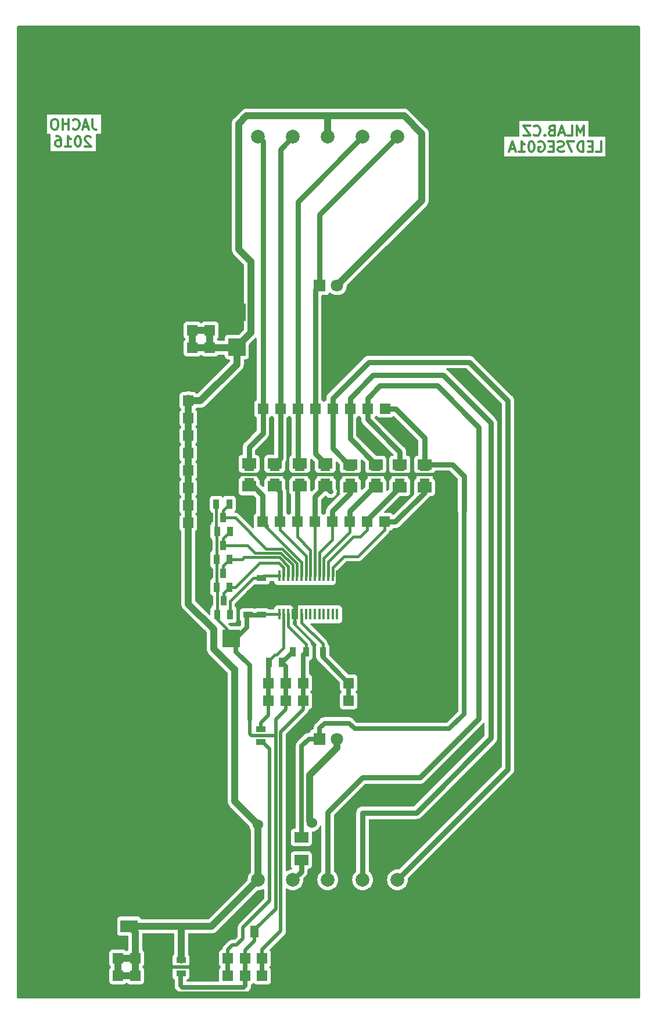
<source format=gbr>
%TF.GenerationSoftware,KiCad,Pcbnew,7.0.7-7.0.7~ubuntu23.04.1*%
%TF.CreationDate,2023-09-17T10:17:03+00:00*%
%TF.ProjectId,LED7SEG01,4c454437-5345-4473-9031-2e6b69636164,rev?*%
%TF.SameCoordinates,Original*%
%TF.FileFunction,Copper,L2,Bot*%
%TF.FilePolarity,Positive*%
%FSLAX46Y46*%
G04 Gerber Fmt 4.6, Leading zero omitted, Abs format (unit mm)*
G04 Created by KiCad (PCBNEW 7.0.7-7.0.7~ubuntu23.04.1) date 2023-09-17 10:17:03*
%MOMM*%
%LPD*%
G01*
G04 APERTURE LIST*
%ADD10C,0.300000*%
%TA.AperFunction,NonConductor*%
%ADD11C,0.300000*%
%TD*%
%TA.AperFunction,ComponentPad*%
%ADD12R,1.524000X1.524000*%
%TD*%
%TA.AperFunction,ComponentPad*%
%ADD13C,6.000000*%
%TD*%
%TA.AperFunction,ComponentPad*%
%ADD14R,1.800000X1.800000*%
%TD*%
%TA.AperFunction,ComponentPad*%
%ADD15C,1.800000*%
%TD*%
%TA.AperFunction,ComponentPad*%
%ADD16C,2.000000*%
%TD*%
%TA.AperFunction,ComponentPad*%
%ADD17C,1.524000*%
%TD*%
%TA.AperFunction,SMDPad,CuDef*%
%ADD18R,1.397000X0.889000*%
%TD*%
%TA.AperFunction,SMDPad,CuDef*%
%ADD19R,2.550160X2.499360*%
%TD*%
%TA.AperFunction,SMDPad,CuDef*%
%ADD20R,2.499360X2.550160*%
%TD*%
%TA.AperFunction,SMDPad,CuDef*%
%ADD21R,1.300480X1.699260*%
%TD*%
%TA.AperFunction,SMDPad,CuDef*%
%ADD22R,2.499360X1.800860*%
%TD*%
%TA.AperFunction,SMDPad,CuDef*%
%ADD23R,0.889000X1.397000*%
%TD*%
%TA.AperFunction,SMDPad,CuDef*%
%ADD24R,0.450000X1.600000*%
%TD*%
%TA.AperFunction,SMDPad,CuDef*%
%ADD25R,2.032000X1.524000*%
%TD*%
%TA.AperFunction,ViaPad*%
%ADD26C,1.400000*%
%TD*%
%TA.AperFunction,Conductor*%
%ADD27C,1.000000*%
%TD*%
%TA.AperFunction,Conductor*%
%ADD28C,0.700000*%
%TD*%
%TA.AperFunction,Conductor*%
%ADD29C,0.800000*%
%TD*%
%TA.AperFunction,Conductor*%
%ADD30C,0.400000*%
%TD*%
%TA.AperFunction,Conductor*%
%ADD31C,0.500000*%
%TD*%
%TA.AperFunction,Conductor*%
%ADD32C,0.300000*%
%TD*%
%TA.AperFunction,Conductor*%
%ADD33C,0.250000*%
%TD*%
G04 APERTURE END LIST*
D10*
D11*
X11055027Y125697614D02*
X10983599Y125769042D01*
X10983599Y125769042D02*
X10840742Y125840471D01*
X10840742Y125840471D02*
X10483599Y125840471D01*
X10483599Y125840471D02*
X10340742Y125769042D01*
X10340742Y125769042D02*
X10269313Y125697614D01*
X10269313Y125697614D02*
X10197884Y125554757D01*
X10197884Y125554757D02*
X10197884Y125411900D01*
X10197884Y125411900D02*
X10269313Y125197614D01*
X10269313Y125197614D02*
X11126456Y124340471D01*
X11126456Y124340471D02*
X10197884Y124340471D01*
X9269313Y125840471D02*
X9126456Y125840471D01*
X9126456Y125840471D02*
X8983599Y125769042D01*
X8983599Y125769042D02*
X8912171Y125697614D01*
X8912171Y125697614D02*
X8840742Y125554757D01*
X8840742Y125554757D02*
X8769313Y125269042D01*
X8769313Y125269042D02*
X8769313Y124911900D01*
X8769313Y124911900D02*
X8840742Y124626185D01*
X8840742Y124626185D02*
X8912171Y124483328D01*
X8912171Y124483328D02*
X8983599Y124411900D01*
X8983599Y124411900D02*
X9126456Y124340471D01*
X9126456Y124340471D02*
X9269313Y124340471D01*
X9269313Y124340471D02*
X9412171Y124411900D01*
X9412171Y124411900D02*
X9483599Y124483328D01*
X9483599Y124483328D02*
X9555028Y124626185D01*
X9555028Y124626185D02*
X9626456Y124911900D01*
X9626456Y124911900D02*
X9626456Y125269042D01*
X9626456Y125269042D02*
X9555028Y125554757D01*
X9555028Y125554757D02*
X9483599Y125697614D01*
X9483599Y125697614D02*
X9412171Y125769042D01*
X9412171Y125769042D02*
X9269313Y125840471D01*
X7340742Y124340471D02*
X8197885Y124340471D01*
X7769314Y124340471D02*
X7769314Y125840471D01*
X7769314Y125840471D02*
X7912171Y125626185D01*
X7912171Y125626185D02*
X8055028Y125483328D01*
X8055028Y125483328D02*
X8197885Y125411900D01*
X6055029Y125840471D02*
X6340743Y125840471D01*
X6340743Y125840471D02*
X6483600Y125769042D01*
X6483600Y125769042D02*
X6555029Y125697614D01*
X6555029Y125697614D02*
X6697886Y125483328D01*
X6697886Y125483328D02*
X6769314Y125197614D01*
X6769314Y125197614D02*
X6769314Y124626185D01*
X6769314Y124626185D02*
X6697886Y124483328D01*
X6697886Y124483328D02*
X6626457Y124411900D01*
X6626457Y124411900D02*
X6483600Y124340471D01*
X6483600Y124340471D02*
X6197886Y124340471D01*
X6197886Y124340471D02*
X6055029Y124411900D01*
X6055029Y124411900D02*
X5983600Y124483328D01*
X5983600Y124483328D02*
X5912171Y124626185D01*
X5912171Y124626185D02*
X5912171Y124983328D01*
X5912171Y124983328D02*
X5983600Y125126185D01*
X5983600Y125126185D02*
X6055029Y125197614D01*
X6055029Y125197614D02*
X6197886Y125269042D01*
X6197886Y125269042D02*
X6483600Y125269042D01*
X6483600Y125269042D02*
X6626457Y125197614D01*
X6626457Y125197614D02*
X6697886Y125126185D01*
X6697886Y125126185D02*
X6769314Y124983328D01*
D10*
D11*
X11335199Y128329671D02*
X11335199Y127258242D01*
X11335199Y127258242D02*
X11406628Y127043957D01*
X11406628Y127043957D02*
X11549485Y126901100D01*
X11549485Y126901100D02*
X11763771Y126829671D01*
X11763771Y126829671D02*
X11906628Y126829671D01*
X10692342Y127258242D02*
X9978057Y127258242D01*
X10835199Y126829671D02*
X10335199Y128329671D01*
X10335199Y128329671D02*
X9835199Y126829671D01*
X8478057Y126972528D02*
X8549485Y126901100D01*
X8549485Y126901100D02*
X8763771Y126829671D01*
X8763771Y126829671D02*
X8906628Y126829671D01*
X8906628Y126829671D02*
X9120914Y126901100D01*
X9120914Y126901100D02*
X9263771Y127043957D01*
X9263771Y127043957D02*
X9335200Y127186814D01*
X9335200Y127186814D02*
X9406628Y127472528D01*
X9406628Y127472528D02*
X9406628Y127686814D01*
X9406628Y127686814D02*
X9335200Y127972528D01*
X9335200Y127972528D02*
X9263771Y128115385D01*
X9263771Y128115385D02*
X9120914Y128258242D01*
X9120914Y128258242D02*
X8906628Y128329671D01*
X8906628Y128329671D02*
X8763771Y128329671D01*
X8763771Y128329671D02*
X8549485Y128258242D01*
X8549485Y128258242D02*
X8478057Y128186814D01*
X7835200Y126829671D02*
X7835200Y128329671D01*
X7835200Y127615385D02*
X6978057Y127615385D01*
X6978057Y126829671D02*
X6978057Y128329671D01*
X5978056Y128329671D02*
X5692342Y128329671D01*
X5692342Y128329671D02*
X5549485Y128258242D01*
X5549485Y128258242D02*
X5406628Y128115385D01*
X5406628Y128115385D02*
X5335199Y127829671D01*
X5335199Y127829671D02*
X5335199Y127329671D01*
X5335199Y127329671D02*
X5406628Y127043957D01*
X5406628Y127043957D02*
X5549485Y126901100D01*
X5549485Y126901100D02*
X5692342Y126829671D01*
X5692342Y126829671D02*
X5978056Y126829671D01*
X5978056Y126829671D02*
X6120914Y126901100D01*
X6120914Y126901100D02*
X6263771Y127043957D01*
X6263771Y127043957D02*
X6335199Y127329671D01*
X6335199Y127329671D02*
X6335199Y127829671D01*
X6335199Y127829671D02*
X6263771Y128115385D01*
X6263771Y128115385D02*
X6120914Y128258242D01*
X6120914Y128258242D02*
X5978056Y128329671D01*
D10*
D11*
X84734456Y123578471D02*
X85448742Y123578471D01*
X85448742Y123578471D02*
X85448742Y125078471D01*
X84234456Y124364185D02*
X83734456Y124364185D01*
X83520170Y123578471D02*
X84234456Y123578471D01*
X84234456Y123578471D02*
X84234456Y125078471D01*
X84234456Y125078471D02*
X83520170Y125078471D01*
X82877313Y123578471D02*
X82877313Y125078471D01*
X82877313Y125078471D02*
X82520170Y125078471D01*
X82520170Y125078471D02*
X82305884Y125007042D01*
X82305884Y125007042D02*
X82163027Y124864185D01*
X82163027Y124864185D02*
X82091598Y124721328D01*
X82091598Y124721328D02*
X82020170Y124435614D01*
X82020170Y124435614D02*
X82020170Y124221328D01*
X82020170Y124221328D02*
X82091598Y123935614D01*
X82091598Y123935614D02*
X82163027Y123792757D01*
X82163027Y123792757D02*
X82305884Y123649900D01*
X82305884Y123649900D02*
X82520170Y123578471D01*
X82520170Y123578471D02*
X82877313Y123578471D01*
X81520170Y125078471D02*
X80520170Y125078471D01*
X80520170Y125078471D02*
X81163027Y123578471D01*
X80020170Y123649900D02*
X79805885Y123578471D01*
X79805885Y123578471D02*
X79448742Y123578471D01*
X79448742Y123578471D02*
X79305885Y123649900D01*
X79305885Y123649900D02*
X79234456Y123721328D01*
X79234456Y123721328D02*
X79163027Y123864185D01*
X79163027Y123864185D02*
X79163027Y124007042D01*
X79163027Y124007042D02*
X79234456Y124149900D01*
X79234456Y124149900D02*
X79305885Y124221328D01*
X79305885Y124221328D02*
X79448742Y124292757D01*
X79448742Y124292757D02*
X79734456Y124364185D01*
X79734456Y124364185D02*
X79877313Y124435614D01*
X79877313Y124435614D02*
X79948742Y124507042D01*
X79948742Y124507042D02*
X80020170Y124649900D01*
X80020170Y124649900D02*
X80020170Y124792757D01*
X80020170Y124792757D02*
X79948742Y124935614D01*
X79948742Y124935614D02*
X79877313Y125007042D01*
X79877313Y125007042D02*
X79734456Y125078471D01*
X79734456Y125078471D02*
X79377313Y125078471D01*
X79377313Y125078471D02*
X79163027Y125007042D01*
X78520171Y124364185D02*
X78020171Y124364185D01*
X77805885Y123578471D02*
X78520171Y123578471D01*
X78520171Y123578471D02*
X78520171Y125078471D01*
X78520171Y125078471D02*
X77805885Y125078471D01*
X76377313Y125007042D02*
X76520171Y125078471D01*
X76520171Y125078471D02*
X76734456Y125078471D01*
X76734456Y125078471D02*
X76948742Y125007042D01*
X76948742Y125007042D02*
X77091599Y124864185D01*
X77091599Y124864185D02*
X77163028Y124721328D01*
X77163028Y124721328D02*
X77234456Y124435614D01*
X77234456Y124435614D02*
X77234456Y124221328D01*
X77234456Y124221328D02*
X77163028Y123935614D01*
X77163028Y123935614D02*
X77091599Y123792757D01*
X77091599Y123792757D02*
X76948742Y123649900D01*
X76948742Y123649900D02*
X76734456Y123578471D01*
X76734456Y123578471D02*
X76591599Y123578471D01*
X76591599Y123578471D02*
X76377313Y123649900D01*
X76377313Y123649900D02*
X76305885Y123721328D01*
X76305885Y123721328D02*
X76305885Y124221328D01*
X76305885Y124221328D02*
X76591599Y124221328D01*
X75377313Y125078471D02*
X75234456Y125078471D01*
X75234456Y125078471D02*
X75091599Y125007042D01*
X75091599Y125007042D02*
X75020171Y124935614D01*
X75020171Y124935614D02*
X74948742Y124792757D01*
X74948742Y124792757D02*
X74877313Y124507042D01*
X74877313Y124507042D02*
X74877313Y124149900D01*
X74877313Y124149900D02*
X74948742Y123864185D01*
X74948742Y123864185D02*
X75020171Y123721328D01*
X75020171Y123721328D02*
X75091599Y123649900D01*
X75091599Y123649900D02*
X75234456Y123578471D01*
X75234456Y123578471D02*
X75377313Y123578471D01*
X75377313Y123578471D02*
X75520171Y123649900D01*
X75520171Y123649900D02*
X75591599Y123721328D01*
X75591599Y123721328D02*
X75663028Y123864185D01*
X75663028Y123864185D02*
X75734456Y124149900D01*
X75734456Y124149900D02*
X75734456Y124507042D01*
X75734456Y124507042D02*
X75663028Y124792757D01*
X75663028Y124792757D02*
X75591599Y124935614D01*
X75591599Y124935614D02*
X75520171Y125007042D01*
X75520171Y125007042D02*
X75377313Y125078471D01*
X73448742Y123578471D02*
X74305885Y123578471D01*
X73877314Y123578471D02*
X73877314Y125078471D01*
X73877314Y125078471D02*
X74020171Y124864185D01*
X74020171Y124864185D02*
X74163028Y124721328D01*
X74163028Y124721328D02*
X74305885Y124649900D01*
X72877314Y124007042D02*
X72163029Y124007042D01*
X73020171Y123578471D02*
X72520171Y125078471D01*
X72520171Y125078471D02*
X72020171Y123578471D01*
D10*
D11*
X82959828Y125915271D02*
X82959828Y127415271D01*
X82959828Y127415271D02*
X82459828Y126343842D01*
X82459828Y126343842D02*
X81959828Y127415271D01*
X81959828Y127415271D02*
X81959828Y125915271D01*
X80531256Y125915271D02*
X81245542Y125915271D01*
X81245542Y125915271D02*
X81245542Y127415271D01*
X80102684Y126343842D02*
X79388399Y126343842D01*
X80245541Y125915271D02*
X79745541Y127415271D01*
X79745541Y127415271D02*
X79245541Y125915271D01*
X78245542Y126700985D02*
X78031256Y126629557D01*
X78031256Y126629557D02*
X77959827Y126558128D01*
X77959827Y126558128D02*
X77888399Y126415271D01*
X77888399Y126415271D02*
X77888399Y126200985D01*
X77888399Y126200985D02*
X77959827Y126058128D01*
X77959827Y126058128D02*
X78031256Y125986700D01*
X78031256Y125986700D02*
X78174113Y125915271D01*
X78174113Y125915271D02*
X78745542Y125915271D01*
X78745542Y125915271D02*
X78745542Y127415271D01*
X78745542Y127415271D02*
X78245542Y127415271D01*
X78245542Y127415271D02*
X78102685Y127343842D01*
X78102685Y127343842D02*
X78031256Y127272414D01*
X78031256Y127272414D02*
X77959827Y127129557D01*
X77959827Y127129557D02*
X77959827Y126986700D01*
X77959827Y126986700D02*
X78031256Y126843842D01*
X78031256Y126843842D02*
X78102685Y126772414D01*
X78102685Y126772414D02*
X78245542Y126700985D01*
X78245542Y126700985D02*
X78745542Y126700985D01*
X77245542Y126058128D02*
X77174113Y125986700D01*
X77174113Y125986700D02*
X77245542Y125915271D01*
X77245542Y125915271D02*
X77316970Y125986700D01*
X77316970Y125986700D02*
X77245542Y126058128D01*
X77245542Y126058128D02*
X77245542Y125915271D01*
X75674113Y126058128D02*
X75745541Y125986700D01*
X75745541Y125986700D02*
X75959827Y125915271D01*
X75959827Y125915271D02*
X76102684Y125915271D01*
X76102684Y125915271D02*
X76316970Y125986700D01*
X76316970Y125986700D02*
X76459827Y126129557D01*
X76459827Y126129557D02*
X76531256Y126272414D01*
X76531256Y126272414D02*
X76602684Y126558128D01*
X76602684Y126558128D02*
X76602684Y126772414D01*
X76602684Y126772414D02*
X76531256Y127058128D01*
X76531256Y127058128D02*
X76459827Y127200985D01*
X76459827Y127200985D02*
X76316970Y127343842D01*
X76316970Y127343842D02*
X76102684Y127415271D01*
X76102684Y127415271D02*
X75959827Y127415271D01*
X75959827Y127415271D02*
X75745541Y127343842D01*
X75745541Y127343842D02*
X75674113Y127272414D01*
X75174113Y127415271D02*
X74174113Y127415271D01*
X74174113Y127415271D02*
X75174113Y125915271D01*
X75174113Y125915271D02*
X74174113Y125915271D01*
D12*
%TO.P,J1,1*%
%TO.N,GND*%
X12496800Y3606800D03*
%TO.P,J1,2*%
X12496800Y6146800D03*
%TO.P,J1,3*%
%TO.N,+12V*%
X15036800Y3606800D03*
%TO.P,J1,4*%
X15036800Y6146800D03*
%TO.P,J1,5*%
X17576800Y3606800D03*
%TO.P,J1,6*%
X17576800Y6146800D03*
%TO.P,J1,7*%
%TO.N,GND*%
X20116800Y3606800D03*
%TO.P,J1,8*%
X20116800Y6146800D03*
%TD*%
%TO.P,J5,1*%
%TO.N,VDD*%
X33578800Y3606800D03*
%TO.P,J5,2*%
X33578800Y6146800D03*
%TD*%
%TO.P,J6,1*%
%TO.N,/SDA*%
X36982400Y43688000D03*
%TO.P,J6,2*%
X36982400Y46228000D03*
%TD*%
%TO.P,J7,1*%
%TO.N,/SCL*%
X36068000Y3606800D03*
%TO.P,J7,2*%
X36068000Y6146800D03*
%TD*%
%TO.P,J8,1*%
%TO.N,GND*%
X38608000Y3606800D03*
%TO.P,J8,2*%
X38608000Y6146800D03*
%TD*%
%TO.P,J9,1*%
%TO.N,GND*%
X28498800Y3606800D03*
%TO.P,J9,2*%
X28498800Y6146800D03*
%TD*%
D13*
%TO.P,M1,1*%
%TO.N,GND*%
X5080000Y137160000D03*
%TD*%
%TO.P,M3,1*%
%TO.N,GND*%
X27526800Y106704000D03*
%TD*%
%TO.P,M5,1*%
%TO.N,GND*%
X86360000Y5080000D03*
%TD*%
%TO.P,M6,1*%
%TO.N,GND*%
X27526800Y45744000D03*
%TD*%
%TO.P,M7,1*%
%TO.N,GND*%
X58006800Y106704000D03*
%TD*%
%TO.P,M8,1*%
%TO.N,GND*%
X86360000Y137160000D03*
%TD*%
%TO.P,M9,1*%
%TO.N,GND*%
X58006800Y45744000D03*
%TD*%
%TO.P,M10,1*%
%TO.N,GND*%
X5080000Y5080000D03*
%TD*%
D12*
%TO.P,J11,1*%
%TO.N,/LED00*%
X36118800Y69697600D03*
%TD*%
%TO.P,J12,1*%
%TO.N,/LED01*%
X38658800Y69697600D03*
%TD*%
%TO.P,J13,1*%
%TO.N,/LED02*%
X41198800Y69697600D03*
%TD*%
%TO.P,J14,1*%
%TO.N,/LED03*%
X43738800Y69697600D03*
%TD*%
%TO.P,J15,1*%
%TO.N,/LED04*%
X46278800Y69697600D03*
%TD*%
%TO.P,J16,1*%
%TO.N,/LED05*%
X48818800Y69697600D03*
%TD*%
%TO.P,J17,1*%
%TO.N,/LED06*%
X51358800Y69697600D03*
%TD*%
%TO.P,J18,1*%
%TO.N,/LED07*%
X53898800Y69697600D03*
%TD*%
%TO.P,J19,1*%
%TO.N,/G*%
X36169600Y86156800D03*
%TD*%
%TO.P,J20,1*%
%TO.N,/F*%
X38709600Y86156800D03*
%TD*%
%TO.P,J21,1*%
%TO.N,/A*%
X41249600Y86156800D03*
%TD*%
%TO.P,J22,1*%
%TO.N,/C*%
X48869600Y86156800D03*
%TD*%
%TO.P,J23,1*%
%TO.N,/B*%
X43789600Y86156800D03*
%TD*%
%TO.P,J24,1*%
%TO.N,/D*%
X51409600Y86156800D03*
%TD*%
%TO.P,J25,1*%
%TO.N,/DP*%
X46329600Y86156800D03*
%TD*%
%TO.P,J26,1*%
%TO.N,/E*%
X53949600Y86156800D03*
%TD*%
%TO.P,J27,1*%
%TO.N,GND*%
X25908000Y100126800D03*
%TO.P,J27,2*%
X28448000Y100126800D03*
%TO.P,J27,3*%
%TO.N,+12V*%
X25908000Y97586800D03*
%TO.P,J27,4*%
X28448000Y97586800D03*
%TO.P,J27,5*%
X25908000Y95046800D03*
%TO.P,J27,6*%
X28448000Y95046800D03*
%TO.P,J27,7*%
%TO.N,GND*%
X25908000Y92506800D03*
%TO.P,J27,8*%
X28448000Y92506800D03*
%TD*%
%TO.P,J28,1*%
%TO.N,VDD*%
X39522400Y43688000D03*
%TO.P,J28,2*%
X39522400Y46228000D03*
%TD*%
%TO.P,J29,1*%
%TO.N,Net-(J29-Pad1)*%
X31038800Y3606800D03*
%TO.P,J29,2*%
X31038800Y6146800D03*
%TD*%
%TO.P,J30,1*%
%TO.N,/SCL*%
X42062400Y43688000D03*
%TO.P,J30,2*%
X42062400Y46228000D03*
%TD*%
%TO.P,J31,1*%
%TO.N,GND*%
X44602400Y43688000D03*
%TO.P,J31,2*%
X44602400Y46228000D03*
%TD*%
%TO.P,J36,1*%
%TO.N,/#OE*%
X48666400Y43688000D03*
%TO.P,J36,2*%
X48666400Y46228000D03*
%TD*%
%TO.P,J37,1*%
%TO.N,+12V*%
X25298400Y87325200D03*
%TD*%
%TO.P,J38,1*%
%TO.N,+12V*%
X25298400Y79705200D03*
%TD*%
%TO.P,J39,1*%
%TO.N,+12V*%
X25298400Y84785200D03*
%TD*%
%TO.P,J40,1*%
%TO.N,+12V*%
X25298400Y82245200D03*
%TD*%
%TO.P,J41,1*%
%TO.N,+12V*%
X25298400Y74625200D03*
%TD*%
%TO.P,J42,1*%
%TO.N,+12V*%
X25298400Y77165200D03*
%TD*%
%TO.P,J43,1*%
%TO.N,+12V*%
X25298400Y72085200D03*
%TD*%
%TO.P,J44,1*%
%TO.N,+12V*%
X25298400Y69545200D03*
%TD*%
D14*
%TO.P,D3,1*%
%TO.N,/E*%
X44450000Y38100000D03*
D15*
%TO.P,D3,2*%
%TO.N,+12V*%
X46990000Y38100000D03*
%TD*%
D14*
%TO.P,D4,1*%
%TO.N,/B*%
X44450000Y104140000D03*
D15*
%TO.P,D4,2*%
%TO.N,+12V*%
X46990000Y104140000D03*
%TD*%
D16*
%TO.P,AFF1,1*%
%TO.N,+12V*%
X35458400Y17576800D03*
%TO.P,AFF1,2*%
%TO.N,Net-(AFF1-Pad2)*%
X40538400Y17576800D03*
%TO.P,AFF1,3*%
%TO.N,/D*%
X45618400Y17576800D03*
%TO.P,AFF1,4*%
%TO.N,/C*%
X50698400Y17576800D03*
%TO.P,AFF1,5*%
%TO.N,/DP*%
X55778400Y17576800D03*
%TO.P,AFF1,6*%
%TO.N,/B*%
X55778400Y125776800D03*
%TO.P,AFF1,7*%
%TO.N,/A*%
X50698400Y125776800D03*
%TO.P,AFF1,8*%
%TO.N,+12V*%
X45618400Y125776800D03*
%TO.P,AFF1,9*%
%TO.N,/F*%
X40538400Y125776800D03*
%TO.P,AFF1,10*%
%TO.N,/G*%
X35458400Y125776800D03*
%TD*%
D17*
%TO.P,REF\u002A\u002A,1*%
%TO.N,N/C*%
X43281600Y25857200D03*
%TD*%
%TO.P,REF\u002A\u002A,1*%
%TO.N,N/C*%
X35458400Y25603200D03*
%TD*%
%TO.P,J2,1*%
%TO.N,GND*%
X24638000Y55118000D03*
%TD*%
%TO.P,J3,1*%
%TO.N,GND*%
X34391600Y59131200D03*
%TD*%
D18*
%TO.P,C1,1*%
%TO.N,VDD*%
X33985200Y56146700D03*
%TO.P,C1,2*%
%TO.N,GND*%
X33985200Y58051700D03*
%TD*%
D19*
%TO.P,C2,1*%
%TO.N,VDD*%
X31567120Y52730400D03*
%TO.P,C2,2*%
%TO.N,GND*%
X26517600Y52730400D03*
%TD*%
D20*
%TO.P,C3,1*%
%TO.N,+12V*%
X32359600Y95163640D03*
%TO.P,C3,2*%
%TO.N,GND*%
X32359600Y100213160D03*
%TD*%
D18*
%TO.P,C4,1*%
%TO.N,VDD*%
X35966400Y56146700D03*
%TO.P,C4,2*%
%TO.N,GND*%
X35966400Y58051700D03*
%TD*%
D21*
%TO.P,D1,1*%
%TO.N,GND*%
X31473140Y10058400D03*
%TO.P,D1,2*%
%TO.N,VDD*%
X34973260Y10058400D03*
%TD*%
D22*
%TO.P,D2,1*%
%TO.N,GND*%
X12682220Y10820400D03*
%TO.P,D2,2*%
%TO.N,+12V*%
X16680180Y10820400D03*
%TD*%
D23*
%TO.P,R1,1*%
%TO.N,/A2*%
X30378400Y62230000D03*
%TO.P,R1,2*%
%TO.N,GND*%
X28473400Y62230000D03*
%TD*%
%TO.P,R2,1*%
%TO.N,/A3*%
X30327600Y66294000D03*
%TO.P,R2,2*%
%TO.N,GND*%
X28422600Y66294000D03*
%TD*%
%TO.P,R3,1*%
%TO.N,/A4*%
X30365700Y70307200D03*
%TO.P,R3,2*%
%TO.N,GND*%
X28460700Y70307200D03*
%TD*%
%TO.P,R4,1*%
%TO.N,VDD*%
X38950900Y49225200D03*
%TO.P,R4,2*%
%TO.N,/SDA*%
X37045900Y49225200D03*
%TD*%
%TO.P,R5,1*%
%TO.N,/#OE*%
X44881800Y50800000D03*
%TO.P,R5,2*%
%TO.N,GND*%
X46786800Y50800000D03*
%TD*%
%TO.P,R6,1*%
%TO.N,VDD*%
X40551100Y50749200D03*
%TO.P,R6,2*%
%TO.N,/SCL*%
X42456100Y50749200D03*
%TD*%
D18*
%TO.P,R7,1*%
%TO.N,/G*%
X34137600Y77520800D03*
%TO.P,R7,2*%
%TO.N,/LED00*%
X34137600Y75615800D03*
%TD*%
%TO.P,R8,1*%
%TO.N,/F*%
X37896800Y77508100D03*
%TO.P,R8,2*%
%TO.N,/LED01*%
X37896800Y75603100D03*
%TD*%
%TO.P,R9,1*%
%TO.N,/A*%
X41554400Y77508100D03*
%TO.P,R9,2*%
%TO.N,/LED02*%
X41554400Y75603100D03*
%TD*%
%TO.P,R10,1*%
%TO.N,/C*%
X52628800Y77508100D03*
%TO.P,R10,2*%
%TO.N,/LED05*%
X52628800Y75603100D03*
%TD*%
%TO.P,R11,1*%
%TO.N,/B*%
X45262800Y77508100D03*
%TO.P,R11,2*%
%TO.N,/LED03*%
X45262800Y75603100D03*
%TD*%
%TO.P,R12,1*%
%TO.N,/D*%
X56134000Y77508100D03*
%TO.P,R12,2*%
%TO.N,/LED06*%
X56134000Y75603100D03*
%TD*%
%TO.P,R13,1*%
%TO.N,/DP*%
X48920400Y77508100D03*
%TO.P,R13,2*%
%TO.N,/LED04*%
X48920400Y75603100D03*
%TD*%
%TO.P,R14,1*%
%TO.N,/E*%
X59740800Y77508100D03*
%TO.P,R14,2*%
%TO.N,/LED07*%
X59740800Y75603100D03*
%TD*%
D24*
%TO.P,U1,1*%
%TO.N,/A0*%
X38549580Y61828680D03*
%TO.P,U1,2*%
%TO.N,/A1*%
X39199820Y61828680D03*
%TO.P,U1,3*%
%TO.N,/A2*%
X39850060Y61828680D03*
%TO.P,U1,4*%
%TO.N,/A3*%
X40500300Y61828680D03*
%TO.P,U1,5*%
%TO.N,/A4*%
X41150540Y61828680D03*
%TO.P,U1,6*%
%TO.N,/LED00*%
X41800780Y61828680D03*
%TO.P,U1,7*%
%TO.N,/LED01*%
X42451020Y61828680D03*
%TO.P,U1,8*%
%TO.N,/LED02*%
X43096180Y61828680D03*
%TO.P,U1,9*%
%TO.N,/LED03*%
X43746420Y61828680D03*
%TO.P,U1,10*%
%TO.N,/LED04*%
X44396660Y61828680D03*
%TO.P,U1,11*%
%TO.N,/LED05*%
X45046900Y61828680D03*
%TO.P,U1,12*%
%TO.N,/LED06*%
X45697140Y61828680D03*
%TO.P,U1,13*%
%TO.N,/LED07*%
X46347380Y61828680D03*
%TO.P,U1,14*%
%TO.N,GND*%
X46997620Y61828680D03*
%TO.P,U1,15*%
%TO.N,N/C*%
X46997620Y56230520D03*
%TO.P,U1,16*%
X46347380Y56230520D03*
%TO.P,U1,17*%
X45697140Y56230520D03*
%TO.P,U1,18*%
X45046900Y56230520D03*
%TO.P,U1,19*%
X44396660Y56230520D03*
%TO.P,U1,20*%
X43746420Y56230520D03*
%TO.P,U1,21*%
X43096180Y56230520D03*
%TO.P,U1,22*%
X42451020Y56230520D03*
%TO.P,U1,23*%
%TO.N,/#OE*%
X41800780Y56230520D03*
%TO.P,U1,24*%
%TO.N,GND*%
X41150540Y56230520D03*
%TO.P,U1,25*%
X40500300Y56230520D03*
%TO.P,U1,26*%
%TO.N,/SCL*%
X39850060Y56230520D03*
%TO.P,U1,27*%
%TO.N,/SDA*%
X39199820Y56230520D03*
%TO.P,U1,28*%
%TO.N,VDD*%
X38549580Y56230520D03*
%TD*%
D18*
%TO.P,R23,1*%
%TO.N,/SDA*%
X35864800Y39509700D03*
%TO.P,R23,2*%
%TO.N,Net-(J29-Pad1)*%
X35864800Y37604700D03*
%TD*%
D23*
%TO.P,R25,1*%
%TO.N,VDD*%
X29425900Y64262000D03*
%TO.P,R25,2*%
%TO.N,/A2*%
X31330900Y64262000D03*
%TD*%
%TO.P,R26,1*%
%TO.N,VDD*%
X29476700Y68326000D03*
%TO.P,R26,2*%
%TO.N,/A3*%
X31381700Y68326000D03*
%TD*%
%TO.P,R27,1*%
%TO.N,VDD*%
X29375100Y72288400D03*
%TO.P,R27,2*%
%TO.N,/A4*%
X31280100Y72288400D03*
%TD*%
%TO.P,R28,1*%
%TO.N,VDD*%
X29425900Y60198000D03*
%TO.P,R28,2*%
%TO.N,/A1*%
X31330900Y60198000D03*
%TD*%
%TO.P,R29,1*%
%TO.N,/A1*%
X30416500Y58216800D03*
%TO.P,R29,2*%
%TO.N,GND*%
X28511500Y58216800D03*
%TD*%
%TO.P,R30,1*%
%TO.N,VDD*%
X29476700Y56184800D03*
%TO.P,R30,2*%
%TO.N,/A0*%
X31381700Y56184800D03*
%TD*%
D18*
%TO.P,R31,1*%
%TO.N,/A0*%
X35966400Y61506100D03*
%TO.P,R31,2*%
%TO.N,GND*%
X35966400Y59601100D03*
%TD*%
%TO.P,R32,1*%
%TO.N,+12V*%
X24231600Y5880100D03*
%TO.P,R32,2*%
%TO.N,VDD*%
X24231600Y3975100D03*
%TD*%
D25*
%TO.P,R15,1*%
%TO.N,/G*%
X34137600Y78155800D03*
%TO.P,R15,2*%
%TO.N,/LED00*%
X34137600Y74853800D03*
%TD*%
%TO.P,R16,1*%
%TO.N,/F*%
X37896800Y78155800D03*
%TO.P,R16,2*%
%TO.N,/LED01*%
X37896800Y74853800D03*
%TD*%
%TO.P,R17,1*%
%TO.N,/A*%
X41554400Y78155800D03*
%TO.P,R17,2*%
%TO.N,/LED02*%
X41554400Y74853800D03*
%TD*%
%TO.P,R18,1*%
%TO.N,/C*%
X52628800Y78054200D03*
%TO.P,R18,2*%
%TO.N,/LED05*%
X52628800Y74752200D03*
%TD*%
%TO.P,R19,1*%
%TO.N,/B*%
X45262800Y78155800D03*
%TO.P,R19,2*%
%TO.N,/LED03*%
X45262800Y74853800D03*
%TD*%
%TO.P,R20,1*%
%TO.N,/D*%
X56134000Y78054200D03*
%TO.P,R20,2*%
%TO.N,/LED06*%
X56134000Y74752200D03*
%TD*%
%TO.P,R21,1*%
%TO.N,/DP*%
X48920400Y78054200D03*
%TO.P,R21,2*%
%TO.N,/LED04*%
X48920400Y74752200D03*
%TD*%
%TO.P,R22,1*%
%TO.N,/E*%
X59740800Y78054200D03*
%TO.P,R22,2*%
%TO.N,/LED07*%
X59740800Y74752200D03*
%TD*%
%TO.P,R24,1*%
%TO.N,Net-(AFF1-Pad2)*%
X41757600Y20447000D03*
%TO.P,R24,2*%
%TO.N,/E*%
X41757600Y23749000D03*
%TD*%
D26*
%TO.N,+12V*%
X43230800Y25857200D03*
X35458400Y25603200D03*
%TD*%
D27*
%TO.N,+12V*%
X46990000Y38100000D02*
X46990000Y36827208D01*
X33782000Y128828800D02*
X56743600Y128828800D01*
X28702000Y10820400D02*
X35458400Y17576800D01*
X25298400Y77165200D02*
X25298400Y79705200D01*
D28*
X45516800Y125729600D02*
X45516800Y128778000D01*
D27*
X59334400Y126238000D02*
X59334400Y116484400D01*
X45618400Y128676400D02*
X45618400Y125776800D01*
X27060400Y87325200D02*
X32359600Y92624400D01*
X31950800Y48262400D02*
X32026801Y48262400D01*
X25298400Y69545200D02*
X25298400Y57734362D01*
X25298400Y82245200D02*
X25298400Y84785200D01*
X32359600Y92624400D02*
X32359600Y92888560D01*
X45516800Y128778000D02*
X45618400Y128676400D01*
X32359600Y95189040D02*
X34442400Y97271840D01*
X25908000Y97586800D02*
X28448000Y97586800D01*
X32613600Y109372400D02*
X32613600Y127660400D01*
X42976800Y32814008D02*
X42976800Y26111200D01*
X24231600Y10820400D02*
X28702000Y10820400D01*
X32359600Y92888560D02*
X32359600Y95163640D01*
X15036800Y3606800D02*
X15036800Y6146800D01*
X15036800Y6146800D02*
X17576800Y6146800D01*
X34442400Y107543600D02*
X32613600Y109372400D01*
X25908000Y97586800D02*
X25908000Y95046800D01*
X56743600Y128828800D02*
X59334400Y126238000D01*
X35458400Y25603200D02*
X35153600Y25908000D01*
X32613600Y127660400D02*
X33782000Y128828800D01*
X28999953Y51213247D02*
X31950800Y48262400D01*
D28*
X28448000Y95046800D02*
X25908000Y95046800D01*
D27*
X25908000Y95046800D02*
X32242760Y95046800D01*
X32026801Y48262400D02*
X32026801Y29034799D01*
X25298400Y84785200D02*
X25298400Y87325200D01*
D28*
X33782000Y128828800D02*
X45466000Y128828800D01*
D27*
X32359600Y95163640D02*
X32359600Y95189040D01*
X46990000Y104140000D02*
X59334400Y116484400D01*
X25298400Y57734362D02*
X28999953Y54032809D01*
X25298400Y79705200D02*
X25298400Y82245200D01*
X25298400Y72085200D02*
X25298400Y74625200D01*
X17576800Y9923780D02*
X16680180Y10820400D01*
X24231600Y5880100D02*
X24231600Y10820400D01*
X34442400Y97271840D02*
X34442400Y107543600D01*
D28*
X28448000Y95046800D02*
X32242760Y95046800D01*
D27*
X17576800Y6146800D02*
X17576800Y9923780D01*
X25298400Y87325200D02*
X27060400Y87325200D01*
X42976800Y26111200D02*
X43230800Y25857200D01*
X16680180Y10820400D02*
X24231600Y10820400D01*
X32026801Y29034799D02*
X35153600Y25908000D01*
X32242760Y95046800D02*
X32359600Y95163640D01*
X28999953Y54032809D02*
X28999953Y51213247D01*
X17576800Y3606800D02*
X17576800Y6146800D01*
X25298400Y69545200D02*
X25298400Y72085200D01*
D28*
X45516800Y128778000D02*
X45466000Y128828800D01*
D27*
X28448000Y97586800D02*
X28448000Y95046800D01*
X25298400Y74625200D02*
X25298400Y77165200D01*
D28*
X25298400Y84785200D02*
X25298400Y87833200D01*
X45466000Y128828800D02*
X56743600Y128828800D01*
D27*
X35458400Y17576800D02*
X35458400Y25603200D01*
X17576800Y3606800D02*
X15036800Y3606800D01*
X46990000Y36827208D02*
X42976800Y32814008D01*
D29*
%TO.N,/G*%
X36169600Y125065600D02*
X35458400Y125776800D01*
X36169600Y82600800D02*
X34137600Y80568800D01*
X34137600Y80568800D02*
X34137600Y78155800D01*
X36169600Y86156800D02*
X36169600Y82600800D01*
X36169600Y86156800D02*
X36169600Y125065600D01*
X36169600Y86156800D02*
X36169600Y85623400D01*
%TO.N,/F*%
X38709600Y86156800D02*
X38709600Y78968600D01*
X38709600Y86156800D02*
X38709600Y123948000D01*
X38709600Y78968600D02*
X37896800Y78155800D01*
X38709600Y123948000D02*
X40538400Y125776800D01*
%TO.N,/B*%
X44450000Y104140000D02*
X44450000Y114448400D01*
X55778400Y125776800D02*
X45212000Y115210400D01*
X43789600Y79629000D02*
X45262800Y78155800D01*
X43789600Y86156800D02*
X43789600Y103479600D01*
X44450000Y114448400D02*
X45212000Y115210400D01*
X43789600Y86156800D02*
X43789600Y79629000D01*
X43789600Y103479600D02*
X44450000Y104140000D01*
%TO.N,/A*%
X41249600Y86156800D02*
X41249600Y78460600D01*
X41249600Y86156800D02*
X41249600Y116328000D01*
X41249600Y116328000D02*
X50698400Y125776800D01*
X41249600Y78460600D02*
X41554400Y78155800D01*
D28*
%TO.N,/E*%
X42850000Y38100000D02*
X41808400Y37058400D01*
X44450000Y39700000D02*
X45136000Y40386000D01*
D29*
X65481200Y76352400D02*
X64008000Y77825600D01*
D28*
X63324401Y39550001D02*
X49553199Y39550001D01*
D29*
X59740800Y81927600D02*
X55511600Y86156800D01*
X63779400Y78054200D02*
X59740800Y78054200D01*
D28*
X65481200Y71374000D02*
X65481200Y41706800D01*
X44450000Y38100000D02*
X44450000Y39700000D01*
X45136000Y40386000D02*
X48717200Y40386000D01*
X41808400Y25109400D02*
X41808400Y23964900D01*
D29*
X64008000Y77825600D02*
X63779400Y78054200D01*
X65481200Y71374000D02*
X65481200Y76352400D01*
X55511600Y86156800D02*
X53949600Y86156800D01*
D28*
X49553199Y39550001D02*
X48717200Y40386000D01*
X44450000Y38100000D02*
X42850000Y38100000D01*
X65481200Y41706800D02*
X63324401Y39550001D01*
D29*
X59740800Y78054200D02*
X59740800Y81927600D01*
D28*
X41808400Y37058400D02*
X41808400Y25109400D01*
D29*
%TO.N,/DP*%
X66243200Y92964000D02*
X51574800Y92964000D01*
X46329600Y86156800D02*
X46329600Y80391000D01*
X46329600Y87718800D02*
X46329600Y86156800D01*
X48666400Y78054200D02*
X48920400Y78054200D01*
X55778400Y17576800D02*
X71882000Y33680400D01*
X71882000Y33680400D02*
X71882000Y87325200D01*
X46329600Y80391000D02*
X48666400Y78054200D01*
X71882000Y87325200D02*
X66243200Y92964000D01*
X51574800Y92964000D02*
X46329600Y87718800D01*
%TO.N,/C*%
X52184400Y91033600D02*
X48869600Y87718800D01*
X50698400Y17576800D02*
X50698400Y27330400D01*
X48869600Y81813400D02*
X52536799Y78146201D01*
X48869600Y86156800D02*
X48869600Y81813400D01*
X69392800Y84124800D02*
X62484000Y91033600D01*
X48869600Y87718800D02*
X48869600Y86156800D01*
X58521600Y27330400D02*
X69392800Y38201600D01*
X52536799Y78146201D02*
X52628800Y78146201D01*
X62484000Y91033600D02*
X52184400Y91033600D01*
X50698400Y27330400D02*
X58521600Y27330400D01*
X69392800Y38201600D02*
X69392800Y84124800D01*
%TO.N,/D*%
X51409600Y86156800D02*
X51409600Y87718800D01*
X67614800Y83464400D02*
X67614800Y41043594D01*
X51409600Y84594800D02*
X56134000Y79870400D01*
X53200400Y89509600D02*
X61569600Y89509600D01*
X51409600Y87718800D02*
X53200400Y89509600D01*
X56134000Y79870400D02*
X56134000Y78705001D01*
X45618400Y27432000D02*
X45618400Y17576800D01*
X59032406Y32461200D02*
X50647600Y32461200D01*
X51409600Y86156800D02*
X51409600Y84594800D01*
X61569600Y89509600D02*
X67614800Y83464400D01*
X50647600Y32461200D02*
X45618400Y27432000D01*
X67614800Y41043594D02*
X59032406Y32461200D01*
D30*
%TO.N,VDD*%
X29476700Y60147200D02*
X29425900Y60198000D01*
D28*
X32242760Y52730400D02*
X33870900Y54358540D01*
D30*
X29425900Y64262000D02*
X29425900Y68275200D01*
D28*
X33870900Y56083200D02*
X35902900Y56083200D01*
X24180800Y3606800D02*
X24180800Y2144800D01*
D31*
X38049200Y40952800D02*
X38752400Y41656000D01*
X34493200Y38608000D02*
X34899600Y38608000D01*
X33578800Y6146800D02*
X33578800Y7112000D01*
D28*
X38950900Y49225200D02*
X39027100Y49225200D01*
D30*
X38549580Y56230520D02*
X36050220Y56230520D01*
D31*
X37998400Y38608000D02*
X38049200Y38658800D01*
X39522400Y42426000D02*
X39522400Y43688000D01*
X35610800Y38608000D02*
X34899600Y38608000D01*
D28*
X34239200Y40944800D02*
X34239200Y48784280D01*
D30*
X32217360Y52730400D02*
X29476700Y55471060D01*
D31*
X33578800Y7314310D02*
X33578800Y7112000D01*
X37795200Y38608000D02*
X35610800Y38608000D01*
D28*
X32509460Y52463700D02*
X32242760Y52730400D01*
D30*
X29375100Y72288400D02*
X29375100Y68427600D01*
D31*
X38049200Y13333730D02*
X38049200Y38658800D01*
D30*
X32242760Y52730400D02*
X32217360Y52730400D01*
D28*
X24446000Y1879600D02*
X33313600Y1879600D01*
D31*
X34973260Y10058400D02*
X34973260Y10257790D01*
D28*
X39522400Y46228000D02*
X39522400Y48653700D01*
X33313600Y1879600D02*
X33578800Y2144800D01*
D31*
X34239200Y38862000D02*
X34493200Y38608000D01*
D28*
X34239200Y48784280D02*
X32242760Y50780720D01*
X24180800Y2144800D02*
X24446000Y1879600D01*
D30*
X29425900Y68275200D02*
X29476700Y68326000D01*
D31*
X37795200Y38608000D02*
X37998400Y38608000D01*
X38049200Y38658800D02*
X38049200Y40952800D01*
D30*
X29476700Y55471060D02*
X29476700Y56184800D01*
D28*
X33578800Y2144800D02*
X33578800Y3606800D01*
D31*
X39522400Y43688000D02*
X39522400Y42367200D01*
X34973260Y8708770D02*
X33578800Y7314310D01*
X38752400Y41656000D02*
X39522400Y42426000D01*
X34239200Y40944800D02*
X34239200Y38862000D01*
D30*
X36050220Y56230520D02*
X35966400Y56146700D01*
X29425900Y60198000D02*
X29425900Y64262000D01*
D28*
X32242760Y50780720D02*
X32242760Y52730400D01*
D31*
X34973260Y10058400D02*
X34973260Y8708770D01*
D28*
X35902900Y56083200D02*
X35966400Y56146700D01*
D30*
X29476700Y72237600D02*
X29425900Y72288400D01*
D28*
X39027100Y49225200D02*
X40551100Y50749200D01*
X33578800Y3606800D02*
X33578800Y6146800D01*
X39522400Y43688000D02*
X39522400Y46228000D01*
X39522400Y48653700D02*
X38950900Y49225200D01*
D30*
X29375100Y68427600D02*
X29476700Y68326000D01*
D28*
X33870900Y54358540D02*
X33870900Y56083200D01*
D31*
X34973260Y10257790D02*
X38049200Y13333730D01*
D30*
X29476700Y56184800D02*
X29476700Y60147200D01*
D28*
%TO.N,GND*%
X21282010Y979590D02*
X20116800Y2144800D01*
D32*
X46997620Y61828680D02*
X46997620Y60728680D01*
D31*
X28498800Y6146800D02*
X27236800Y6146800D01*
X62179200Y76555600D02*
X62484000Y76250800D01*
D32*
X46997620Y60728680D02*
X44892140Y58623200D01*
X36964900Y58051700D02*
X37180800Y58267600D01*
D31*
X27236800Y6146800D02*
X25966800Y4876800D01*
D28*
X37442790Y979590D02*
X21282010Y979590D01*
D33*
X40500300Y56230520D02*
X41150540Y56230520D01*
D32*
X44892140Y58623200D02*
X42118280Y58623200D01*
D28*
X38608000Y2144800D02*
X37442790Y979590D01*
X38608000Y3606800D02*
X38608000Y2144800D01*
D31*
X62484000Y76250800D02*
X62484000Y65887600D01*
X25966800Y4876800D02*
X22648800Y4876800D01*
X28460700Y70307200D02*
X28460700Y70561200D01*
D32*
X42118280Y58623200D02*
X41150540Y57655460D01*
D28*
X20116800Y2144800D02*
X20116800Y3606800D01*
D31*
X27127200Y74879200D02*
X28803600Y76555600D01*
X28460700Y70307200D02*
X27516200Y70307200D01*
D32*
X35966400Y58051700D02*
X36964900Y58051700D01*
D31*
X27516200Y70307200D02*
X27127200Y70696200D01*
X27127200Y70696200D02*
X27127200Y74879200D01*
X21378800Y6146800D02*
X20116800Y6146800D01*
D32*
X37180800Y58267600D02*
X40538400Y58267600D01*
D31*
X62484000Y65887600D02*
X58425080Y61828680D01*
X22648800Y4876800D02*
X21378800Y6146800D01*
X28803600Y76555600D02*
X62179200Y76555600D01*
D32*
X40538400Y58267600D02*
X41150540Y57655460D01*
X41150540Y57655460D02*
X41150540Y56230520D01*
D31*
X58425080Y61828680D02*
X47022381Y61828680D01*
D30*
%TO.N,/SDA*%
X39199820Y51379120D02*
X38144400Y50323700D01*
D28*
X36982400Y46228000D02*
X36982400Y49161700D01*
D30*
X37045900Y49479200D02*
X37045900Y49225200D01*
D31*
X36982400Y41571800D02*
X36982400Y43688000D01*
D28*
X36982400Y43688000D02*
X36982400Y46228000D01*
D30*
X39199820Y56230520D02*
X39199820Y51379120D01*
X37890400Y50323700D02*
X37045900Y49479200D01*
D28*
X36982400Y49161700D02*
X37045900Y49225200D01*
D30*
X38144400Y50323700D02*
X37890400Y50323700D01*
D31*
X35864800Y39509700D02*
X35864800Y40454200D01*
X35864800Y40454200D02*
X36982400Y41571800D01*
%TO.N,/SCL*%
X38749210Y10090010D02*
X36068000Y7408800D01*
D30*
X42456100Y51847700D02*
X39850060Y54453740D01*
X39850060Y55030520D02*
X39850060Y56230520D01*
D31*
X36068000Y7408800D02*
X36068000Y6146800D01*
X38749210Y39112810D02*
X38749210Y10090010D01*
D30*
X42456100Y50749200D02*
X42456100Y51847700D01*
D28*
X42062400Y50355500D02*
X42456100Y50749200D01*
D31*
X42062400Y42426000D02*
X38749210Y39112810D01*
D30*
X39850060Y54453740D02*
X39850060Y55030520D01*
D28*
X42062400Y46228000D02*
X42062400Y50355500D01*
D31*
X42062400Y43688000D02*
X42062400Y42426000D01*
D28*
X42062400Y43688000D02*
X42062400Y46228000D01*
X36068000Y3606800D02*
X36068000Y6146800D01*
D30*
%TO.N,/#OE*%
X44881800Y51949500D02*
X44881800Y50800000D01*
D28*
X48666400Y43688000D02*
X48666400Y46228000D01*
X48666400Y46228000D02*
X44881800Y50012600D01*
D30*
X41800780Y56230520D02*
X41800780Y55030520D01*
D28*
X44881800Y50012600D02*
X44881800Y50800000D01*
D30*
X41800780Y55030520D02*
X44881800Y51949500D01*
D29*
%TO.N,/LED00*%
X36118800Y69697600D02*
X36118800Y73571100D01*
D30*
X41800780Y63825120D02*
X36118800Y69507100D01*
X36118800Y69507100D02*
X36118800Y69697600D01*
D28*
X36728400Y69088000D02*
X36118800Y69697600D01*
D30*
X41800780Y61828680D02*
X41800780Y63825120D01*
D29*
X36118800Y73571100D02*
X34137600Y75552300D01*
D27*
%TO.N,/LED01*%
X38760400Y69596000D02*
X38658800Y69697600D01*
D30*
X42451020Y61828680D02*
X42451020Y64736980D01*
X38658800Y68529200D02*
X38658800Y69697600D01*
X42451020Y64736980D02*
X38658800Y68529200D01*
D29*
X38658800Y74091800D02*
X37896800Y74853800D01*
X38658800Y69697600D02*
X38658800Y74091800D01*
D30*
%TO.N,/LED02*%
X43096180Y61828680D02*
X43096180Y65615820D01*
X43096180Y65615820D02*
X41198800Y67513200D01*
D29*
X41198800Y69697600D02*
X41198800Y74498200D01*
D30*
X41198800Y67513200D02*
X41198800Y69697600D01*
D29*
X41198800Y74498200D02*
X41554400Y74853800D01*
%TO.N,/LED03*%
X46024800Y74091800D02*
X45262800Y74853800D01*
D30*
X43746420Y69689980D02*
X43738800Y69697600D01*
D29*
X43738800Y73329800D02*
X45262800Y74853800D01*
D30*
X43746420Y61828680D02*
X43746420Y69689980D01*
D29*
X43738800Y69697600D02*
X43738800Y73329800D01*
%TO.N,/LED04*%
X48564800Y74396600D02*
X48920400Y74752200D01*
D30*
X44396660Y65224660D02*
X46278800Y67106800D01*
D29*
X46278800Y69697600D02*
X46278800Y71259600D01*
X48920400Y73901200D02*
X48920400Y74558599D01*
D30*
X46278800Y67106800D02*
X46278800Y69697600D01*
D29*
X46278800Y71259600D02*
X48920400Y73901200D01*
X48920400Y74752200D02*
X48920400Y75603100D01*
D30*
X44396660Y61828680D02*
X44396660Y65224660D01*
D29*
%TO.N,/LED05*%
X52628800Y74752200D02*
X52628800Y75603100D01*
X48818800Y71259600D02*
X52117799Y74558599D01*
D30*
X48818800Y68173600D02*
X48818800Y69697600D01*
X45046900Y64401700D02*
X48818800Y68173600D01*
X45046900Y61828680D02*
X45046900Y64401700D01*
D29*
X52117799Y74558599D02*
X52628800Y74558599D01*
X48818800Y69697600D02*
X48818800Y71259600D01*
D30*
%TO.N,/LED06*%
X49326800Y67513200D02*
X50336400Y67513200D01*
D29*
X51358800Y69977000D02*
X56134000Y74752200D01*
X56134000Y74752200D02*
X56134000Y75603100D01*
D30*
X45697140Y63883540D02*
X49326800Y67513200D01*
X51358800Y68535600D02*
X51358800Y69697600D01*
D28*
X51358800Y69240400D02*
X51358800Y69697600D01*
D30*
X50336400Y67513200D02*
X51358800Y68535600D01*
D29*
X51358800Y69697600D02*
X51358800Y69977000D01*
D30*
X45697140Y61828680D02*
X45697140Y63883540D01*
%TO.N,/LED07*%
X47987100Y64668400D02*
X50031600Y64668400D01*
D29*
X59740800Y73977600D02*
X59740800Y74752200D01*
X53898800Y69697600D02*
X55460800Y69697600D01*
D30*
X50031600Y64668400D02*
X53898800Y68535600D01*
X53898800Y68535600D02*
X53898800Y69697600D01*
D29*
X59740800Y74752200D02*
X59740800Y75603100D01*
X55460800Y69697600D02*
X59740800Y73977600D01*
D30*
X46347380Y61828680D02*
X46347381Y63028681D01*
X46347381Y63028681D02*
X47987100Y64668400D01*
%TO.N,/A2*%
X39850060Y63230214D02*
X38535503Y64544771D01*
X38535503Y64544771D02*
X33426400Y64544771D01*
X30378400Y63309500D02*
X31330900Y64262000D01*
X30378400Y62230000D02*
X30378400Y63309500D01*
X39850060Y61828680D02*
X39850060Y63230214D01*
X33143629Y64262000D02*
X31330900Y64262000D01*
X33426400Y64544771D02*
X33143629Y64262000D01*
%TO.N,/A3*%
X40500300Y61828680D02*
X40500300Y63428516D01*
X40500300Y63428516D02*
X38784035Y65144781D01*
X30327600Y66294000D02*
X30327600Y67271900D01*
X35032819Y65144781D02*
X33883600Y66294000D01*
X38784035Y65144781D02*
X35032819Y65144781D01*
X30327600Y67271900D02*
X31381700Y68326000D01*
X40500300Y61836300D02*
X40525539Y61861539D01*
X33883600Y66294000D02*
X30327600Y66294000D01*
X40500300Y61828680D02*
X40500300Y61836300D01*
%TO.N,/A4*%
X36668009Y65744791D02*
X32105600Y70307200D01*
X30365700Y70307200D02*
X30365700Y71374000D01*
X39032567Y65744791D02*
X36668009Y65744791D01*
X32105600Y70307200D02*
X30213300Y70307200D01*
X41150540Y61828680D02*
X41150540Y63626818D01*
X41150540Y63626818D02*
X39032567Y65744791D01*
X30365700Y71374000D02*
X31280100Y72288400D01*
D31*
%TO.N,Net-(J29-Pad1)*%
X35864800Y37604700D02*
X36118800Y37604700D01*
X37095190Y14490202D02*
X33274000Y10669012D01*
D28*
X31038800Y3606800D02*
X31038800Y6146800D01*
D31*
X31707200Y8077200D02*
X32308800Y8077200D01*
X36118800Y37604700D02*
X37095190Y36628310D01*
X32308800Y8077200D02*
X33274000Y9042400D01*
X31038800Y7408800D02*
X31707200Y8077200D01*
X33274000Y10669012D02*
X33274000Y9042400D01*
X31038800Y7408800D02*
X31038800Y6146800D01*
X37095190Y36628310D02*
X37095190Y14490202D01*
D29*
%TO.N,Net-(AFF1-Pad2)*%
X41757600Y20447000D02*
X41757600Y18796000D01*
X41757600Y18796000D02*
X40538400Y17576800D01*
D30*
%TO.N,/A1*%
X39199820Y63009780D02*
X38506400Y63703200D01*
X32175400Y60198000D02*
X35680600Y63703200D01*
X31330900Y60198000D02*
X32175400Y60198000D01*
X30416500Y59283600D02*
X31330900Y60198000D01*
X39199820Y61828680D02*
X39199820Y63009780D01*
X35680600Y63703200D02*
X38506400Y63703200D01*
X30416500Y58216800D02*
X30416500Y59283600D01*
%TO.N,/A0*%
X36288980Y61828680D02*
X35966400Y61506100D01*
X34734500Y61506100D02*
X31381700Y58153300D01*
X38549580Y61828680D02*
X36288980Y61828680D01*
X35966400Y61506100D02*
X34734500Y61506100D01*
X31381700Y58153300D02*
X31381700Y56184800D01*
%TD*%
%TA.AperFunction,Conductor*%
%TO.N,GND*%
G36*
X36281072Y16225326D02*
G01*
X36326402Y16170684D01*
X36336690Y16120816D01*
X36336690Y14856573D01*
X36316688Y14788452D01*
X36299785Y14767478D01*
X32783227Y11250920D01*
X32769376Y11238949D01*
X32749942Y11224481D01*
X32749940Y11224479D01*
X32716003Y11184036D01*
X32712289Y11179982D01*
X32706425Y11174119D01*
X32685864Y11148116D01*
X32635965Y11088648D01*
X32631933Y11082518D01*
X32631878Y11082553D01*
X32627829Y11076199D01*
X32627886Y11076165D01*
X32624033Y11069918D01*
X32591220Y10999552D01*
X32556391Y10930200D01*
X32556390Y10930198D01*
X32556389Y10930195D01*
X32553880Y10923301D01*
X32553817Y10923323D01*
X32551341Y10916201D01*
X32551404Y10916181D01*
X32549097Y10909221D01*
X32533392Y10833162D01*
X32515499Y10757664D01*
X32514648Y10750379D01*
X32514580Y10750386D01*
X32513814Y10742888D01*
X32513881Y10742883D01*
X32513241Y10735570D01*
X32515499Y10657932D01*
X32515499Y9408770D01*
X32495497Y9340649D01*
X32478594Y9319675D01*
X32031524Y8872605D01*
X31969212Y8838579D01*
X31942429Y8835700D01*
X31771641Y8835700D01*
X31753381Y8837030D01*
X31749072Y8837660D01*
X31729411Y8840541D01*
X31697087Y8837713D01*
X31676815Y8835940D01*
X31671322Y8835700D01*
X31663020Y8835700D01*
X31636688Y8832621D01*
X31630104Y8831852D01*
X31619697Y8830941D01*
X31552773Y8825087D01*
X31552770Y8825086D01*
X31552768Y8825086D01*
X31545587Y8823603D01*
X31545573Y8823669D01*
X31538219Y8822039D01*
X31538235Y8821973D01*
X31531093Y8820279D01*
X31531087Y8820279D01*
X31458144Y8793730D01*
X31384461Y8769314D01*
X31384455Y8769310D01*
X31377815Y8766214D01*
X31377786Y8766276D01*
X31371000Y8762991D01*
X31371031Y8762931D01*
X31364468Y8759635D01*
X31299600Y8716971D01*
X31233550Y8676231D01*
X31227791Y8671677D01*
X31227748Y8671730D01*
X31221900Y8666966D01*
X31221944Y8666915D01*
X31216322Y8662198D01*
X31183487Y8627394D01*
X31163036Y8605717D01*
X30548020Y7990701D01*
X30534176Y7978737D01*
X30514742Y7964269D01*
X30514740Y7964267D01*
X30480803Y7923824D01*
X30477089Y7919770D01*
X30471225Y7913907D01*
X30450664Y7887904D01*
X30400765Y7828436D01*
X30396733Y7822306D01*
X30396678Y7822341D01*
X30392629Y7815987D01*
X30392686Y7815953D01*
X30388833Y7809706D01*
X30356020Y7739340D01*
X30321191Y7669988D01*
X30321190Y7669986D01*
X30321189Y7669983D01*
X30318680Y7663089D01*
X30318617Y7663111D01*
X30316141Y7655989D01*
X30316204Y7655969D01*
X30313897Y7649009D01*
X30298192Y7572950D01*
X30282717Y7507653D01*
X30247544Y7445981D01*
X30184613Y7413115D01*
X30173585Y7411432D01*
X30167599Y7410789D01*
X30167596Y7410788D01*
X30167595Y7410788D01*
X30098687Y7385086D01*
X30030596Y7359689D01*
X30030594Y7359688D01*
X30030592Y7359687D01*
X29913538Y7272061D01*
X29825912Y7155007D01*
X29825910Y7155002D01*
X29774811Y7018004D01*
X29774809Y7017996D01*
X29768300Y6957449D01*
X29768300Y5336150D01*
X29774809Y5275603D01*
X29774811Y5275595D01*
X29825910Y5138597D01*
X29825912Y5138592D01*
X29913539Y5021538D01*
X29972143Y4977667D01*
X30014689Y4920831D01*
X30019753Y4850016D01*
X29985728Y4787704D01*
X29972143Y4775933D01*
X29913539Y4732061D01*
X29825912Y4615007D01*
X29825910Y4615002D01*
X29774811Y4478004D01*
X29774809Y4477996D01*
X29768300Y4417449D01*
X29768300Y2864100D01*
X29748298Y2795979D01*
X29694642Y2749486D01*
X29642300Y2738100D01*
X25165300Y2738100D01*
X25097179Y2758102D01*
X25050686Y2811758D01*
X25039300Y2864100D01*
X25039300Y2941127D01*
X25059302Y3009248D01*
X25112958Y3055741D01*
X25121266Y3059182D01*
X25176304Y3079711D01*
X25176307Y3079712D01*
X25293361Y3167338D01*
X25380987Y3284392D01*
X25380989Y3284397D01*
X25432088Y3421395D01*
X25432090Y3421403D01*
X25438599Y3481950D01*
X25438600Y3481967D01*
X25438600Y4468232D01*
X25438599Y4468249D01*
X25432090Y4528796D01*
X25432088Y4528804D01*
X25399937Y4615002D01*
X25380989Y4665804D01*
X25360031Y4693800D01*
X25293361Y4782861D01*
X25234757Y4826732D01*
X25192210Y4883568D01*
X25187146Y4954384D01*
X25221171Y5016696D01*
X25234757Y5028468D01*
X25293361Y5072338D01*
X25380987Y5189392D01*
X25380989Y5189397D01*
X25432088Y5326395D01*
X25432090Y5326403D01*
X25438599Y5386950D01*
X25438600Y5386967D01*
X25438600Y6373232D01*
X25438599Y6373249D01*
X25432090Y6433796D01*
X25432088Y6433804D01*
X25425060Y6452645D01*
X25380989Y6570804D01*
X25293361Y6687861D01*
X25290595Y6689931D01*
X25288520Y6692702D01*
X25286989Y6694234D01*
X25287209Y6694454D01*
X25248047Y6746762D01*
X25240100Y6790802D01*
X25240100Y9685900D01*
X25260102Y9754021D01*
X25313758Y9800514D01*
X25366100Y9811900D01*
X28649356Y9811900D01*
X28655535Y9811596D01*
X28701997Y9807020D01*
X28702000Y9807020D01*
X28702004Y9807020D01*
X28899692Y9826489D01*
X28899704Y9826491D01*
X29089803Y9884158D01*
X29089805Y9884159D01*
X29145440Y9913897D01*
X29265004Y9977805D01*
X29418567Y10103831D01*
X29448189Y10139926D01*
X29452334Y10144500D01*
X35336738Y16028903D01*
X35399050Y16062929D01*
X35435717Y16065420D01*
X35458398Y16063635D01*
X35458400Y16063635D01*
X35695111Y16082265D01*
X35768051Y16099776D01*
X35925992Y16137694D01*
X36005637Y16170684D01*
X36145363Y16228560D01*
X36145364Y16228561D01*
X36145367Y16228562D01*
X36149775Y16230808D01*
X36150324Y16229730D01*
X36213397Y16246787D01*
X36281072Y16225326D01*
G37*
%TD.AperFunction*%
%TA.AperFunction,Conductor*%
G36*
X35179132Y96478172D02*
G01*
X35235968Y96435625D01*
X35260779Y96369105D01*
X35261100Y96360116D01*
X35261100Y87494359D01*
X35241098Y87426238D01*
X35187442Y87379745D01*
X35179166Y87376317D01*
X35161396Y87369689D01*
X35161392Y87369686D01*
X35161391Y87369686D01*
X35044338Y87282061D01*
X34956712Y87165007D01*
X34956710Y87165002D01*
X34905611Y87028004D01*
X34905609Y87027996D01*
X34899100Y86967449D01*
X34899100Y85346150D01*
X34905609Y85285603D01*
X34905611Y85285595D01*
X34956710Y85148597D01*
X34956712Y85148592D01*
X35044338Y85031538D01*
X35161398Y84943909D01*
X35179136Y84937293D01*
X35235971Y84894745D01*
X35260779Y84828224D01*
X35261100Y84819239D01*
X35261100Y83029302D01*
X35241098Y82961181D01*
X35224195Y82940207D01*
X34387525Y82103538D01*
X33552764Y81268777D01*
X33537728Y81255935D01*
X33526345Y81247665D01*
X33500651Y81219128D01*
X33479463Y81195596D01*
X33477226Y81193239D01*
X33461528Y81177541D01*
X33450932Y81164457D01*
X33447571Y81160307D01*
X33445432Y81157802D01*
X33398560Y81105744D01*
X33391520Y81093551D01*
X33380332Y81077274D01*
X33371471Y81066330D01*
X33339662Y81003902D01*
X33338096Y81001017D01*
X33303072Y80940354D01*
X33298723Y80926969D01*
X33291158Y80908705D01*
X33284770Y80896169D01*
X33266641Y80828512D01*
X33265712Y80825375D01*
X33263805Y80819503D01*
X33244059Y80758733D01*
X33244058Y80758727D01*
X33242585Y80744722D01*
X33238984Y80725295D01*
X33235342Y80711702D01*
X33231676Y80641756D01*
X33231418Y80638471D01*
X33229101Y80616424D01*
X33229100Y80616403D01*
X33229100Y80594224D01*
X33229014Y80590953D01*
X33227569Y80563363D01*
X33225347Y80520990D01*
X33227549Y80507091D01*
X33229100Y80487382D01*
X33229100Y79552300D01*
X33209098Y79484179D01*
X33155442Y79437686D01*
X33103100Y79426300D01*
X33072962Y79426300D01*
X33072955Y79426299D01*
X33072950Y79426299D01*
X33012403Y79419790D01*
X33012395Y79419788D01*
X32954941Y79398358D01*
X32875396Y79368689D01*
X32875394Y79368688D01*
X32875392Y79368687D01*
X32758338Y79281061D01*
X32670712Y79164007D01*
X32670710Y79164002D01*
X32619611Y79027004D01*
X32619609Y79026996D01*
X32613100Y78966449D01*
X32613100Y77345150D01*
X32619609Y77284603D01*
X32619611Y77284595D01*
X32670710Y77147597D01*
X32670712Y77147592D01*
X32758338Y77030538D01*
X32875397Y76942909D01*
X32903653Y76932370D01*
X32960487Y76889821D01*
X32977670Y76858353D01*
X32988209Y76830097D01*
X33075839Y76713037D01*
X33134443Y76669167D01*
X33176989Y76612331D01*
X33182053Y76541516D01*
X33148028Y76479204D01*
X33134443Y76467433D01*
X33075839Y76423561D01*
X32988212Y76306507D01*
X32988210Y76306502D01*
X32937111Y76169504D01*
X32937109Y76169496D01*
X32936262Y76161610D01*
X32909093Y76096017D01*
X32881783Y76073194D01*
X32882610Y76072090D01*
X32758338Y75979061D01*
X32670712Y75862007D01*
X32670710Y75862002D01*
X32619611Y75725004D01*
X32619609Y75724996D01*
X32613100Y75664449D01*
X32613100Y74043150D01*
X32619609Y73982603D01*
X32619611Y73982595D01*
X32670710Y73845597D01*
X32670712Y73845592D01*
X32758338Y73728538D01*
X32875392Y73640912D01*
X32875397Y73640910D01*
X33012395Y73589811D01*
X33012403Y73589809D01*
X33072950Y73583300D01*
X33072962Y73583300D01*
X34769596Y73583300D01*
X34837717Y73563298D01*
X34858692Y73546395D01*
X35173396Y73231690D01*
X35207421Y73169378D01*
X35210300Y73142595D01*
X35210300Y71035159D01*
X35190298Y70967038D01*
X35136642Y70920545D01*
X35128366Y70917117D01*
X35110596Y70910489D01*
X35110592Y70910486D01*
X35110591Y70910486D01*
X34993538Y70822861D01*
X34905912Y70705807D01*
X34905910Y70705802D01*
X34854811Y70568804D01*
X34854809Y70568796D01*
X34848300Y70508249D01*
X34848300Y68886967D01*
X34848301Y68886947D01*
X34848728Y68882976D01*
X34836121Y68813107D01*
X34787742Y68761146D01*
X34718951Y68743589D01*
X34651588Y68766011D01*
X34634355Y68780414D01*
X34144062Y69270707D01*
X32623049Y70791719D01*
X32620496Y70794431D01*
X32578873Y70841415D01*
X32527221Y70877067D01*
X32524236Y70879263D01*
X32474826Y70917975D01*
X32465522Y70922161D01*
X32445666Y70933361D01*
X32437275Y70939154D01*
X32378609Y70961402D01*
X32375152Y70962834D01*
X32317929Y70988589D01*
X32307903Y70990426D01*
X32285930Y70996551D01*
X32276401Y71000165D01*
X32214125Y71007726D01*
X32210407Y71008292D01*
X32158448Y71017814D01*
X32095051Y71049766D01*
X32058991Y71110923D01*
X32061719Y71181867D01*
X32084189Y71218131D01*
X32082461Y71219425D01*
X32175487Y71343692D01*
X32175489Y71343697D01*
X32226588Y71480695D01*
X32226590Y71480703D01*
X32233099Y71541250D01*
X32233100Y71541267D01*
X32233100Y73035532D01*
X32233099Y73035549D01*
X32226590Y73096096D01*
X32226588Y73096104D01*
X32209247Y73142595D01*
X32175489Y73233104D01*
X32159599Y73254330D01*
X32087861Y73350161D01*
X31970807Y73437787D01*
X31970806Y73437787D01*
X31970804Y73437789D01*
X31833801Y73488889D01*
X31833799Y73488889D01*
X31833796Y73488890D01*
X31773249Y73495399D01*
X31773245Y73495399D01*
X31773238Y73495400D01*
X30786962Y73495400D01*
X30786955Y73495399D01*
X30786950Y73495399D01*
X30726403Y73488890D01*
X30726395Y73488888D01*
X30683003Y73472703D01*
X30589396Y73437789D01*
X30589394Y73437788D01*
X30589392Y73437787D01*
X30472338Y73350161D01*
X30428468Y73291557D01*
X30371632Y73249010D01*
X30300816Y73243946D01*
X30238504Y73277971D01*
X30226732Y73291557D01*
X30182861Y73350161D01*
X30065807Y73437787D01*
X30065806Y73437787D01*
X30065804Y73437789D01*
X29928801Y73488889D01*
X29928799Y73488889D01*
X29928796Y73488890D01*
X29868249Y73495399D01*
X29868245Y73495399D01*
X29868238Y73495400D01*
X28881962Y73495400D01*
X28881955Y73495399D01*
X28881950Y73495399D01*
X28821403Y73488890D01*
X28821395Y73488888D01*
X28778003Y73472703D01*
X28684396Y73437789D01*
X28684394Y73437788D01*
X28684392Y73437787D01*
X28567338Y73350161D01*
X28479712Y73233107D01*
X28479710Y73233102D01*
X28428611Y73096104D01*
X28428609Y73096096D01*
X28422100Y73035549D01*
X28422100Y71541250D01*
X28428609Y71480703D01*
X28428611Y71480695D01*
X28479710Y71343697D01*
X28479712Y71343692D01*
X28567338Y71226638D01*
X28616109Y71190129D01*
X28658655Y71133293D01*
X28666599Y71089262D01*
X28666599Y69426572D01*
X28646597Y69358451D01*
X28641467Y69351063D01*
X28581312Y69270707D01*
X28581310Y69270702D01*
X28530211Y69133704D01*
X28530209Y69133696D01*
X28523700Y69073149D01*
X28523700Y67578850D01*
X28530209Y67518303D01*
X28530211Y67518295D01*
X28581310Y67381297D01*
X28581312Y67381292D01*
X28668940Y67264236D01*
X28675310Y67257867D01*
X28673885Y67256442D01*
X28709459Y67208914D01*
X28717400Y67164890D01*
X28717400Y65461137D01*
X28697398Y65393016D01*
X28666911Y65360271D01*
X28633472Y65335239D01*
X28618138Y65323760D01*
X28530512Y65206707D01*
X28530510Y65206702D01*
X28479411Y65069704D01*
X28479409Y65069696D01*
X28472900Y65009149D01*
X28472900Y63514850D01*
X28479409Y63454303D01*
X28479411Y63454295D01*
X28530510Y63317297D01*
X28530512Y63317292D01*
X28618138Y63200238D01*
X28666909Y63163729D01*
X28709455Y63106893D01*
X28717399Y63062862D01*
X28717399Y61397137D01*
X28697397Y61329016D01*
X28666909Y61296270D01*
X28620612Y61261612D01*
X28618138Y61259760D01*
X28530512Y61142707D01*
X28530510Y61142702D01*
X28479411Y61005704D01*
X28479409Y61005696D01*
X28472900Y60945149D01*
X28472900Y59450850D01*
X28479409Y59390303D01*
X28479411Y59390295D01*
X28530510Y59253297D01*
X28530512Y59253292D01*
X28618138Y59136238D01*
X28717709Y59061701D01*
X28760256Y59004865D01*
X28768200Y58960833D01*
X28768200Y57383937D01*
X28748198Y57315816D01*
X28717711Y57283071D01*
X28668939Y57246561D01*
X28668938Y57246560D01*
X28581312Y57129507D01*
X28581310Y57129502D01*
X28530211Y56992504D01*
X28530209Y56992496D01*
X28523700Y56931949D01*
X28523700Y56239485D01*
X28503698Y56171364D01*
X28450042Y56124871D01*
X28379768Y56114767D01*
X28315188Y56144261D01*
X28308619Y56150376D01*
X26343805Y58115191D01*
X26309779Y58177503D01*
X26306900Y58204286D01*
X26306900Y68269461D01*
X26326902Y68337582D01*
X26357390Y68370329D01*
X26358367Y68371060D01*
X26423661Y68419939D01*
X26423662Y68419940D01*
X26511287Y68536992D01*
X26511289Y68536997D01*
X26521781Y68565125D01*
X26533324Y68596075D01*
X26562388Y68673995D01*
X26562390Y68674003D01*
X26568899Y68734550D01*
X26568900Y68734567D01*
X26568900Y70355832D01*
X26568899Y70355849D01*
X26562390Y70416396D01*
X26562388Y70416404D01*
X26528131Y70508249D01*
X26511289Y70553404D01*
X26423661Y70670461D01*
X26365054Y70714332D01*
X26322510Y70771165D01*
X26317444Y70841980D01*
X26351468Y70904293D01*
X26365055Y70916067D01*
X26367602Y70917973D01*
X26423661Y70959939D01*
X26424749Y70961392D01*
X26511287Y71076992D01*
X26511289Y71076997D01*
X26512932Y71081400D01*
X26549030Y71178182D01*
X26562388Y71213995D01*
X26562390Y71214003D01*
X26568899Y71274550D01*
X26568900Y71274567D01*
X26568900Y72895832D01*
X26568899Y72895849D01*
X26562390Y72956396D01*
X26562388Y72956404D01*
X26532868Y73035549D01*
X26511289Y73093404D01*
X26423661Y73210461D01*
X26365054Y73254332D01*
X26322510Y73311165D01*
X26317444Y73381980D01*
X26351468Y73444293D01*
X26365055Y73456067D01*
X26395391Y73478776D01*
X26423661Y73499939D01*
X26423662Y73499940D01*
X26511287Y73616992D01*
X26511289Y73616997D01*
X26514998Y73626939D01*
X26546159Y73710484D01*
X26562388Y73753995D01*
X26562390Y73754003D01*
X26568899Y73814550D01*
X26568900Y73814567D01*
X26568900Y75435832D01*
X26568899Y75435849D01*
X26562390Y75496396D01*
X26562388Y75496404D01*
X26537605Y75562849D01*
X26511289Y75633404D01*
X26423661Y75750461D01*
X26365054Y75794332D01*
X26322510Y75851165D01*
X26317444Y75921980D01*
X26351468Y75984293D01*
X26365055Y75996067D01*
X26404309Y76025452D01*
X26423661Y76039939D01*
X26448361Y76072934D01*
X26511287Y76156992D01*
X26511289Y76156997D01*
X26513013Y76161617D01*
X26533324Y76216075D01*
X26562388Y76293995D01*
X26562390Y76294003D01*
X26568899Y76354550D01*
X26568900Y76354567D01*
X26568900Y77975832D01*
X26568899Y77975849D01*
X26562390Y78036396D01*
X26562388Y78036404D01*
X26555360Y78055245D01*
X26511289Y78173404D01*
X26423661Y78290461D01*
X26365054Y78334332D01*
X26322510Y78391165D01*
X26317444Y78461980D01*
X26351468Y78524293D01*
X26365055Y78536067D01*
X26365491Y78536393D01*
X26423661Y78579939D01*
X26423662Y78579940D01*
X26511287Y78696992D01*
X26511289Y78696997D01*
X26515725Y78708888D01*
X26547187Y78793240D01*
X26562388Y78833995D01*
X26562390Y78834003D01*
X26568899Y78894550D01*
X26568900Y78894567D01*
X26568900Y80515832D01*
X26568899Y80515849D01*
X26562390Y80576396D01*
X26562388Y80576404D01*
X26538627Y80640109D01*
X26511289Y80713404D01*
X26502387Y80725295D01*
X26487845Y80744722D01*
X26423661Y80830461D01*
X26365054Y80874332D01*
X26322510Y80931165D01*
X26317444Y81001980D01*
X26351468Y81064293D01*
X26365055Y81076067D01*
X26423660Y81119938D01*
X26423661Y81119939D01*
X26424033Y81120436D01*
X26511287Y81236992D01*
X26511289Y81236997D01*
X26515269Y81247666D01*
X26540706Y81315865D01*
X26562388Y81373995D01*
X26562390Y81374003D01*
X26568899Y81434550D01*
X26568900Y81434567D01*
X26568900Y83055832D01*
X26568899Y83055849D01*
X26562390Y83116396D01*
X26562388Y83116404D01*
X26555360Y83135245D01*
X26511289Y83253404D01*
X26423661Y83370461D01*
X26365054Y83414332D01*
X26322510Y83471165D01*
X26317444Y83541980D01*
X26351468Y83604293D01*
X26365055Y83616067D01*
X26423660Y83659938D01*
X26423661Y83659939D01*
X26423662Y83659940D01*
X26511287Y83776992D01*
X26511289Y83776997D01*
X26562388Y83913995D01*
X26562390Y83914003D01*
X26568899Y83974550D01*
X26568900Y83974567D01*
X26568900Y85595832D01*
X26568899Y85595849D01*
X26562390Y85656396D01*
X26562388Y85656404D01*
X26555360Y85675245D01*
X26511289Y85793404D01*
X26423661Y85910461D01*
X26365054Y85954332D01*
X26322510Y86011165D01*
X26317444Y86081980D01*
X26351468Y86144293D01*
X26365055Y86156067D01*
X26423660Y86199938D01*
X26423661Y86199939D01*
X26473270Y86266209D01*
X26530105Y86308755D01*
X26574138Y86316700D01*
X27007756Y86316700D01*
X27013935Y86316396D01*
X27060397Y86311820D01*
X27060400Y86311820D01*
X27060404Y86311820D01*
X27258092Y86331289D01*
X27258104Y86331291D01*
X27448203Y86388958D01*
X27448205Y86388959D01*
X27493084Y86412948D01*
X27623404Y86482605D01*
X27776967Y86608631D01*
X27806589Y86644726D01*
X27810734Y86649300D01*
X33035498Y91874063D01*
X33040071Y91878208D01*
X33076165Y91907829D01*
X33076168Y91907832D01*
X33202195Y92061396D01*
X33261310Y92171992D01*
X33295842Y92236597D01*
X33353509Y92426700D01*
X33372981Y92624400D01*
X33368404Y92670871D01*
X33368100Y92677051D01*
X33368100Y93254060D01*
X33388102Y93322181D01*
X33441758Y93368674D01*
X33494100Y93380060D01*
X33657929Y93380060D01*
X33718476Y93386569D01*
X33718484Y93386571D01*
X33855482Y93437670D01*
X33855487Y93437672D01*
X33972541Y93525298D01*
X34060167Y93642352D01*
X34060169Y93642357D01*
X34064911Y93655069D01*
X34087276Y93715032D01*
X34111268Y93779355D01*
X34111270Y93779363D01*
X34117779Y93839910D01*
X34117780Y93839927D01*
X34117780Y95468796D01*
X34137782Y95536917D01*
X34154685Y95557891D01*
X35046005Y96449211D01*
X35108317Y96483237D01*
X35179132Y96478172D01*
G37*
%TD.AperFunction*%
%TA.AperFunction,Conductor*%
G36*
X40068696Y85103728D02*
G01*
X40080467Y85090143D01*
X40124337Y85031539D01*
X40241398Y84943909D01*
X40259136Y84937293D01*
X40315971Y84894745D01*
X40340779Y84828224D01*
X40341100Y84819239D01*
X40341100Y79468369D01*
X40321098Y79400248D01*
X40290609Y79367501D01*
X40175138Y79281061D01*
X40087512Y79164007D01*
X40087510Y79164002D01*
X40036411Y79027004D01*
X40036409Y79026996D01*
X40029900Y78966449D01*
X40029900Y77345150D01*
X40036409Y77284603D01*
X40036411Y77284595D01*
X40087510Y77147597D01*
X40087512Y77147592D01*
X40175138Y77030538D01*
X40292192Y76942912D01*
X40292195Y76942911D01*
X40314951Y76934423D01*
X40371785Y76891874D01*
X40388969Y76860404D01*
X40405011Y76817394D01*
X40492639Y76700338D01*
X40551243Y76656467D01*
X40593789Y76599631D01*
X40598853Y76528816D01*
X40564828Y76466504D01*
X40551243Y76454733D01*
X40492639Y76410861D01*
X40405012Y76293807D01*
X40405010Y76293802D01*
X40353911Y76156804D01*
X40352097Y76149126D01*
X40349292Y76149788D01*
X40327325Y76096787D01*
X40298777Y76072934D01*
X40299410Y76072090D01*
X40175138Y75979061D01*
X40087512Y75862007D01*
X40087510Y75862002D01*
X40036411Y75725004D01*
X40036409Y75724996D01*
X40029900Y75664449D01*
X40029900Y74043150D01*
X40036409Y73982603D01*
X40036411Y73982595D01*
X40087510Y73845597D01*
X40087512Y73845592D01*
X40175138Y73728538D01*
X40239809Y73680127D01*
X40282356Y73623291D01*
X40290300Y73579259D01*
X40290300Y71035159D01*
X40270298Y70967038D01*
X40216642Y70920545D01*
X40208366Y70917117D01*
X40190596Y70910489D01*
X40190592Y70910486D01*
X40190591Y70910486D01*
X40073538Y70822861D01*
X40029668Y70764257D01*
X39972832Y70721710D01*
X39902016Y70716646D01*
X39839704Y70750671D01*
X39827932Y70764257D01*
X39784061Y70822861D01*
X39667008Y70910486D01*
X39667004Y70910489D01*
X39649266Y70917104D01*
X39592433Y70959648D01*
X39567621Y71026168D01*
X39567300Y71035159D01*
X39567300Y74010382D01*
X39568851Y74030091D01*
X39571052Y74043990D01*
X39570406Y74056313D01*
X39567385Y74113953D01*
X39567300Y74117224D01*
X39567300Y74139408D01*
X39567299Y74139420D01*
X39567098Y74141328D01*
X39564978Y74161497D01*
X39564724Y74164730D01*
X39562320Y74210600D01*
X39561058Y74234694D01*
X39561057Y74234699D01*
X39561057Y74234703D01*
X39557414Y74248296D01*
X39553812Y74267738D01*
X39552342Y74281725D01*
X39552342Y74281728D01*
X39530689Y74348364D01*
X39529755Y74351521D01*
X39511632Y74419164D01*
X39511630Y74419169D01*
X39511630Y74419170D01*
X39505242Y74431704D01*
X39497670Y74449987D01*
X39493327Y74463356D01*
X39458291Y74524038D01*
X39456745Y74526887D01*
X39435031Y74569502D01*
X39421300Y74626702D01*
X39421300Y75664432D01*
X39421299Y75664449D01*
X39414790Y75724996D01*
X39414788Y75725004D01*
X39388930Y75794330D01*
X39363689Y75862004D01*
X39318791Y75921980D01*
X39276061Y75979061D01*
X39151790Y76072090D01*
X39153067Y76073796D01*
X39111383Y76115475D01*
X39100728Y76149510D01*
X39099103Y76149126D01*
X39097288Y76156804D01*
X39090260Y76175645D01*
X39046189Y76293804D01*
X39036683Y76306502D01*
X38958561Y76410861D01*
X38899957Y76454732D01*
X38857410Y76511568D01*
X38852346Y76582384D01*
X38886371Y76644696D01*
X38899957Y76656468D01*
X38958561Y76700338D01*
X39046187Y76817392D01*
X39046187Y76817394D01*
X39046189Y76817396D01*
X39062230Y76860404D01*
X39104774Y76917237D01*
X39136250Y76934424D01*
X39159004Y76942911D01*
X39159007Y76942912D01*
X39276061Y77030538D01*
X39363687Y77147592D01*
X39363689Y77147597D01*
X39414788Y77284595D01*
X39414790Y77284603D01*
X39421299Y77345150D01*
X39421300Y77345167D01*
X39421300Y78353085D01*
X39441302Y78421206D01*
X39445363Y78427145D01*
X39448638Y78431653D01*
X39449064Y78432391D01*
X39455676Y78443842D01*
X39466867Y78460126D01*
X39475729Y78471070D01*
X39507544Y78533511D01*
X39509110Y78536393D01*
X39544127Y78597044D01*
X39548473Y78610423D01*
X39556037Y78628684D01*
X39562430Y78641230D01*
X39564375Y78648487D01*
X39580558Y78708888D01*
X39581495Y78712052D01*
X39582318Y78714583D01*
X39603142Y78778672D01*
X39604613Y78792675D01*
X39608213Y78812099D01*
X39611857Y78825697D01*
X39615524Y78895668D01*
X39615778Y78898901D01*
X39618100Y78920990D01*
X39618100Y78943174D01*
X39618185Y78946446D01*
X39621852Y79016410D01*
X39619650Y79030306D01*
X39618100Y79050017D01*
X39618100Y84819239D01*
X39638102Y84887360D01*
X39691758Y84933853D01*
X39700064Y84937293D01*
X39717801Y84943909D01*
X39834862Y85031539D01*
X39878733Y85090143D01*
X39935569Y85132689D01*
X40006384Y85137753D01*
X40068696Y85103728D01*
G37*
%TD.AperFunction*%
%TA.AperFunction,Conductor*%
G36*
X46995811Y78439521D02*
G01*
X47002394Y78433391D01*
X47358995Y78076790D01*
X47393021Y78014478D01*
X47395900Y77987695D01*
X47395900Y77243550D01*
X47402409Y77183003D01*
X47402411Y77182995D01*
X47453510Y77045997D01*
X47453512Y77045992D01*
X47541138Y76928938D01*
X47658196Y76841310D01*
X47755212Y76805124D01*
X47812044Y76762580D01*
X47858640Y76700337D01*
X47917243Y76656467D01*
X47959789Y76599631D01*
X47964853Y76528816D01*
X47930828Y76466504D01*
X47917243Y76454733D01*
X47858639Y76410861D01*
X47771012Y76293807D01*
X47771010Y76293802D01*
X47719911Y76156804D01*
X47719909Y76156796D01*
X47713400Y76096249D01*
X47713400Y76069485D01*
X47693398Y76001364D01*
X47662909Y75968617D01*
X47541138Y75877461D01*
X47453512Y75760407D01*
X47453510Y75760402D01*
X47402411Y75623404D01*
X47402409Y75623396D01*
X47395900Y75562849D01*
X47395900Y73941550D01*
X47402409Y73881003D01*
X47402410Y73881002D01*
X47402410Y73880999D01*
X47402411Y73880999D01*
X47427195Y73814550D01*
X47431970Y73801750D01*
X47437035Y73730934D01*
X47403011Y73668624D01*
X47403009Y73668622D01*
X45693964Y71959577D01*
X45678928Y71946735D01*
X45667545Y71938465D01*
X45641851Y71909928D01*
X45620663Y71886396D01*
X45618426Y71884039D01*
X45602728Y71868341D01*
X45592132Y71855257D01*
X45588771Y71851107D01*
X45586632Y71848602D01*
X45539760Y71796544D01*
X45532720Y71784351D01*
X45521532Y71768074D01*
X45512671Y71757130D01*
X45480862Y71694702D01*
X45479296Y71691817D01*
X45444272Y71631154D01*
X45439923Y71617769D01*
X45432358Y71599505D01*
X45425970Y71586969D01*
X45407841Y71519312D01*
X45406912Y71516175D01*
X45395387Y71480703D01*
X45385259Y71449533D01*
X45385258Y71449527D01*
X45383785Y71435522D01*
X45380184Y71416095D01*
X45376542Y71402502D01*
X45372876Y71332556D01*
X45372618Y71329271D01*
X45370301Y71307224D01*
X45370300Y71307203D01*
X45370300Y71285024D01*
X45370214Y71281753D01*
X45368658Y71252061D01*
X45366547Y71211790D01*
X45368749Y71197891D01*
X45370300Y71178182D01*
X45370300Y71035159D01*
X45350298Y70967038D01*
X45296642Y70920545D01*
X45288366Y70917117D01*
X45270596Y70910489D01*
X45270592Y70910486D01*
X45270591Y70910486D01*
X45153538Y70822861D01*
X45109668Y70764257D01*
X45052832Y70721710D01*
X44982016Y70716646D01*
X44919704Y70750671D01*
X44907932Y70764257D01*
X44864061Y70822861D01*
X44747008Y70910486D01*
X44747004Y70910489D01*
X44729266Y70917104D01*
X44672433Y70959648D01*
X44647621Y71026168D01*
X44647300Y71035159D01*
X44647300Y72901296D01*
X44667302Y72969417D01*
X44684204Y72990391D01*
X44926920Y73233107D01*
X45173703Y73479891D01*
X45236016Y73513916D01*
X45306831Y73508852D01*
X45351894Y73479892D01*
X45416056Y73415730D01*
X45527268Y73325672D01*
X45527271Y73325670D01*
X45697429Y73238970D01*
X45881900Y73189542D01*
X46072608Y73179547D01*
X46261234Y73209422D01*
X46439523Y73277861D01*
X46599684Y73381872D01*
X46599691Y73381877D01*
X46734722Y73516908D01*
X46734727Y73516915D01*
X46838738Y73677076D01*
X46891516Y73814567D01*
X46907178Y73855367D01*
X46937052Y74043990D01*
X46927057Y74234703D01*
X46877630Y74419170D01*
X46801032Y74569500D01*
X46787300Y74626702D01*
X46787300Y75664432D01*
X46787299Y75664449D01*
X46780790Y75724996D01*
X46780788Y75725004D01*
X46754930Y75794330D01*
X46729689Y75862004D01*
X46684791Y75921980D01*
X46642061Y75979061D01*
X46517790Y76072090D01*
X46519067Y76073796D01*
X46477383Y76115475D01*
X46466728Y76149510D01*
X46465103Y76149126D01*
X46463288Y76156804D01*
X46456260Y76175645D01*
X46412189Y76293804D01*
X46402683Y76306502D01*
X46324561Y76410861D01*
X46265957Y76454732D01*
X46223410Y76511568D01*
X46218346Y76582384D01*
X46252371Y76644696D01*
X46265957Y76656468D01*
X46324561Y76700338D01*
X46412187Y76817392D01*
X46412187Y76817394D01*
X46412189Y76817396D01*
X46428230Y76860404D01*
X46470774Y76917237D01*
X46502250Y76934424D01*
X46525004Y76942911D01*
X46525007Y76942912D01*
X46642061Y77030538D01*
X46729687Y77147592D01*
X46729689Y77147597D01*
X46780788Y77284595D01*
X46780790Y77284603D01*
X46787299Y77345150D01*
X46787299Y77345152D01*
X46787300Y77345162D01*
X46787299Y78344296D01*
X46807301Y78412417D01*
X46860957Y78458910D01*
X46931231Y78469014D01*
X46995811Y78439521D01*
G37*
%TD.AperFunction*%
%TA.AperFunction,Conductor*%
G36*
X52768696Y85103728D02*
G01*
X52780467Y85090143D01*
X52824338Y85031539D01*
X52941392Y84943912D01*
X52941397Y84943910D01*
X53078395Y84892811D01*
X53078403Y84892809D01*
X53138950Y84886300D01*
X53138962Y84886300D01*
X54760249Y84886300D01*
X54820796Y84892809D01*
X54820804Y84892811D01*
X54957802Y84943910D01*
X54957807Y84943912D01*
X55074861Y85031539D01*
X55106387Y85073651D01*
X55163223Y85116197D01*
X55234038Y85121261D01*
X55296349Y85087236D01*
X58795395Y81588191D01*
X58829421Y81525879D01*
X58832300Y81499096D01*
X58832300Y79450700D01*
X58812298Y79382579D01*
X58758642Y79336086D01*
X58706300Y79324700D01*
X58676162Y79324700D01*
X58676155Y79324699D01*
X58676150Y79324699D01*
X58615603Y79318190D01*
X58615595Y79318188D01*
X58537675Y79289124D01*
X58478596Y79267089D01*
X58478594Y79267088D01*
X58478592Y79267087D01*
X58361538Y79179461D01*
X58273912Y79062407D01*
X58273910Y79062402D01*
X58222811Y78925404D01*
X58222809Y78925396D01*
X58216300Y78864849D01*
X58216300Y77243550D01*
X58222809Y77183003D01*
X58222811Y77182995D01*
X58273910Y77045997D01*
X58273912Y77045992D01*
X58361538Y76928938D01*
X58478596Y76841310D01*
X58575612Y76805124D01*
X58632444Y76762580D01*
X58679040Y76700337D01*
X58737643Y76656467D01*
X58780189Y76599631D01*
X58785253Y76528816D01*
X58751228Y76466504D01*
X58737643Y76454733D01*
X58679039Y76410861D01*
X58591412Y76293807D01*
X58591410Y76293802D01*
X58540311Y76156804D01*
X58540309Y76156796D01*
X58533800Y76096249D01*
X58533799Y76096230D01*
X58533799Y76069481D01*
X58513795Y76001361D01*
X58483308Y75968617D01*
X58361538Y75877461D01*
X58273912Y75760407D01*
X58273910Y75760402D01*
X58222811Y75623404D01*
X58222809Y75623396D01*
X58216300Y75562849D01*
X58216300Y73941550D01*
X58222809Y73881004D01*
X58222810Y73881001D01*
X58231616Y73857392D01*
X58236679Y73786576D01*
X58202654Y73724267D01*
X55245549Y70767162D01*
X55183237Y70733136D01*
X55112422Y70738201D01*
X55055586Y70780748D01*
X55024061Y70822861D01*
X54907004Y70910489D01*
X54775205Y70959648D01*
X54770004Y70961588D01*
X54770003Y70961588D01*
X54770001Y70961589D01*
X54769999Y70961589D01*
X54769996Y70961590D01*
X54709449Y70968099D01*
X54709445Y70968099D01*
X54709438Y70968100D01*
X54709432Y70968100D01*
X53938903Y70968100D01*
X53870782Y70988102D01*
X53824289Y71041758D01*
X53814185Y71112032D01*
X53843679Y71176612D01*
X53849808Y71183195D01*
X56111408Y73444795D01*
X56173720Y73478821D01*
X56200503Y73481700D01*
X57198649Y73481700D01*
X57259196Y73488209D01*
X57259204Y73488211D01*
X57396202Y73539310D01*
X57396207Y73539312D01*
X57513261Y73626938D01*
X57600887Y73743992D01*
X57600889Y73743997D01*
X57651988Y73880995D01*
X57651990Y73881003D01*
X57658499Y73941550D01*
X57658500Y73941567D01*
X57658500Y75562832D01*
X57658499Y75562849D01*
X57651990Y75623396D01*
X57651988Y75623404D01*
X57636679Y75664449D01*
X57600889Y75760404D01*
X57513261Y75877461D01*
X57396204Y75965089D01*
X57396199Y75965090D01*
X57391490Y75968616D01*
X57348944Y76025452D01*
X57341000Y76069485D01*
X57341000Y76096238D01*
X57338932Y76115475D01*
X57334490Y76156796D01*
X57334488Y76156804D01*
X57327460Y76175645D01*
X57283389Y76293804D01*
X57273883Y76306502D01*
X57195761Y76410861D01*
X57137157Y76454732D01*
X57094610Y76511568D01*
X57089546Y76582384D01*
X57123571Y76644696D01*
X57137157Y76656468D01*
X57195760Y76700338D01*
X57195761Y76700339D01*
X57242354Y76762580D01*
X57299188Y76805125D01*
X57396201Y76841309D01*
X57407722Y76849933D01*
X57422326Y76860866D01*
X57513261Y76928938D01*
X57600887Y77045992D01*
X57600889Y77045997D01*
X57651988Y77182995D01*
X57651990Y77183003D01*
X57658499Y77243550D01*
X57658500Y77243567D01*
X57658500Y78864832D01*
X57658499Y78864849D01*
X57651990Y78925396D01*
X57651988Y78925404D01*
X57638045Y78962786D01*
X57600889Y79062404D01*
X57524833Y79164002D01*
X57513261Y79179461D01*
X57396207Y79267087D01*
X57396206Y79267087D01*
X57396204Y79267089D01*
X57259201Y79318189D01*
X57259199Y79318189D01*
X57259196Y79318190D01*
X57198649Y79324699D01*
X57198645Y79324699D01*
X57198638Y79324700D01*
X57198632Y79324700D01*
X57168500Y79324700D01*
X57100379Y79344702D01*
X57053886Y79398358D01*
X57042500Y79450700D01*
X57042500Y79788982D01*
X57044051Y79808691D01*
X57046252Y79822590D01*
X57044603Y79854056D01*
X57042585Y79892553D01*
X57042500Y79895824D01*
X57042500Y79918008D01*
X57042499Y79918020D01*
X57042298Y79919928D01*
X57040178Y79940097D01*
X57039924Y79943330D01*
X57036676Y80005313D01*
X57036258Y80013294D01*
X57036257Y80013299D01*
X57036257Y80013303D01*
X57032614Y80026896D01*
X57029012Y80046338D01*
X57027542Y80060325D01*
X57027542Y80060328D01*
X57005889Y80126964D01*
X57004955Y80130121D01*
X57004647Y80131269D01*
X56995469Y80165525D01*
X56986832Y80197764D01*
X56986831Y80197766D01*
X56986830Y80197770D01*
X56980442Y80210304D01*
X56972870Y80228587D01*
X56970946Y80234509D01*
X56968527Y80241956D01*
X56933491Y80302638D01*
X56931945Y80305487D01*
X56900129Y80367930D01*
X56891269Y80378870D01*
X56880075Y80395157D01*
X56873040Y80407344D01*
X56826174Y80459394D01*
X56824030Y80461904D01*
X56823548Y80462499D01*
X56810072Y80479141D01*
X56794363Y80494848D01*
X56792127Y80497205D01*
X56745253Y80549266D01*
X56733867Y80557537D01*
X56718840Y80570371D01*
X52479159Y84810052D01*
X52445135Y84872362D01*
X52450200Y84943177D01*
X52492747Y85000013D01*
X52534861Y85031539D01*
X52534862Y85031540D01*
X52578733Y85090143D01*
X52635569Y85132689D01*
X52706384Y85137753D01*
X52768696Y85103728D01*
G37*
%TD.AperFunction*%
%TA.AperFunction,Conductor*%
G36*
X43287411Y78845920D02*
G01*
X43293994Y78839791D01*
X43701395Y78432391D01*
X43735420Y78370078D01*
X43738300Y78343295D01*
X43738300Y77345150D01*
X43744809Y77284603D01*
X43744811Y77284595D01*
X43795910Y77147597D01*
X43795912Y77147592D01*
X43883538Y77030538D01*
X44000592Y76942912D01*
X44000595Y76942911D01*
X44023351Y76934423D01*
X44080185Y76891874D01*
X44097369Y76860404D01*
X44113411Y76817394D01*
X44201039Y76700338D01*
X44259643Y76656467D01*
X44302189Y76599631D01*
X44307253Y76528816D01*
X44273228Y76466504D01*
X44259643Y76454733D01*
X44201039Y76410861D01*
X44113412Y76293807D01*
X44113410Y76293802D01*
X44062311Y76156804D01*
X44060497Y76149126D01*
X44057692Y76149788D01*
X44035725Y76096787D01*
X44007177Y76072934D01*
X44007810Y76072090D01*
X43883538Y75979061D01*
X43795912Y75862007D01*
X43795910Y75862002D01*
X43744811Y75725004D01*
X43744809Y75724996D01*
X43738300Y75664449D01*
X43738300Y74666303D01*
X43718298Y74598182D01*
X43701395Y74577208D01*
X43293994Y74169807D01*
X43231682Y74135781D01*
X43160867Y74140846D01*
X43104031Y74183393D01*
X43079220Y74249913D01*
X43078900Y74258873D01*
X43078900Y75664438D01*
X43072389Y75725001D01*
X43021289Y75862004D01*
X42976391Y75921980D01*
X42933661Y75979061D01*
X42809390Y76072090D01*
X42810667Y76073796D01*
X42768983Y76115475D01*
X42758328Y76149510D01*
X42756703Y76149126D01*
X42754888Y76156804D01*
X42747860Y76175645D01*
X42703789Y76293804D01*
X42694283Y76306502D01*
X42616161Y76410861D01*
X42557557Y76454732D01*
X42515010Y76511568D01*
X42509946Y76582384D01*
X42543971Y76644696D01*
X42557557Y76656468D01*
X42616161Y76700338D01*
X42703787Y76817392D01*
X42703787Y76817394D01*
X42703789Y76817396D01*
X42719830Y76860404D01*
X42762374Y76917237D01*
X42793850Y76934424D01*
X42816604Y76942911D01*
X42816607Y76942912D01*
X42933661Y77030538D01*
X43021287Y77147592D01*
X43021289Y77147597D01*
X43072388Y77284595D01*
X43072390Y77284603D01*
X43078899Y77345150D01*
X43078899Y77345152D01*
X43078900Y77345162D01*
X43078900Y78750698D01*
X43098901Y78818816D01*
X43152557Y78865309D01*
X43222831Y78875413D01*
X43287411Y78845920D01*
G37*
%TD.AperFunction*%
%TA.AperFunction,Conductor*%
G36*
X50228696Y85103728D02*
G01*
X50240467Y85090143D01*
X50284337Y85031539D01*
X50401398Y84943909D01*
X50419136Y84937293D01*
X50475971Y84894745D01*
X50500779Y84828224D01*
X50501100Y84819239D01*
X50501100Y84676217D01*
X50499549Y84656506D01*
X50497348Y84642610D01*
X50501014Y84572646D01*
X50501100Y84569374D01*
X50501100Y84547198D01*
X50501101Y84547174D01*
X50503418Y84525128D01*
X50503676Y84521843D01*
X50507342Y84451902D01*
X50510984Y84438309D01*
X50514585Y84418879D01*
X50516058Y84404870D01*
X50537709Y84338229D01*
X50538645Y84335069D01*
X50550490Y84290869D01*
X50556700Y84267694D01*
X50556772Y84267428D01*
X50556773Y84267423D01*
X50563159Y84254890D01*
X50570719Y84236640D01*
X50575071Y84223246D01*
X50610092Y84162588D01*
X50611666Y84159690D01*
X50643471Y84097269D01*
X50643473Y84097265D01*
X50652334Y84086322D01*
X50663518Y84070049D01*
X50670556Y84057860D01*
X50670563Y84057851D01*
X50717429Y84005799D01*
X50719566Y84003297D01*
X50733526Y83986060D01*
X50733531Y83986055D01*
X50749222Y83970363D01*
X50751489Y83967973D01*
X50798346Y83915934D01*
X50809736Y83907658D01*
X50824763Y83894822D01*
X55179792Y79539795D01*
X55213817Y79477483D01*
X55208753Y79406668D01*
X55166206Y79349832D01*
X55099686Y79325021D01*
X55090697Y79324700D01*
X55069362Y79324700D01*
X55069355Y79324699D01*
X55069350Y79324699D01*
X55008803Y79318190D01*
X55008795Y79318188D01*
X54930875Y79289124D01*
X54871796Y79267089D01*
X54871794Y79267088D01*
X54871792Y79267087D01*
X54754738Y79179461D01*
X54667112Y79062407D01*
X54667110Y79062402D01*
X54616011Y78925404D01*
X54616009Y78925396D01*
X54609500Y78864849D01*
X54609500Y77243550D01*
X54616009Y77183003D01*
X54616011Y77182995D01*
X54667110Y77045997D01*
X54667112Y77045992D01*
X54754738Y76928938D01*
X54871796Y76841310D01*
X54968812Y76805124D01*
X55025644Y76762580D01*
X55072240Y76700337D01*
X55130843Y76656467D01*
X55173389Y76599631D01*
X55178453Y76528816D01*
X55144428Y76466504D01*
X55130843Y76454733D01*
X55072239Y76410861D01*
X54984612Y76293807D01*
X54984610Y76293802D01*
X54933511Y76156804D01*
X54933509Y76156796D01*
X54927000Y76096249D01*
X54927000Y76069485D01*
X54906998Y76001364D01*
X54876509Y75968617D01*
X54754738Y75877461D01*
X54667112Y75760407D01*
X54667110Y75760402D01*
X54616011Y75623404D01*
X54616009Y75623396D01*
X54609500Y75562849D01*
X54609500Y74564703D01*
X54589498Y74496582D01*
X54572595Y74475608D01*
X54368395Y74271408D01*
X54306083Y74237382D01*
X54235268Y74242447D01*
X54178432Y74284994D01*
X54153621Y74351514D01*
X54153300Y74360503D01*
X54153300Y75562832D01*
X54153299Y75562849D01*
X54146790Y75623396D01*
X54146788Y75623404D01*
X54131479Y75664449D01*
X54095689Y75760404D01*
X54019633Y75862002D01*
X54008061Y75877461D01*
X53886291Y75968617D01*
X53843744Y76025452D01*
X53835800Y76069485D01*
X53835800Y76096232D01*
X53835799Y76096249D01*
X53829290Y76156796D01*
X53829288Y76156804D01*
X53822260Y76175645D01*
X53778189Y76293804D01*
X53768683Y76306502D01*
X53690561Y76410861D01*
X53631957Y76454732D01*
X53589410Y76511568D01*
X53584346Y76582384D01*
X53618371Y76644696D01*
X53631957Y76656468D01*
X53690560Y76700338D01*
X53690561Y76700339D01*
X53737154Y76762580D01*
X53793988Y76805125D01*
X53891001Y76841309D01*
X53902522Y76849933D01*
X53917126Y76860866D01*
X54008061Y76928938D01*
X54095687Y77045992D01*
X54095689Y77045997D01*
X54146788Y77182995D01*
X54146790Y77183003D01*
X54153299Y77243550D01*
X54153300Y77243567D01*
X54153300Y78864832D01*
X54153299Y78864849D01*
X54146790Y78925396D01*
X54146788Y78925404D01*
X54132845Y78962786D01*
X54095689Y79062404D01*
X54019633Y79164002D01*
X54008061Y79179461D01*
X53891007Y79267087D01*
X53891006Y79267087D01*
X53891004Y79267089D01*
X53754001Y79318189D01*
X53753999Y79318189D01*
X53753996Y79318190D01*
X53693449Y79324699D01*
X53693445Y79324699D01*
X53693438Y79324700D01*
X53693432Y79324700D01*
X52695303Y79324700D01*
X52627182Y79344702D01*
X52606208Y79361605D01*
X49815005Y82152808D01*
X49780979Y82215120D01*
X49778100Y82241903D01*
X49778100Y84819239D01*
X49798102Y84887360D01*
X49851758Y84933853D01*
X49860064Y84937293D01*
X49877801Y84943909D01*
X49994862Y85031539D01*
X50038733Y85090143D01*
X50095569Y85132689D01*
X50166384Y85137753D01*
X50228696Y85103728D01*
G37*
%TD.AperFunction*%
%TA.AperFunction,Conductor*%
G36*
X50653412Y78744319D02*
G01*
X50659995Y78738190D01*
X51067395Y78330790D01*
X51101421Y78268478D01*
X51104300Y78241695D01*
X51104300Y77243550D01*
X51110809Y77183003D01*
X51110811Y77182995D01*
X51161910Y77045997D01*
X51161912Y77045992D01*
X51249538Y76928938D01*
X51366596Y76841310D01*
X51463612Y76805124D01*
X51520444Y76762580D01*
X51567040Y76700337D01*
X51625643Y76656467D01*
X51668189Y76599631D01*
X51673253Y76528816D01*
X51639228Y76466504D01*
X51625643Y76454733D01*
X51567039Y76410861D01*
X51479412Y76293807D01*
X51479410Y76293802D01*
X51428311Y76156804D01*
X51428309Y76156796D01*
X51421800Y76096249D01*
X51421800Y76069485D01*
X51401798Y76001364D01*
X51371309Y75968617D01*
X51249538Y75877461D01*
X51161912Y75760407D01*
X51161910Y75760402D01*
X51110811Y75623404D01*
X51110809Y75623396D01*
X51104300Y75562849D01*
X51104300Y74882103D01*
X51084298Y74813982D01*
X51067395Y74793008D01*
X50659995Y74385608D01*
X50597683Y74351582D01*
X50526868Y74356647D01*
X50470032Y74399194D01*
X50445221Y74465714D01*
X50444900Y74474703D01*
X50444900Y75562832D01*
X50444899Y75562849D01*
X50438390Y75623396D01*
X50438388Y75623404D01*
X50423079Y75664449D01*
X50387289Y75760404D01*
X50311233Y75862002D01*
X50299661Y75877461D01*
X50177891Y75968617D01*
X50135344Y76025452D01*
X50127400Y76069485D01*
X50127400Y76096232D01*
X50127399Y76096249D01*
X50120890Y76156796D01*
X50120888Y76156804D01*
X50113860Y76175645D01*
X50069789Y76293804D01*
X50060283Y76306502D01*
X49982161Y76410861D01*
X49923557Y76454732D01*
X49881010Y76511568D01*
X49875946Y76582384D01*
X49909971Y76644696D01*
X49923557Y76656468D01*
X49982160Y76700338D01*
X49982161Y76700339D01*
X50028754Y76762580D01*
X50085588Y76805125D01*
X50182601Y76841309D01*
X50194122Y76849933D01*
X50208726Y76860866D01*
X50299661Y76928938D01*
X50387287Y77045992D01*
X50387289Y77045997D01*
X50438388Y77182995D01*
X50438390Y77183003D01*
X50444899Y77243550D01*
X50444900Y77243567D01*
X50444900Y78649095D01*
X50464902Y78717216D01*
X50518558Y78763709D01*
X50588832Y78773813D01*
X50653412Y78744319D01*
G37*
%TD.AperFunction*%
%TA.AperFunction,Conductor*%
G36*
X37528696Y85103728D02*
G01*
X37540467Y85090143D01*
X37584337Y85031539D01*
X37701398Y84943909D01*
X37719136Y84937293D01*
X37775971Y84894745D01*
X37800779Y84828224D01*
X37801100Y84819239D01*
X37801100Y79552300D01*
X37781098Y79484179D01*
X37727442Y79437686D01*
X37675100Y79426300D01*
X36832162Y79426300D01*
X36832155Y79426299D01*
X36832150Y79426299D01*
X36771603Y79419790D01*
X36771595Y79419788D01*
X36714141Y79398358D01*
X36634596Y79368689D01*
X36634594Y79368688D01*
X36634592Y79368687D01*
X36517538Y79281061D01*
X36429912Y79164007D01*
X36429910Y79164002D01*
X36378811Y79027004D01*
X36378809Y79026996D01*
X36372300Y78966449D01*
X36372300Y77345150D01*
X36378809Y77284603D01*
X36378811Y77284595D01*
X36429910Y77147597D01*
X36429912Y77147592D01*
X36517538Y77030538D01*
X36634592Y76942912D01*
X36634595Y76942911D01*
X36657351Y76934423D01*
X36714185Y76891874D01*
X36731369Y76860404D01*
X36747411Y76817394D01*
X36835039Y76700338D01*
X36893643Y76656467D01*
X36936189Y76599631D01*
X36941253Y76528816D01*
X36907228Y76466504D01*
X36893643Y76454733D01*
X36835039Y76410861D01*
X36747412Y76293807D01*
X36747410Y76293802D01*
X36696311Y76156804D01*
X36694497Y76149126D01*
X36691692Y76149788D01*
X36669725Y76096787D01*
X36641177Y76072934D01*
X36641810Y76072090D01*
X36517538Y75979061D01*
X36429912Y75862007D01*
X36429910Y75862002D01*
X36378811Y75725004D01*
X36378809Y75724996D01*
X36372300Y75664449D01*
X36372300Y74906603D01*
X36352298Y74838482D01*
X36298642Y74791989D01*
X36228368Y74781885D01*
X36163788Y74811379D01*
X36157205Y74817508D01*
X35699005Y75275708D01*
X35664979Y75338020D01*
X35662100Y75364803D01*
X35662100Y75664432D01*
X35662099Y75664449D01*
X35655590Y75724996D01*
X35655588Y75725004D01*
X35629730Y75794330D01*
X35604489Y75862004D01*
X35559591Y75921980D01*
X35516861Y75979061D01*
X35392590Y76072090D01*
X35394150Y76074174D01*
X35353637Y76114675D01*
X35338936Y76161614D01*
X35338089Y76169501D01*
X35286989Y76306504D01*
X35251009Y76354567D01*
X35199361Y76423561D01*
X35140757Y76467432D01*
X35098210Y76524268D01*
X35093146Y76595084D01*
X35127171Y76657396D01*
X35140757Y76669168D01*
X35199361Y76713038D01*
X35286986Y76830091D01*
X35286986Y76830092D01*
X35286989Y76830096D01*
X35297527Y76858351D01*
X35340073Y76915184D01*
X35371547Y76932371D01*
X35399803Y76942910D01*
X35516861Y77030538D01*
X35604487Y77147592D01*
X35604489Y77147597D01*
X35655588Y77284595D01*
X35655590Y77284603D01*
X35662099Y77345150D01*
X35662100Y77345167D01*
X35662100Y78966432D01*
X35662099Y78966449D01*
X35655590Y79026996D01*
X35655588Y79027004D01*
X35631324Y79092056D01*
X35604489Y79164004D01*
X35516861Y79281061D01*
X35458566Y79324700D01*
X35399807Y79368687D01*
X35399806Y79368687D01*
X35399804Y79368689D01*
X35262801Y79419789D01*
X35262799Y79419789D01*
X35262796Y79419790D01*
X35202249Y79426299D01*
X35202245Y79426299D01*
X35202238Y79426300D01*
X35202232Y79426300D01*
X35172100Y79426300D01*
X35103979Y79446302D01*
X35057486Y79499958D01*
X35046100Y79552300D01*
X35046100Y80140296D01*
X35066102Y80208417D01*
X35083005Y80229391D01*
X36754433Y81900820D01*
X36769464Y81913659D01*
X36780853Y81921934D01*
X36827729Y81973995D01*
X36829982Y81976369D01*
X36845672Y81992059D01*
X36845675Y81992062D01*
X36859628Y82009292D01*
X36861769Y82011798D01*
X36908640Y82063856D01*
X36915676Y82076042D01*
X36926867Y82092326D01*
X36935729Y82103270D01*
X36960969Y82152808D01*
X36967528Y82165680D01*
X36969102Y82168580D01*
X37004127Y82229244D01*
X37008474Y82242623D01*
X37016041Y82260893D01*
X37019406Y82267497D01*
X37022429Y82273430D01*
X37040558Y82341087D01*
X37041495Y82344251D01*
X37063142Y82410872D01*
X37064613Y82424875D01*
X37068213Y82444299D01*
X37071857Y82457897D01*
X37075524Y82527868D01*
X37075778Y82531101D01*
X37078100Y82553190D01*
X37078100Y82575374D01*
X37078185Y82578646D01*
X37081852Y82648610D01*
X37079650Y82662506D01*
X37078100Y82682217D01*
X37078100Y84819239D01*
X37098102Y84887360D01*
X37151758Y84933853D01*
X37160064Y84937293D01*
X37177801Y84943909D01*
X37294862Y85031539D01*
X37338733Y85090143D01*
X37395569Y85132689D01*
X37466384Y85137753D01*
X37528696Y85103728D01*
G37*
%TD.AperFunction*%
%TA.AperFunction,Conductor*%
G36*
X91052621Y141890498D02*
G01*
X91099114Y141836842D01*
X91110500Y141784500D01*
X91110500Y455500D01*
X91090498Y387379D01*
X91036842Y340886D01*
X90984500Y329500D01*
X455500Y329500D01*
X387379Y349502D01*
X340886Y403158D01*
X329500Y455500D01*
X329500Y2796150D01*
X13766300Y2796150D01*
X13772809Y2735603D01*
X13772811Y2735595D01*
X13823910Y2598597D01*
X13823912Y2598592D01*
X13911538Y2481538D01*
X14028592Y2393912D01*
X14028597Y2393910D01*
X14165595Y2342811D01*
X14165603Y2342809D01*
X14226150Y2336300D01*
X14226162Y2336300D01*
X15847449Y2336300D01*
X15907996Y2342809D01*
X15908004Y2342811D01*
X16045002Y2393910D01*
X16045007Y2393912D01*
X16162061Y2481538D01*
X16205932Y2540143D01*
X16262768Y2582690D01*
X16333584Y2587754D01*
X16395896Y2553729D01*
X16407668Y2540143D01*
X16451538Y2481538D01*
X16568592Y2393912D01*
X16568597Y2393910D01*
X16705595Y2342811D01*
X16705603Y2342809D01*
X16766150Y2336300D01*
X16766162Y2336300D01*
X18387449Y2336300D01*
X18447996Y2342809D01*
X18448004Y2342811D01*
X18585002Y2393910D01*
X18585007Y2393912D01*
X18702061Y2481538D01*
X18789687Y2598592D01*
X18789689Y2598597D01*
X18840788Y2735595D01*
X18840790Y2735603D01*
X18847299Y2796150D01*
X18847300Y2796167D01*
X18847300Y4417432D01*
X18847299Y4417449D01*
X18840790Y4477996D01*
X18840788Y4478004D01*
X18821400Y4529984D01*
X18789689Y4615004D01*
X18789467Y4615300D01*
X18745932Y4673456D01*
X18702061Y4732061D01*
X18643455Y4775933D01*
X18600910Y4832765D01*
X18595844Y4903580D01*
X18629868Y4965893D01*
X18643455Y4977667D01*
X18643457Y4977668D01*
X18702061Y5021539D01*
X18702062Y5021540D01*
X18789687Y5138592D01*
X18789689Y5138597D01*
X18840788Y5275595D01*
X18840790Y5275603D01*
X18847299Y5336150D01*
X18847300Y5336167D01*
X18847300Y6957432D01*
X18847299Y6957449D01*
X18840790Y7017996D01*
X18840788Y7018004D01*
X18821400Y7069984D01*
X18789689Y7155004D01*
X18789467Y7155300D01*
X18702061Y7272061D01*
X18635791Y7321670D01*
X18593245Y7378505D01*
X18585300Y7422538D01*
X18585300Y9685900D01*
X18605302Y9754021D01*
X18658958Y9800514D01*
X18711300Y9811900D01*
X23097100Y9811900D01*
X23165221Y9791898D01*
X23211714Y9738242D01*
X23223100Y9685900D01*
X23223100Y6790802D01*
X23203098Y6722681D01*
X23172606Y6689932D01*
X23169839Y6687861D01*
X23169837Y6687858D01*
X23082212Y6570807D01*
X23082210Y6570802D01*
X23031111Y6433804D01*
X23031109Y6433796D01*
X23024600Y6373249D01*
X23024600Y5386950D01*
X23031109Y5326403D01*
X23031111Y5326395D01*
X23082210Y5189397D01*
X23082212Y5189392D01*
X23169839Y5072338D01*
X23228443Y5028467D01*
X23270989Y4971631D01*
X23276053Y4900816D01*
X23242028Y4838504D01*
X23228443Y4826733D01*
X23169839Y4782861D01*
X23082212Y4665807D01*
X23082210Y4665802D01*
X23031111Y4528804D01*
X23031109Y4528796D01*
X23024600Y4468249D01*
X23024600Y3481950D01*
X23031109Y3421403D01*
X23031111Y3421395D01*
X23082210Y3284397D01*
X23082212Y3284392D01*
X23169838Y3167338D01*
X23271809Y3091005D01*
X23314356Y3034170D01*
X23322300Y2990137D01*
X23322300Y2182245D01*
X23322092Y2177129D01*
X23317554Y2121418D01*
X23317554Y2121416D01*
X23328590Y2040420D01*
X23337427Y1959162D01*
X23337759Y1957651D01*
X23342376Y1937949D01*
X23342764Y1936389D01*
X23370948Y1859670D01*
X23397052Y1782200D01*
X23397713Y1780771D01*
X23406460Y1762519D01*
X23407159Y1761108D01*
X23441489Y1707398D01*
X23451179Y1692239D01*
X23467966Y1664338D01*
X23493324Y1622194D01*
X23494264Y1620957D01*
X23506780Y1604948D01*
X23507729Y1603767D01*
X23565551Y1545945D01*
X23621737Y1486630D01*
X23622925Y1485620D01*
X23639928Y1471567D01*
X23812465Y1299031D01*
X23815934Y1295268D01*
X23852125Y1252661D01*
X23852129Y1252657D01*
X23917201Y1203191D01*
X23980918Y1151974D01*
X23982221Y1151142D01*
X23999448Y1140456D01*
X24000781Y1139653D01*
X24074979Y1105325D01*
X24148204Y1069009D01*
X24149705Y1068458D01*
X24168845Y1061720D01*
X24170262Y1061242D01*
X24250101Y1043669D01*
X24329414Y1023944D01*
X24330927Y1023737D01*
X24351139Y1021262D01*
X24352632Y1021100D01*
X24352633Y1021100D01*
X24352634Y1021100D01*
X24434397Y1021100D01*
X24436806Y1021034D01*
X24516089Y1018886D01*
X24517705Y1019018D01*
X24539599Y1021100D01*
X33276154Y1021100D01*
X33281262Y1020892D01*
X33291282Y1020076D01*
X33336981Y1016354D01*
X33336982Y1016354D01*
X33417979Y1027390D01*
X33499234Y1036226D01*
X33500798Y1036570D01*
X33520399Y1041163D01*
X33522015Y1041565D01*
X33598729Y1069748D01*
X33676198Y1095851D01*
X33677591Y1096495D01*
X33695851Y1105246D01*
X33697290Y1105959D01*
X33766160Y1149979D01*
X33836205Y1192124D01*
X33837491Y1193102D01*
X33853408Y1205546D01*
X33854628Y1206526D01*
X33854631Y1206528D01*
X33912454Y1264351D01*
X33971774Y1320542D01*
X33971777Y1320547D01*
X33972881Y1321846D01*
X33986834Y1338731D01*
X33986833Y1338731D01*
X34159378Y1511275D01*
X34163130Y1514734D01*
X34205743Y1550930D01*
X34255208Y1616001D01*
X34306420Y1679712D01*
X34307313Y1681109D01*
X34317932Y1698228D01*
X34318747Y1699584D01*
X34318749Y1699587D01*
X34353074Y1773779D01*
X34357251Y1782200D01*
X34365313Y1798456D01*
X34389390Y1847003D01*
X34389390Y1847006D01*
X34389392Y1847009D01*
X34389958Y1848549D01*
X34396646Y1867546D01*
X34397156Y1869061D01*
X34397157Y1869063D01*
X34414730Y1948901D01*
X34434456Y2028218D01*
X34434684Y2029894D01*
X34437115Y2049738D01*
X34437300Y2051436D01*
X34437300Y2133198D01*
X34439513Y2214889D01*
X34439384Y2216472D01*
X34437300Y2238398D01*
X34437300Y2250590D01*
X34457302Y2318711D01*
X34510958Y2365204D01*
X34519266Y2368645D01*
X34587004Y2393911D01*
X34587007Y2393912D01*
X34704062Y2481539D01*
X34722533Y2506213D01*
X34779369Y2548759D01*
X34850185Y2553823D01*
X34912497Y2519797D01*
X34924267Y2506213D01*
X34942737Y2481539D01*
X35059792Y2393912D01*
X35059797Y2393910D01*
X35196795Y2342811D01*
X35196803Y2342809D01*
X35257350Y2336300D01*
X35257362Y2336300D01*
X36878649Y2336300D01*
X36939196Y2342809D01*
X36939204Y2342811D01*
X37076202Y2393910D01*
X37076207Y2393912D01*
X37193261Y2481538D01*
X37280887Y2598592D01*
X37280889Y2598597D01*
X37331988Y2735595D01*
X37331990Y2735603D01*
X37338499Y2796150D01*
X37338500Y2796167D01*
X37338500Y4417432D01*
X37338499Y4417449D01*
X37331990Y4477996D01*
X37331988Y4478004D01*
X37312600Y4529984D01*
X37280889Y4615004D01*
X37280667Y4615300D01*
X37193261Y4732061D01*
X37134657Y4775932D01*
X37092110Y4832768D01*
X37087046Y4903584D01*
X37121071Y4965896D01*
X37134657Y4977668D01*
X37193261Y5021538D01*
X37280887Y5138592D01*
X37280889Y5138597D01*
X37331988Y5275595D01*
X37331990Y5275603D01*
X37338499Y5336150D01*
X37338500Y5336167D01*
X37338500Y6957432D01*
X37338499Y6957449D01*
X37331990Y7017996D01*
X37331988Y7018004D01*
X37312600Y7069984D01*
X37280889Y7155004D01*
X37280667Y7155300D01*
X37237132Y7213456D01*
X37193261Y7272061D01*
X37193260Y7272062D01*
X37193259Y7272063D01*
X37187697Y7277626D01*
X37153671Y7339938D01*
X37158736Y7410753D01*
X37187697Y7455816D01*
X39239983Y9508102D01*
X39253837Y9520075D01*
X39273267Y9534540D01*
X39307204Y9574985D01*
X39310912Y9579031D01*
X39316791Y9584910D01*
X39337345Y9610905D01*
X39387242Y9670370D01*
X39387245Y9670376D01*
X39391277Y9676505D01*
X39391332Y9676468D01*
X39395379Y9682821D01*
X39395323Y9682857D01*
X39399176Y9689104D01*
X39399177Y9689105D01*
X39431985Y9759462D01*
X39466819Y9828822D01*
X39466819Y9828823D01*
X39466821Y9828827D01*
X39469331Y9835723D01*
X39469395Y9835699D01*
X39471869Y9842815D01*
X39471805Y9842837D01*
X39474113Y9849801D01*
X39489817Y9925859D01*
X39497879Y9959876D01*
X39507710Y10001354D01*
X39507710Y10001359D01*
X39508562Y10008643D01*
X39508628Y10008635D01*
X39509395Y10016136D01*
X39509329Y10016142D01*
X39509967Y10023443D01*
X39509969Y10023452D01*
X39507710Y10101090D01*
X39507710Y16214207D01*
X39527712Y16282328D01*
X39581368Y16328821D01*
X39651642Y16338925D01*
X39699545Y16321640D01*
X39851438Y16228559D01*
X40070807Y16137694D01*
X40301689Y16082265D01*
X40538400Y16063635D01*
X40775111Y16082265D01*
X40848051Y16099776D01*
X41005992Y16137694D01*
X41225361Y16228559D01*
X41229031Y16230808D01*
X41427816Y16352624D01*
X41427817Y16352625D01*
X41427819Y16352626D01*
X41608369Y16506830D01*
X41762573Y16687380D01*
X41762574Y16687382D01*
X41762576Y16687384D01*
X41886640Y16889837D01*
X41977505Y17109206D01*
X42032935Y17340089D01*
X42051565Y17576800D01*
X42039461Y17730585D01*
X42054057Y17800064D01*
X42075978Y17829565D01*
X42342433Y18096020D01*
X42357464Y18108859D01*
X42361568Y18111841D01*
X42368853Y18117134D01*
X42415736Y18169203D01*
X42417971Y18171558D01*
X42433672Y18187259D01*
X42433675Y18187262D01*
X42447628Y18204492D01*
X42449769Y18206998D01*
X42496640Y18259056D01*
X42503676Y18271242D01*
X42514867Y18287526D01*
X42523729Y18298470D01*
X42539950Y18330306D01*
X42555528Y18360880D01*
X42557102Y18363780D01*
X42592127Y18424444D01*
X42596474Y18437823D01*
X42604041Y18456093D01*
X42610429Y18468630D01*
X42628557Y18536287D01*
X42629493Y18539446D01*
X42651142Y18606073D01*
X42652612Y18620062D01*
X42656213Y18639498D01*
X42659857Y18653096D01*
X42663523Y18723066D01*
X42663780Y18726322D01*
X42666099Y18748377D01*
X42666100Y18748391D01*
X42666100Y18770573D01*
X42666185Y18773845D01*
X42669852Y18843809D01*
X42667650Y18857705D01*
X42666100Y18877416D01*
X42666100Y19050500D01*
X42686102Y19118621D01*
X42739758Y19165114D01*
X42792100Y19176500D01*
X42822249Y19176500D01*
X42882796Y19183009D01*
X42882804Y19183011D01*
X43019802Y19234110D01*
X43019807Y19234112D01*
X43136861Y19321738D01*
X43224487Y19438792D01*
X43224489Y19438797D01*
X43275588Y19575795D01*
X43275590Y19575803D01*
X43282099Y19636350D01*
X43282100Y19636367D01*
X43282100Y21257632D01*
X43282099Y21257649D01*
X43275590Y21318196D01*
X43275588Y21318204D01*
X43268560Y21337045D01*
X43224489Y21455204D01*
X43136861Y21572261D01*
X43019804Y21659889D01*
X42882801Y21710989D01*
X42882799Y21710989D01*
X42882796Y21710990D01*
X42822249Y21717499D01*
X42822245Y21717499D01*
X42822238Y21717500D01*
X40692962Y21717500D01*
X40692955Y21717499D01*
X40692950Y21717499D01*
X40632403Y21710990D01*
X40632395Y21710988D01*
X40554475Y21681924D01*
X40495396Y21659889D01*
X40495394Y21659888D01*
X40495392Y21659887D01*
X40378338Y21572261D01*
X40290712Y21455207D01*
X40290710Y21455202D01*
X40239611Y21318204D01*
X40239609Y21318196D01*
X40233100Y21257649D01*
X40233100Y19636350D01*
X40239609Y19575803D01*
X40239611Y19575795D01*
X40290710Y19438797D01*
X40290712Y19438792D01*
X40378338Y19321739D01*
X40406210Y19300874D01*
X40448756Y19244037D01*
X40453819Y19173221D01*
X40419793Y19110910D01*
X40357480Y19076886D01*
X40340598Y19074397D01*
X40301689Y19071335D01*
X40070806Y19015905D01*
X39851437Y18925040D01*
X39851435Y18925038D01*
X39851433Y18925038D01*
X39699545Y18831960D01*
X39631012Y18813421D01*
X39563335Y18834877D01*
X39518002Y18889516D01*
X39507710Y18939392D01*
X39507710Y38746439D01*
X39527712Y38814560D01*
X39544615Y38835534D01*
X42553173Y41844092D01*
X42567027Y41856065D01*
X42586457Y41870530D01*
X42620394Y41910975D01*
X42624102Y41915021D01*
X42629980Y41920899D01*
X42648572Y41944412D01*
X42650537Y41946897D01*
X42657452Y41955138D01*
X42700432Y42006360D01*
X42700435Y42006366D01*
X42704467Y42012495D01*
X42704523Y42012457D01*
X42708571Y42018811D01*
X42708514Y42018847D01*
X42712364Y42025089D01*
X42712365Y42025091D01*
X42712367Y42025094D01*
X42745173Y42095447D01*
X42780009Y42164812D01*
X42780009Y42164814D01*
X42782521Y42171713D01*
X42782584Y42171689D01*
X42785058Y42178806D01*
X42784994Y42178828D01*
X42787302Y42185792D01*
X42802999Y42261817D01*
X42806963Y42278544D01*
X42818483Y42327150D01*
X42853655Y42388819D01*
X42916587Y42421684D01*
X42927616Y42423367D01*
X42933597Y42424010D01*
X42933604Y42424011D01*
X43070602Y42475110D01*
X43070607Y42475112D01*
X43187661Y42562738D01*
X43275287Y42679792D01*
X43275289Y42679797D01*
X43326388Y42816795D01*
X43326390Y42816803D01*
X43332899Y42877350D01*
X43332900Y42877367D01*
X43332900Y44498632D01*
X43332899Y44498649D01*
X43326390Y44559196D01*
X43326388Y44559204D01*
X43319360Y44578045D01*
X43275289Y44696204D01*
X43187661Y44813261D01*
X43129057Y44857132D01*
X43086510Y44913968D01*
X43081446Y44984784D01*
X43115471Y45047096D01*
X43129057Y45058868D01*
X43187661Y45102738D01*
X43275287Y45219792D01*
X43275289Y45219797D01*
X43326388Y45356795D01*
X43326390Y45356803D01*
X43332899Y45417350D01*
X43332900Y45417367D01*
X43332900Y47038632D01*
X43332899Y47038649D01*
X43326390Y47099196D01*
X43326388Y47099204D01*
X43319360Y47118045D01*
X43275289Y47236204D01*
X43187661Y47353261D01*
X43070604Y47440889D01*
X43002867Y47466154D01*
X42946032Y47508700D01*
X42921221Y47575221D01*
X42920900Y47584209D01*
X42920900Y49428069D01*
X42940902Y49496190D01*
X42994558Y49542683D01*
X43002867Y49546124D01*
X43146802Y49599810D01*
X43146807Y49599812D01*
X43263861Y49687438D01*
X43351487Y49804492D01*
X43351489Y49804497D01*
X43402588Y49941495D01*
X43402590Y49941503D01*
X43409099Y50002050D01*
X43409100Y50002067D01*
X43409100Y51496332D01*
X43409099Y51496349D01*
X43402590Y51556896D01*
X43402588Y51556904D01*
X43383640Y51607704D01*
X43351489Y51693904D01*
X43263861Y51810961D01*
X43209822Y51851413D01*
X43167277Y51908245D01*
X43161398Y51929556D01*
X43157190Y51952517D01*
X43156626Y51956225D01*
X43149065Y52018501D01*
X43145450Y52028030D01*
X43139326Y52050004D01*
X43138545Y52054264D01*
X43137489Y52060029D01*
X43111734Y52117252D01*
X43110302Y52120709D01*
X43088054Y52179375D01*
X43082261Y52187766D01*
X43071061Y52207622D01*
X43066875Y52216926D01*
X43028163Y52266336D01*
X43025967Y52269321D01*
X42990315Y52320973D01*
X42943331Y52362596D01*
X42940619Y52365149D01*
X40595463Y54710306D01*
X40561439Y54772616D01*
X40558560Y54799399D01*
X40558560Y55249015D01*
X40566504Y55293046D01*
X40572879Y55310140D01*
X40577049Y55321319D01*
X40577049Y55321321D01*
X40577050Y55321324D01*
X40583559Y55381870D01*
X41067280Y55381870D01*
X41073789Y55321324D01*
X41073791Y55321317D01*
X41084336Y55293046D01*
X41092280Y55249015D01*
X41092280Y55053833D01*
X41092165Y55050028D01*
X41088378Y54987428D01*
X41088377Y54987428D01*
X41099684Y54925721D01*
X41100256Y54921961D01*
X41107814Y54859719D01*
X41111431Y54850181D01*
X41117550Y54828231D01*
X41119389Y54818198D01*
X41119393Y54818185D01*
X41145131Y54760996D01*
X41146587Y54757481D01*
X41168825Y54698846D01*
X41174626Y54690441D01*
X41185815Y54670600D01*
X41190002Y54661299D01*
X41190007Y54661289D01*
X41228684Y54611921D01*
X41230937Y54608859D01*
X41266564Y54557246D01*
X41313520Y54515646D01*
X41316291Y54513038D01*
X43955833Y51873495D01*
X43989859Y51811183D01*
X43984794Y51740368D01*
X43984793Y51740367D01*
X43935311Y51607704D01*
X43935309Y51607696D01*
X43928800Y51547149D01*
X43928800Y50052850D01*
X43935309Y49992303D01*
X43935311Y49992295D01*
X43986410Y49855296D01*
X44051120Y49768853D01*
X44068517Y49736809D01*
X44071947Y49727476D01*
X44098052Y49649999D01*
X44098713Y49648571D01*
X44107460Y49630319D01*
X44108159Y49628908D01*
X44152180Y49560038D01*
X44194324Y49489994D01*
X44195264Y49488757D01*
X44207784Y49472742D01*
X44208732Y49471563D01*
X44266551Y49413746D01*
X44322740Y49354427D01*
X44323944Y49353404D01*
X44340933Y49339363D01*
X47358995Y46321302D01*
X47393021Y46258990D01*
X47395900Y46232207D01*
X47395900Y45417350D01*
X47402409Y45356803D01*
X47402411Y45356795D01*
X47453510Y45219797D01*
X47453512Y45219792D01*
X47541139Y45102738D01*
X47599743Y45058867D01*
X47642289Y45002031D01*
X47647353Y44931216D01*
X47613328Y44868904D01*
X47599743Y44857133D01*
X47541139Y44813261D01*
X47453512Y44696207D01*
X47453510Y44696202D01*
X47402411Y44559204D01*
X47402409Y44559196D01*
X47395900Y44498649D01*
X47395900Y42877350D01*
X47402409Y42816803D01*
X47402411Y42816795D01*
X47453510Y42679797D01*
X47453512Y42679792D01*
X47541138Y42562738D01*
X47658192Y42475112D01*
X47658197Y42475110D01*
X47795195Y42424011D01*
X47795203Y42424009D01*
X47855750Y42417500D01*
X47855762Y42417500D01*
X49477049Y42417500D01*
X49537596Y42424009D01*
X49537604Y42424011D01*
X49674602Y42475110D01*
X49674607Y42475112D01*
X49791661Y42562738D01*
X49879287Y42679792D01*
X49879289Y42679797D01*
X49930388Y42816795D01*
X49930390Y42816803D01*
X49936899Y42877350D01*
X49936900Y42877367D01*
X49936900Y44498632D01*
X49936899Y44498649D01*
X49930390Y44559196D01*
X49930388Y44559204D01*
X49923360Y44578045D01*
X49879289Y44696204D01*
X49791661Y44813261D01*
X49733057Y44857132D01*
X49690510Y44913968D01*
X49685446Y44984784D01*
X49719471Y45047096D01*
X49733057Y45058868D01*
X49791661Y45102738D01*
X49879287Y45219792D01*
X49879289Y45219797D01*
X49930388Y45356795D01*
X49930390Y45356803D01*
X49936899Y45417350D01*
X49936900Y45417367D01*
X49936900Y47038632D01*
X49936899Y47038649D01*
X49930390Y47099196D01*
X49930388Y47099204D01*
X49923360Y47118045D01*
X49879289Y47236204D01*
X49791661Y47353261D01*
X49674604Y47440889D01*
X49537601Y47491989D01*
X49537599Y47491989D01*
X49537596Y47491990D01*
X49477049Y47498499D01*
X49477045Y47498499D01*
X49477038Y47498500D01*
X49477032Y47498500D01*
X48662192Y47498500D01*
X48594071Y47518502D01*
X48573097Y47535405D01*
X45871705Y50236797D01*
X45837679Y50299109D01*
X45834800Y50325892D01*
X45834800Y51547132D01*
X45834799Y51547149D01*
X45828290Y51607696D01*
X45828288Y51607704D01*
X45796137Y51693903D01*
X45777189Y51744704D01*
X45689561Y51861761D01*
X45644702Y51895341D01*
X45602157Y51952173D01*
X45594441Y51988608D01*
X45594200Y51992577D01*
X45594201Y51992593D01*
X45582894Y52054287D01*
X45582325Y52058029D01*
X45582083Y52060026D01*
X45574765Y52120301D01*
X45571150Y52129830D01*
X45565024Y52151809D01*
X45563188Y52161829D01*
X45563187Y52161832D01*
X45555291Y52179375D01*
X45537433Y52219052D01*
X45536006Y52222498D01*
X45513754Y52281175D01*
X45507961Y52289566D01*
X45496761Y52309422D01*
X45492575Y52318726D01*
X45453863Y52368136D01*
X45451667Y52371121D01*
X45416015Y52422773D01*
X45369031Y52464396D01*
X45366319Y52466949D01*
X43126345Y54706925D01*
X43092319Y54769237D01*
X43097384Y54840053D01*
X43139931Y54896888D01*
X43206451Y54921699D01*
X43215440Y54922020D01*
X43369811Y54922020D01*
X43369818Y54922020D01*
X43369824Y54922020D01*
X43369831Y54922021D01*
X43407832Y54926106D01*
X43434765Y54926106D01*
X43472765Y54922021D01*
X43472777Y54922020D01*
X43472782Y54922020D01*
X43472789Y54922020D01*
X44020051Y54922020D01*
X44020058Y54922020D01*
X44020064Y54922020D01*
X44020071Y54922021D01*
X44058072Y54926106D01*
X44085005Y54926106D01*
X44123005Y54922021D01*
X44123017Y54922020D01*
X44123022Y54922020D01*
X44123029Y54922020D01*
X44670291Y54922020D01*
X44670298Y54922020D01*
X44670304Y54922020D01*
X44670311Y54922021D01*
X44708312Y54926106D01*
X44735245Y54926106D01*
X44773245Y54922021D01*
X44773257Y54922020D01*
X44773262Y54922020D01*
X44773269Y54922020D01*
X45320531Y54922020D01*
X45320538Y54922020D01*
X45320544Y54922020D01*
X45320551Y54922021D01*
X45358552Y54926106D01*
X45385485Y54926106D01*
X45423485Y54922021D01*
X45423497Y54922020D01*
X45423502Y54922020D01*
X45423509Y54922020D01*
X45970771Y54922020D01*
X45970778Y54922020D01*
X45970784Y54922020D01*
X45970791Y54922021D01*
X46008792Y54926106D01*
X46035725Y54926106D01*
X46073725Y54922021D01*
X46073737Y54922020D01*
X46073742Y54922020D01*
X46073749Y54922020D01*
X46621011Y54922020D01*
X46621018Y54922020D01*
X46621024Y54922020D01*
X46621031Y54922021D01*
X46659032Y54926106D01*
X46685965Y54926106D01*
X46723965Y54922021D01*
X46723977Y54922020D01*
X46723982Y54922020D01*
X46723989Y54922020D01*
X47271269Y54922020D01*
X47331816Y54928529D01*
X47331824Y54928531D01*
X47468822Y54979630D01*
X47468827Y54979632D01*
X47585881Y55067258D01*
X47673507Y55184312D01*
X47673509Y55184317D01*
X47679438Y55200211D01*
X47698497Y55251311D01*
X47724608Y55321315D01*
X47724610Y55321323D01*
X47731119Y55381870D01*
X47731120Y55381887D01*
X47731120Y57079152D01*
X47731119Y57079169D01*
X47724610Y57139716D01*
X47724608Y57139724D01*
X47712809Y57171358D01*
X47673509Y57276724D01*
X47585881Y57393781D01*
X47468824Y57481409D01*
X47331821Y57532509D01*
X47331819Y57532509D01*
X47331816Y57532510D01*
X47271269Y57539019D01*
X47271265Y57539019D01*
X47271258Y57539020D01*
X46723982Y57539020D01*
X46685967Y57534933D01*
X46659031Y57534933D01*
X46621018Y57539020D01*
X46073742Y57539020D01*
X46035727Y57534933D01*
X46008791Y57534933D01*
X45970778Y57539020D01*
X45423502Y57539020D01*
X45385487Y57534933D01*
X45358551Y57534933D01*
X45320538Y57539020D01*
X44773262Y57539020D01*
X44735247Y57534933D01*
X44708311Y57534933D01*
X44670298Y57539020D01*
X44123022Y57539020D01*
X44085007Y57534933D01*
X44058071Y57534933D01*
X44020058Y57539020D01*
X43472782Y57539020D01*
X43434767Y57534933D01*
X43407831Y57534933D01*
X43369818Y57539020D01*
X42822542Y57539020D01*
X42787068Y57535206D01*
X42760132Y57535206D01*
X42724658Y57539020D01*
X42177382Y57539020D01*
X42139368Y57534933D01*
X42112432Y57534933D01*
X42074418Y57539020D01*
X41527142Y57539020D01*
X41527135Y57539019D01*
X41527130Y57539019D01*
X41466583Y57532510D01*
X41466575Y57532508D01*
X41388655Y57503444D01*
X41329576Y57481409D01*
X41329574Y57481408D01*
X41329572Y57481407D01*
X41212518Y57393781D01*
X41124892Y57276727D01*
X41124890Y57276722D01*
X41073791Y57139724D01*
X41073789Y57139716D01*
X41067280Y57079169D01*
X41067280Y55381870D01*
X40583559Y55381870D01*
X40583560Y55381887D01*
X40583560Y57079152D01*
X40583559Y57079169D01*
X40577050Y57139716D01*
X40577048Y57139724D01*
X40565249Y57171358D01*
X40525949Y57276724D01*
X40438321Y57393781D01*
X40321264Y57481409D01*
X40184261Y57532509D01*
X40184259Y57532509D01*
X40184256Y57532510D01*
X40123709Y57539019D01*
X40123705Y57539019D01*
X40123698Y57539020D01*
X39576422Y57539020D01*
X39538408Y57534933D01*
X39511472Y57534933D01*
X39473458Y57539020D01*
X38926182Y57539020D01*
X38888168Y57534933D01*
X38861232Y57534933D01*
X38823218Y57539020D01*
X38275942Y57539020D01*
X38275935Y57539019D01*
X38275930Y57539019D01*
X38215383Y57532510D01*
X38215375Y57532508D01*
X38137455Y57503444D01*
X38078376Y57481409D01*
X38078374Y57481408D01*
X38078372Y57481407D01*
X37961318Y57393781D01*
X37873692Y57276727D01*
X37873690Y57276722D01*
X37822591Y57139724D01*
X37822589Y57139716D01*
X37816080Y57079169D01*
X37816080Y57065020D01*
X37796078Y56996899D01*
X37742422Y56950406D01*
X37690080Y56939020D01*
X37090725Y56939020D01*
X37022604Y56959022D01*
X37015216Y56964152D01*
X36911107Y57042087D01*
X36911106Y57042087D01*
X36911104Y57042089D01*
X36774101Y57093189D01*
X36774099Y57093189D01*
X36774096Y57093190D01*
X36713549Y57099699D01*
X36713545Y57099699D01*
X36713538Y57099700D01*
X35219262Y57099700D01*
X35219255Y57099699D01*
X35219250Y57099699D01*
X35158703Y57093190D01*
X35158695Y57093188D01*
X35019833Y57041394D01*
X34949018Y57036328D01*
X34931767Y57041394D01*
X34792904Y57093188D01*
X34792903Y57093188D01*
X34792901Y57093189D01*
X34792899Y57093189D01*
X34792896Y57093190D01*
X34732349Y57099699D01*
X34732345Y57099699D01*
X34732338Y57099700D01*
X33238062Y57099700D01*
X33238055Y57099699D01*
X33238050Y57099699D01*
X33177503Y57093190D01*
X33177495Y57093188D01*
X33101976Y57065020D01*
X33040496Y57042089D01*
X33040494Y57042088D01*
X33040492Y57042087D01*
X32923438Y56954461D01*
X32835812Y56837407D01*
X32835810Y56837402D01*
X32784711Y56700404D01*
X32784709Y56700396D01*
X32778200Y56639849D01*
X32778200Y55653550D01*
X32784709Y55593003D01*
X32784711Y55592995D01*
X32835810Y55455997D01*
X32835812Y55455992D01*
X32923437Y55338940D01*
X32961910Y55310140D01*
X33004456Y55253303D01*
X33012400Y55209272D01*
X33012399Y54766332D01*
X32992397Y54698211D01*
X32975495Y54677237D01*
X32823741Y54525483D01*
X32761432Y54491460D01*
X32734648Y54488580D01*
X31513340Y54488580D01*
X31445219Y54508582D01*
X31424245Y54525485D01*
X31187025Y54762705D01*
X31152999Y54825017D01*
X31158064Y54895832D01*
X31200611Y54952668D01*
X31267131Y54977479D01*
X31276120Y54977800D01*
X31874849Y54977800D01*
X31935396Y54984309D01*
X31935404Y54984311D01*
X32072402Y55035410D01*
X32072407Y55035412D01*
X32189461Y55123038D01*
X32277087Y55240092D01*
X32277089Y55240097D01*
X32280416Y55249015D01*
X32303214Y55310140D01*
X32328188Y55377095D01*
X32328190Y55377103D01*
X32334699Y55437650D01*
X32334700Y55437667D01*
X32334700Y56931932D01*
X32334699Y56931949D01*
X32328190Y56992496D01*
X32328188Y56992504D01*
X32311842Y57036328D01*
X32277089Y57129504D01*
X32269444Y57139716D01*
X32245757Y57171358D01*
X32189461Y57246561D01*
X32140689Y57283070D01*
X32098144Y57339904D01*
X32090199Y57383933D01*
X32090199Y57807640D01*
X32110201Y57875761D01*
X32127104Y57896735D01*
X34841202Y60610832D01*
X34903514Y60644858D01*
X34974330Y60639793D01*
X35005805Y60622606D01*
X35021693Y60610712D01*
X35021697Y60610710D01*
X35158695Y60559611D01*
X35158703Y60559609D01*
X35219250Y60553100D01*
X35219262Y60553100D01*
X36713549Y60553100D01*
X36774096Y60559609D01*
X36774104Y60559611D01*
X36911102Y60610710D01*
X36911107Y60610712D01*
X37028161Y60698338D01*
X37115787Y60815392D01*
X37115789Y60815397D01*
X37166888Y60952395D01*
X37166890Y60952403D01*
X37172829Y61007648D01*
X37199997Y61073240D01*
X37258315Y61113732D01*
X37298107Y61120180D01*
X37690080Y61120180D01*
X37758201Y61100178D01*
X37804694Y61046522D01*
X37816080Y60994180D01*
X37816080Y60980030D01*
X37822589Y60919483D01*
X37822591Y60919475D01*
X37873690Y60782477D01*
X37873692Y60782472D01*
X37961318Y60665418D01*
X38078372Y60577792D01*
X38078377Y60577790D01*
X38215375Y60526691D01*
X38215383Y60526689D01*
X38275930Y60520180D01*
X38275942Y60520180D01*
X38823211Y60520180D01*
X38823218Y60520180D01*
X38823224Y60520180D01*
X38823231Y60520181D01*
X38861233Y60524266D01*
X38888167Y60524266D01*
X38926168Y60520181D01*
X38926176Y60520180D01*
X38926182Y60520180D01*
X38926189Y60520180D01*
X39473451Y60520180D01*
X39473458Y60520180D01*
X39473464Y60520180D01*
X39473471Y60520181D01*
X39511473Y60524266D01*
X39538407Y60524266D01*
X39576408Y60520181D01*
X39576416Y60520180D01*
X39576422Y60520180D01*
X39576429Y60520180D01*
X40123691Y60520180D01*
X40123698Y60520180D01*
X40123704Y60520180D01*
X40123711Y60520181D01*
X40161713Y60524266D01*
X40188647Y60524266D01*
X40226648Y60520181D01*
X40226656Y60520180D01*
X40226662Y60520180D01*
X40226669Y60520180D01*
X40773931Y60520180D01*
X40773938Y60520180D01*
X40773944Y60520180D01*
X40773951Y60520181D01*
X40811953Y60524266D01*
X40838887Y60524266D01*
X40876888Y60520181D01*
X40876896Y60520180D01*
X40876902Y60520180D01*
X40876909Y60520180D01*
X41424171Y60520180D01*
X41424178Y60520180D01*
X41424184Y60520180D01*
X41424191Y60520181D01*
X41462193Y60524266D01*
X41489127Y60524266D01*
X41527128Y60520181D01*
X41527136Y60520180D01*
X41527142Y60520180D01*
X41527149Y60520180D01*
X42074411Y60520180D01*
X42074418Y60520180D01*
X42074424Y60520180D01*
X42074431Y60520181D01*
X42112433Y60524266D01*
X42139367Y60524266D01*
X42177368Y60520181D01*
X42177376Y60520180D01*
X42177382Y60520180D01*
X42177389Y60520180D01*
X42724651Y60520180D01*
X42724658Y60520180D01*
X42724664Y60520180D01*
X42724671Y60520181D01*
X42760133Y60523993D01*
X42787067Y60523993D01*
X42822528Y60520181D01*
X42822536Y60520180D01*
X42822542Y60520180D01*
X42822549Y60520180D01*
X43369811Y60520180D01*
X43369818Y60520180D01*
X43369824Y60520180D01*
X43369831Y60520181D01*
X43407832Y60524266D01*
X43434765Y60524266D01*
X43472765Y60520181D01*
X43472777Y60520180D01*
X43472782Y60520180D01*
X43472789Y60520180D01*
X44020051Y60520180D01*
X44020058Y60520180D01*
X44020064Y60520180D01*
X44020071Y60520181D01*
X44058072Y60524266D01*
X44085005Y60524266D01*
X44123005Y60520181D01*
X44123017Y60520180D01*
X44123022Y60520180D01*
X44123029Y60520180D01*
X44670291Y60520180D01*
X44670298Y60520180D01*
X44670304Y60520180D01*
X44670311Y60520181D01*
X44708312Y60524266D01*
X44735245Y60524266D01*
X44773245Y60520181D01*
X44773257Y60520180D01*
X44773262Y60520180D01*
X44773269Y60520180D01*
X45320531Y60520180D01*
X45320538Y60520180D01*
X45320544Y60520180D01*
X45320551Y60520181D01*
X45358552Y60524266D01*
X45385485Y60524266D01*
X45423485Y60520181D01*
X45423497Y60520180D01*
X45423502Y60520180D01*
X45423509Y60520180D01*
X45970771Y60520180D01*
X45970778Y60520180D01*
X45970784Y60520180D01*
X45970791Y60520181D01*
X46008792Y60524266D01*
X46035725Y60524266D01*
X46073725Y60520181D01*
X46073737Y60520180D01*
X46073742Y60520180D01*
X46073749Y60520180D01*
X46621029Y60520180D01*
X46681576Y60526689D01*
X46681584Y60526691D01*
X46818582Y60577790D01*
X46818587Y60577792D01*
X46935641Y60665418D01*
X47023267Y60782472D01*
X47023269Y60782477D01*
X47035548Y60815396D01*
X47074369Y60919479D01*
X47074370Y60919483D01*
X47080879Y60980030D01*
X47080880Y60980047D01*
X47080880Y62677312D01*
X47080880Y62677318D01*
X47079277Y62692225D01*
X47091881Y62762092D01*
X47115460Y62794790D01*
X48243665Y63922995D01*
X48305977Y63957021D01*
X48332760Y63959900D01*
X50008285Y63959900D01*
X50012088Y63959785D01*
X50074693Y63955998D01*
X50074694Y63955998D01*
X50111459Y63962735D01*
X50136386Y63967302D01*
X50140137Y63967873D01*
X50149962Y63969067D01*
X50202394Y63975433D01*
X50202398Y63975434D01*
X50202401Y63975435D01*
X50211936Y63979050D01*
X50233886Y63985170D01*
X50243929Y63987011D01*
X50243930Y63987011D01*
X50243932Y63987012D01*
X50301128Y64012753D01*
X50304643Y64014209D01*
X50340305Y64027734D01*
X50363275Y64036446D01*
X50371670Y64042241D01*
X50391519Y64053435D01*
X50400822Y64057623D01*
X50400826Y64057625D01*
X50431746Y64081849D01*
X50450190Y64096299D01*
X50453255Y64098554D01*
X50504871Y64134183D01*
X50504873Y64134185D01*
X50546480Y64181150D01*
X50549064Y64183894D01*
X54383303Y68018133D01*
X54386057Y68020726D01*
X54433012Y68062324D01*
X54433013Y68062325D01*
X54433015Y68062327D01*
X54468652Y68113955D01*
X54470893Y68117001D01*
X54509575Y68166375D01*
X54513758Y68175670D01*
X54524962Y68195534D01*
X54524963Y68195535D01*
X54530754Y68203925D01*
X54553000Y68262586D01*
X54554445Y68266072D01*
X54580189Y68323271D01*
X54580288Y68323812D01*
X54580470Y68324174D01*
X54582456Y68330546D01*
X54583515Y68330215D01*
X54612241Y68387211D01*
X54673398Y68423271D01*
X54704224Y68427100D01*
X54709449Y68427100D01*
X54769996Y68433609D01*
X54770004Y68433611D01*
X54907002Y68484710D01*
X54907007Y68484712D01*
X55024061Y68572338D01*
X55111687Y68689392D01*
X55111688Y68689395D01*
X55111689Y68689396D01*
X55118305Y68707134D01*
X55160852Y68763969D01*
X55227373Y68788779D01*
X55236360Y68789100D01*
X55379383Y68789100D01*
X55399094Y68787549D01*
X55412993Y68785347D01*
X55455725Y68787587D01*
X55482953Y68789014D01*
X55486224Y68789100D01*
X55508403Y68789100D01*
X55508410Y68789100D01*
X55508415Y68789100D01*
X55508424Y68789101D01*
X55526579Y68791009D01*
X55530474Y68791418D01*
X55533756Y68791676D01*
X55603702Y68795342D01*
X55617295Y68798984D01*
X55636722Y68802585D01*
X55648950Y68803871D01*
X55650728Y68804058D01*
X55650729Y68804058D01*
X55650733Y68804059D01*
X55681316Y68813996D01*
X55717375Y68825712D01*
X55720512Y68826641D01*
X55788169Y68844770D01*
X55794875Y68848187D01*
X55800709Y68851159D01*
X55818969Y68858723D01*
X55832354Y68863072D01*
X55873707Y68886947D01*
X55893018Y68898096D01*
X55895902Y68899662D01*
X55958330Y68931471D01*
X55969274Y68940332D01*
X55985551Y68951520D01*
X55997744Y68958560D01*
X56049802Y69005432D01*
X56052307Y69007571D01*
X56056457Y69010932D01*
X56069541Y69021528D01*
X56085239Y69037226D01*
X56087596Y69039463D01*
X56111128Y69060651D01*
X56139665Y69086345D01*
X56147935Y69097728D01*
X56160777Y69112764D01*
X60325633Y73277620D01*
X60340664Y73290459D01*
X60344768Y73293441D01*
X60352053Y73298734D01*
X60398936Y73350803D01*
X60401171Y73353158D01*
X60416872Y73368859D01*
X60416875Y73368862D01*
X60430828Y73386092D01*
X60432969Y73388598D01*
X60468750Y73428339D01*
X60479258Y73440009D01*
X60539703Y73477249D01*
X60572895Y73481700D01*
X60805449Y73481700D01*
X60865996Y73488209D01*
X60866004Y73488211D01*
X61003002Y73539310D01*
X61003007Y73539312D01*
X61120061Y73626938D01*
X61207687Y73743992D01*
X61207689Y73743997D01*
X61258788Y73880995D01*
X61258790Y73881003D01*
X61265299Y73941550D01*
X61265300Y73941567D01*
X61265300Y75562832D01*
X61265299Y75562849D01*
X61258790Y75623396D01*
X61258788Y75623404D01*
X61243479Y75664449D01*
X61207689Y75760404D01*
X61131633Y75862002D01*
X61120061Y75877461D01*
X60998291Y75968617D01*
X60955744Y76025452D01*
X60947800Y76069485D01*
X60947800Y76096232D01*
X60947799Y76096249D01*
X60941290Y76156796D01*
X60941288Y76156804D01*
X60934260Y76175645D01*
X60890189Y76293804D01*
X60880683Y76306502D01*
X60802561Y76410861D01*
X60743957Y76454732D01*
X60701410Y76511568D01*
X60696346Y76582384D01*
X60730371Y76644696D01*
X60743957Y76656468D01*
X60802560Y76700338D01*
X60802561Y76700339D01*
X60849154Y76762580D01*
X60905988Y76805125D01*
X61003001Y76841309D01*
X61014522Y76849933D01*
X61029126Y76860866D01*
X61120061Y76928938D01*
X61207687Y77045992D01*
X61207688Y77045995D01*
X61207689Y77045996D01*
X61214305Y77063734D01*
X61256852Y77120569D01*
X61323373Y77145379D01*
X61332360Y77145700D01*
X63350897Y77145700D01*
X63419018Y77125698D01*
X63439992Y77108795D01*
X64535795Y76012991D01*
X64569821Y75950679D01*
X64572700Y75923896D01*
X64572700Y71326384D01*
X64587657Y71184071D01*
X64616533Y71095203D01*
X64622700Y71056267D01*
X64622700Y42114592D01*
X64602698Y42046471D01*
X64585795Y42025497D01*
X63005704Y40445406D01*
X62943392Y40411380D01*
X62916609Y40408501D01*
X49960993Y40408501D01*
X49892872Y40428503D01*
X49871898Y40445405D01*
X49785605Y40531698D01*
X49350722Y40966578D01*
X49347279Y40970313D01*
X49311071Y41012942D01*
X49245987Y41062417D01*
X49182287Y41113621D01*
X49182281Y41113624D01*
X49180793Y41114575D01*
X49163928Y41125036D01*
X49162421Y41125942D01*
X49162413Y41125949D01*
X49088220Y41160274D01*
X49014997Y41196590D01*
X49014983Y41196593D01*
X49013313Y41197207D01*
X48994601Y41203795D01*
X48992944Y41204353D01*
X48992937Y41204357D01*
X48913093Y41221931D01*
X48833781Y41241656D01*
X48833779Y41241656D01*
X48832097Y41241885D01*
X48812215Y41244320D01*
X48810567Y41244499D01*
X48810567Y41244500D01*
X48810566Y41244500D01*
X48728802Y41244500D01*
X48647114Y41246713D01*
X48647113Y41246712D01*
X48647109Y41246713D01*
X48645493Y41246581D01*
X48623600Y41244500D01*
X45173460Y41244500D01*
X45168350Y41244707D01*
X45142819Y41246786D01*
X45112619Y41249246D01*
X45112617Y41249245D01*
X45112616Y41249246D01*
X45076462Y41244320D01*
X45031604Y41238208D01*
X44950366Y41229373D01*
X44950362Y41229372D01*
X44950360Y41229372D01*
X44950357Y41229371D01*
X44948761Y41229020D01*
X44929199Y41224436D01*
X44927593Y41224036D01*
X44927591Y41224036D01*
X44850862Y41195847D01*
X44773400Y41169748D01*
X44773397Y41169746D01*
X44773393Y41169745D01*
X44771869Y41169040D01*
X44753826Y41160394D01*
X44752306Y41159640D01*
X44698545Y41125276D01*
X44683432Y41115616D01*
X44613395Y41073476D01*
X44613393Y41073474D01*
X44612131Y41072515D01*
X44596192Y41060055D01*
X44594966Y41059069D01*
X44537164Y41001266D01*
X44477827Y40945059D01*
X44476769Y40943814D01*
X44462761Y40926863D01*
X43869438Y40333540D01*
X43865679Y40330074D01*
X43823058Y40293871D01*
X43773582Y40228787D01*
X43722379Y40165087D01*
X43722377Y40165083D01*
X43721498Y40163708D01*
X43710861Y40146561D01*
X43710051Y40145214D01*
X43675725Y40071021D01*
X43639410Y39997798D01*
X43638864Y39996312D01*
X43632152Y39977249D01*
X43631642Y39975736D01*
X43614068Y39895893D01*
X43594343Y39816582D01*
X43594139Y39815082D01*
X43591662Y39794861D01*
X43591500Y39793369D01*
X43591500Y39711600D01*
X43589227Y39627718D01*
X43567387Y39560164D01*
X43512491Y39515141D01*
X43476739Y39505853D01*
X43440804Y39501990D01*
X43440795Y39501988D01*
X43372807Y39476629D01*
X43303796Y39450889D01*
X43303794Y39450888D01*
X43303792Y39450887D01*
X43186738Y39363261D01*
X43099112Y39246207D01*
X43099110Y39246202D01*
X43048011Y39109204D01*
X43048009Y39109196D01*
X43043907Y39071032D01*
X43016738Y39005439D01*
X42958420Y38964948D01*
X42918629Y38958500D01*
X42887448Y38958500D01*
X42882341Y38958707D01*
X42849230Y38961403D01*
X42826618Y38963245D01*
X42826616Y38963244D01*
X42826615Y38963245D01*
X42745620Y38952209D01*
X42664360Y38943372D01*
X42664358Y38943371D01*
X42664354Y38943371D01*
X42662710Y38943009D01*
X42643326Y38938467D01*
X42641594Y38938036D01*
X42641590Y38938036D01*
X42585034Y38917258D01*
X42564870Y38909850D01*
X42487405Y38883750D01*
X42487402Y38883748D01*
X42487400Y38883748D01*
X42487397Y38883746D01*
X42485840Y38883025D01*
X42467876Y38874417D01*
X42466313Y38873642D01*
X42466310Y38873641D01*
X42397439Y38829620D01*
X42327395Y38787476D01*
X42327394Y38787475D01*
X42326095Y38786487D01*
X42310243Y38774095D01*
X42308962Y38773066D01*
X42251146Y38715249D01*
X42191827Y38659059D01*
X42190765Y38657809D01*
X42176766Y38640869D01*
X41227832Y37691934D01*
X41224067Y37688464D01*
X41210372Y37676831D01*
X41181458Y37652271D01*
X41131982Y37587187D01*
X41080779Y37523487D01*
X41080777Y37523483D01*
X41079898Y37522108D01*
X41069261Y37504961D01*
X41068451Y37503614D01*
X41034125Y37429421D01*
X40997810Y37356198D01*
X40997264Y37354712D01*
X40990552Y37335649D01*
X40990042Y37334136D01*
X40972468Y37254293D01*
X40952743Y37174982D01*
X40952539Y37173482D01*
X40950062Y37153261D01*
X40949900Y37151769D01*
X40949900Y37070000D01*
X40947686Y36988310D01*
X40947818Y36986694D01*
X40949900Y36964801D01*
X40949900Y25145500D01*
X40929898Y25077379D01*
X40876242Y25030886D01*
X40823900Y25019500D01*
X40692962Y25019500D01*
X40692955Y25019499D01*
X40692950Y25019499D01*
X40632403Y25012990D01*
X40632395Y25012988D01*
X40554475Y24983924D01*
X40495396Y24961889D01*
X40495394Y24961888D01*
X40495392Y24961887D01*
X40378338Y24874261D01*
X40290712Y24757207D01*
X40290710Y24757202D01*
X40239611Y24620204D01*
X40239609Y24620196D01*
X40233100Y24559649D01*
X40233100Y22938350D01*
X40239609Y22877803D01*
X40239611Y22877795D01*
X40290710Y22740797D01*
X40290712Y22740792D01*
X40378338Y22623738D01*
X40495392Y22536112D01*
X40495397Y22536110D01*
X40632395Y22485011D01*
X40632403Y22485009D01*
X40692950Y22478500D01*
X40692962Y22478500D01*
X42822249Y22478500D01*
X42882796Y22485009D01*
X42882804Y22485011D01*
X43019802Y22536110D01*
X43019807Y22536112D01*
X43136861Y22623738D01*
X43224487Y22740792D01*
X43224489Y22740797D01*
X43275588Y22877795D01*
X43275590Y22877803D01*
X43282099Y22938350D01*
X43282100Y22938367D01*
X43282100Y24466432D01*
X43302102Y24534553D01*
X43355758Y24581046D01*
X43397118Y24591952D01*
X43503052Y24601220D01*
X43503058Y24601221D01*
X43503061Y24601221D01*
X43503063Y24601222D01*
X43639197Y24637699D01*
X43717793Y24658759D01*
X43717799Y24658761D01*
X43919275Y24752711D01*
X43919277Y24752712D01*
X44101372Y24880216D01*
X44101383Y24880225D01*
X44258574Y25037416D01*
X44258577Y25037419D01*
X44286558Y25077379D01*
X44386087Y25219522D01*
X44386091Y25219528D01*
X44444874Y25345590D01*
X44469704Y25398839D01*
X44516621Y25452125D01*
X44584898Y25471586D01*
X44652858Y25451044D01*
X44698924Y25397022D01*
X44709899Y25345590D01*
X44709900Y18842762D01*
X44689898Y18774641D01*
X44665734Y18746955D01*
X44548431Y18646769D01*
X44548429Y18646766D01*
X44548427Y18646765D01*
X44394226Y18466219D01*
X44394225Y18466217D01*
X44394224Y18466216D01*
X44274741Y18271238D01*
X44270159Y18263761D01*
X44179294Y18044392D01*
X44123865Y17813510D01*
X44105235Y17576799D01*
X44123865Y17340089D01*
X44179294Y17109207D01*
X44270159Y16889838D01*
X44394225Y16687382D01*
X44394226Y16687380D01*
X44548430Y16506830D01*
X44728980Y16352626D01*
X44728982Y16352625D01*
X44931438Y16228559D01*
X45150807Y16137694D01*
X45381689Y16082265D01*
X45618400Y16063635D01*
X45855111Y16082265D01*
X45928051Y16099776D01*
X46085992Y16137694D01*
X46305361Y16228559D01*
X46309031Y16230808D01*
X46507816Y16352624D01*
X46507817Y16352625D01*
X46507819Y16352626D01*
X46688369Y16506830D01*
X46842573Y16687380D01*
X46842574Y16687382D01*
X46842576Y16687384D01*
X46966640Y16889837D01*
X47057505Y17109206D01*
X47112935Y17340089D01*
X47131565Y17576800D01*
X47112935Y17813511D01*
X47057505Y18044394D01*
X46966640Y18263763D01*
X46842576Y18466216D01*
X46688369Y18646769D01*
X46571067Y18746953D01*
X46532261Y18806401D01*
X46526900Y18842762D01*
X46526900Y27003496D01*
X46546902Y27071617D01*
X46563805Y27092591D01*
X50987008Y31515795D01*
X51049320Y31549821D01*
X51076103Y31552700D01*
X58950989Y31552700D01*
X58970700Y31551149D01*
X58984599Y31548947D01*
X59027331Y31551187D01*
X59054559Y31552614D01*
X59057830Y31552700D01*
X59080009Y31552700D01*
X59080016Y31552700D01*
X59080021Y31552700D01*
X59080030Y31552701D01*
X59098185Y31554609D01*
X59102080Y31555018D01*
X59105362Y31555276D01*
X59175308Y31558942D01*
X59188901Y31562584D01*
X59208328Y31566185D01*
X59220556Y31567471D01*
X59222334Y31567658D01*
X59222335Y31567658D01*
X59222339Y31567659D01*
X59252922Y31577596D01*
X59288981Y31589312D01*
X59292118Y31590241D01*
X59359775Y31608370D01*
X59366481Y31611787D01*
X59372315Y31614759D01*
X59390575Y31622323D01*
X59403960Y31626672D01*
X59464623Y31661696D01*
X59467508Y31663262D01*
X59529936Y31695071D01*
X59540880Y31703932D01*
X59557157Y31715120D01*
X59569350Y31722160D01*
X59621408Y31769032D01*
X59623913Y31771171D01*
X59628063Y31774532D01*
X59641147Y31785128D01*
X59656845Y31800826D01*
X59659202Y31803063D01*
X59682734Y31824251D01*
X59711271Y31849945D01*
X59719541Y31861328D01*
X59732383Y31876364D01*
X68199633Y40343614D01*
X68214664Y40356453D01*
X68226053Y40364728D01*
X68264663Y40407609D01*
X68325109Y40444849D01*
X68396093Y40443498D01*
X68455078Y40403984D01*
X68483336Y40338854D01*
X68484300Y40323299D01*
X68484300Y38630102D01*
X68464298Y38561981D01*
X68447399Y38541012D01*
X63312992Y33406605D01*
X58182192Y28275805D01*
X58119880Y28241779D01*
X58093097Y28238900D01*
X50793887Y28238900D01*
X50602913Y28238900D01*
X50559314Y28229632D01*
X50552809Y28228601D01*
X50533948Y28226619D01*
X50508478Y28223943D01*
X50508475Y28223942D01*
X50508472Y28223942D01*
X50493988Y28219235D01*
X50466077Y28210167D01*
X50459703Y28208459D01*
X50416112Y28199194D01*
X50375391Y28181063D01*
X50369237Y28178701D01*
X50326852Y28164930D01*
X50326849Y28164928D01*
X50326844Y28164927D01*
X50288242Y28142639D01*
X50282374Y28139649D01*
X50269741Y28134025D01*
X50241649Y28121519D01*
X50241648Y28121518D01*
X50205576Y28095310D01*
X50200052Y28091724D01*
X50161456Y28069440D01*
X50128327Y28039610D01*
X50123204Y28035463D01*
X50087147Y28009266D01*
X50057317Y27976136D01*
X50052662Y27971481D01*
X50036312Y27956760D01*
X50019530Y27941650D01*
X49993336Y27905594D01*
X49989182Y27900465D01*
X49959360Y27867344D01*
X49959358Y27867341D01*
X49937076Y27828748D01*
X49933485Y27823218D01*
X49909474Y27790169D01*
X49907282Y27787152D01*
X49889153Y27746433D01*
X49886157Y27740553D01*
X49863873Y27701956D01*
X49860545Y27691712D01*
X49850100Y27659569D01*
X49847736Y27653411D01*
X49829605Y27612685D01*
X49824998Y27591014D01*
X49821575Y27574903D01*
X49820340Y27569094D01*
X49818632Y27562719D01*
X49804858Y27520329D01*
X49800198Y27475996D01*
X49799165Y27469480D01*
X49789900Y27425887D01*
X49789900Y18842762D01*
X49769898Y18774641D01*
X49745734Y18746955D01*
X49628431Y18646769D01*
X49628429Y18646766D01*
X49628427Y18646765D01*
X49474226Y18466219D01*
X49474225Y18466217D01*
X49474224Y18466216D01*
X49354741Y18271238D01*
X49350159Y18263761D01*
X49259294Y18044392D01*
X49203865Y17813510D01*
X49185235Y17576799D01*
X49203865Y17340089D01*
X49259294Y17109207D01*
X49350159Y16889838D01*
X49474225Y16687382D01*
X49474226Y16687380D01*
X49628430Y16506830D01*
X49808980Y16352626D01*
X49808982Y16352625D01*
X50011438Y16228559D01*
X50230807Y16137694D01*
X50461689Y16082265D01*
X50698399Y16063635D01*
X50698400Y16063635D01*
X50935111Y16082265D01*
X51008051Y16099776D01*
X51165992Y16137694D01*
X51385361Y16228559D01*
X51389031Y16230808D01*
X51587816Y16352624D01*
X51587817Y16352625D01*
X51587819Y16352626D01*
X51768369Y16506830D01*
X51922573Y16687380D01*
X51922574Y16687382D01*
X51922576Y16687384D01*
X52046640Y16889837D01*
X52137505Y17109206D01*
X52192935Y17340089D01*
X52211565Y17576800D01*
X52192935Y17813511D01*
X52137505Y18044394D01*
X52046640Y18263763D01*
X51922576Y18466216D01*
X51768369Y18646769D01*
X51651067Y18746953D01*
X51612261Y18806401D01*
X51606900Y18842762D01*
X51606900Y26295900D01*
X51626902Y26364021D01*
X51680558Y26410514D01*
X51732900Y26421900D01*
X58440183Y26421900D01*
X58459894Y26420349D01*
X58473793Y26418147D01*
X58516525Y26420387D01*
X58543753Y26421814D01*
X58547024Y26421900D01*
X58569203Y26421900D01*
X58569210Y26421900D01*
X58569215Y26421900D01*
X58569224Y26421901D01*
X58587379Y26423809D01*
X58591274Y26424218D01*
X58594556Y26424476D01*
X58664502Y26428142D01*
X58678095Y26431784D01*
X58697522Y26435385D01*
X58709750Y26436671D01*
X58711528Y26436858D01*
X58711529Y26436858D01*
X58711533Y26436859D01*
X58742116Y26446796D01*
X58778175Y26458512D01*
X58781312Y26459441D01*
X58848969Y26477570D01*
X58855675Y26480987D01*
X58861509Y26483959D01*
X58879769Y26491523D01*
X58893154Y26495872D01*
X58953817Y26530896D01*
X58956702Y26532462D01*
X59019130Y26564271D01*
X59030074Y26573132D01*
X59046351Y26584320D01*
X59058544Y26591360D01*
X59110602Y26638232D01*
X59113107Y26640371D01*
X59117257Y26643732D01*
X59130341Y26654328D01*
X59146039Y26670026D01*
X59148396Y26672263D01*
X59171928Y26693451D01*
X59200465Y26719145D01*
X59208735Y26730528D01*
X59221577Y26745564D01*
X69977633Y37501620D01*
X69992664Y37514459D01*
X70003191Y37522108D01*
X70004053Y37522734D01*
X70004728Y37523483D01*
X70011788Y37531324D01*
X70050936Y37574803D01*
X70053171Y37577158D01*
X70068872Y37592859D01*
X70082840Y37610108D01*
X70084965Y37612595D01*
X70131840Y37664656D01*
X70131842Y37664659D01*
X70138869Y37676831D01*
X70150072Y37693132D01*
X70158926Y37704065D01*
X70158930Y37704071D01*
X70190731Y37766485D01*
X70192305Y37769385D01*
X70227327Y37830044D01*
X70231674Y37843423D01*
X70239241Y37861693D01*
X70245629Y37874230D01*
X70263757Y37941887D01*
X70264693Y37945046D01*
X70268913Y37958031D01*
X70286342Y38011672D01*
X70287812Y38025663D01*
X70291413Y38045098D01*
X70295057Y38058696D01*
X70298723Y38128666D01*
X70298980Y38131922D01*
X70301299Y38153977D01*
X70301300Y38153991D01*
X70301300Y38176173D01*
X70301385Y38179445D01*
X70305052Y38249409D01*
X70302850Y38263305D01*
X70301300Y38283016D01*
X70301300Y84043382D01*
X70302851Y84063091D01*
X70305052Y84076990D01*
X70303989Y84097270D01*
X70301385Y84146953D01*
X70301300Y84150224D01*
X70301300Y84172408D01*
X70301299Y84172420D01*
X70301098Y84174328D01*
X70298978Y84194497D01*
X70298724Y84197730D01*
X70296191Y84246059D01*
X70295058Y84267694D01*
X70295057Y84267699D01*
X70295057Y84267703D01*
X70291414Y84281296D01*
X70287812Y84300738D01*
X70286342Y84314725D01*
X70286342Y84314728D01*
X70264689Y84381364D01*
X70263755Y84384521D01*
X70245632Y84452164D01*
X70245631Y84452166D01*
X70245630Y84452170D01*
X70239242Y84464704D01*
X70231670Y84482987D01*
X70227327Y84496356D01*
X70192291Y84557038D01*
X70190745Y84559887D01*
X70158929Y84622330D01*
X70150069Y84633270D01*
X70138875Y84649557D01*
X70131840Y84661744D01*
X70084974Y84713794D01*
X70082830Y84716304D01*
X70068872Y84733541D01*
X70053163Y84749248D01*
X70050927Y84751605D01*
X70004053Y84803666D01*
X69992667Y84811937D01*
X69977640Y84824771D01*
X63183971Y91618440D01*
X63171137Y91633467D01*
X63162866Y91644853D01*
X63110805Y91691727D01*
X63108448Y91693963D01*
X63092741Y91709672D01*
X63075502Y91723631D01*
X63072994Y91725774D01*
X63068032Y91730241D01*
X63020944Y91772640D01*
X63008757Y91779675D01*
X62992470Y91790869D01*
X62981530Y91799729D01*
X62947177Y91817232D01*
X62895561Y91865980D01*
X62878494Y91934894D01*
X62901394Y92002096D01*
X62956990Y92046249D01*
X63004378Y92055500D01*
X65814697Y92055500D01*
X65882818Y92035498D01*
X65903792Y92018595D01*
X70936595Y86985792D01*
X70970621Y86923480D01*
X70973500Y86896697D01*
X70973500Y34108902D01*
X70953498Y34040781D01*
X70936599Y34019812D01*
X63481058Y26564271D01*
X56031165Y19114378D01*
X55968853Y19080352D01*
X55932187Y19077861D01*
X55778400Y19089965D01*
X55541689Y19071335D01*
X55310806Y19015905D01*
X55091437Y18925040D01*
X54888984Y18800976D01*
X54888982Y18800974D01*
X54888980Y18800973D01*
X54708430Y18646769D01*
X54554226Y18466219D01*
X54554225Y18466217D01*
X54554224Y18466216D01*
X54434741Y18271238D01*
X54430159Y18263761D01*
X54339294Y18044392D01*
X54283865Y17813510D01*
X54265235Y17576799D01*
X54283865Y17340089D01*
X54339294Y17109207D01*
X54430159Y16889838D01*
X54554225Y16687382D01*
X54554226Y16687380D01*
X54708430Y16506830D01*
X54888980Y16352626D01*
X54888982Y16352625D01*
X55091438Y16228559D01*
X55310807Y16137694D01*
X55541689Y16082265D01*
X55778399Y16063635D01*
X55778400Y16063635D01*
X56015111Y16082265D01*
X56088051Y16099776D01*
X56245992Y16137694D01*
X56465361Y16228559D01*
X56469031Y16230808D01*
X56667816Y16352624D01*
X56667817Y16352625D01*
X56667819Y16352626D01*
X56848369Y16506830D01*
X57002573Y16687380D01*
X57002574Y16687382D01*
X57002576Y16687384D01*
X57126640Y16889837D01*
X57217505Y17109206D01*
X57272935Y17340089D01*
X57291565Y17576800D01*
X57279461Y17730585D01*
X57294057Y17800064D01*
X57315978Y17829565D01*
X72466833Y32980420D01*
X72481864Y32993259D01*
X72485968Y32996241D01*
X72493253Y33001534D01*
X72540136Y33053603D01*
X72542371Y33055958D01*
X72558072Y33071659D01*
X72558075Y33071662D01*
X72572028Y33088892D01*
X72574169Y33091398D01*
X72621040Y33143456D01*
X72626763Y33153369D01*
X72628076Y33155642D01*
X72639267Y33171926D01*
X72648129Y33182870D01*
X72679944Y33245311D01*
X72681510Y33248193D01*
X72688737Y33260710D01*
X72716527Y33308844D01*
X72720873Y33322223D01*
X72728437Y33340484D01*
X72734830Y33353030D01*
X72735289Y33354741D01*
X72752958Y33420688D01*
X72753895Y33423852D01*
X72775541Y33490469D01*
X72775542Y33490472D01*
X72777013Y33504475D01*
X72780613Y33523899D01*
X72784257Y33537497D01*
X72787924Y33607468D01*
X72788178Y33610701D01*
X72790500Y33632790D01*
X72790500Y33654974D01*
X72790585Y33658246D01*
X72794252Y33728210D01*
X72792050Y33742106D01*
X72790500Y33761817D01*
X72790500Y87243783D01*
X72792051Y87263492D01*
X72794252Y87277391D01*
X72792355Y87313585D01*
X72790585Y87347354D01*
X72790500Y87350625D01*
X72790500Y87372808D01*
X72790499Y87372822D01*
X72788180Y87394878D01*
X72787923Y87398135D01*
X72785610Y87442276D01*
X72784258Y87468095D01*
X72784257Y87468100D01*
X72784257Y87468104D01*
X72780614Y87481697D01*
X72777012Y87501139D01*
X72775542Y87515126D01*
X72775541Y87515132D01*
X72753894Y87581751D01*
X72752956Y87584916D01*
X72738898Y87637382D01*
X72734829Y87652570D01*
X72728440Y87665108D01*
X72720875Y87683371D01*
X72716527Y87696756D01*
X72681500Y87757421D01*
X72679934Y87760307D01*
X72676828Y87766403D01*
X72648129Y87822731D01*
X72639271Y87833667D01*
X72628069Y87849966D01*
X72621040Y87862144D01*
X72574146Y87914223D01*
X72572042Y87916688D01*
X72558072Y87933941D01*
X72542363Y87949648D01*
X72540127Y87952005D01*
X72493253Y88004066D01*
X72481867Y88012337D01*
X72466840Y88025171D01*
X66943171Y93548840D01*
X66930337Y93563867D01*
X66922066Y93575253D01*
X66870005Y93622127D01*
X66867648Y93624363D01*
X66851941Y93640072D01*
X66834702Y93654031D01*
X66832194Y93656174D01*
X66827232Y93660641D01*
X66780144Y93703040D01*
X66767957Y93710075D01*
X66751667Y93721272D01*
X66740730Y93730129D01*
X66678280Y93761947D01*
X66675442Y93763488D01*
X66614756Y93798527D01*
X66601365Y93802877D01*
X66583106Y93810441D01*
X66570570Y93816829D01*
X66502891Y93834963D01*
X66499752Y93835894D01*
X66499749Y93835895D01*
X66433128Y93857542D01*
X66419137Y93859012D01*
X66399690Y93862616D01*
X66399158Y93862758D01*
X66386103Y93866257D01*
X66386097Y93866257D01*
X66386094Y93866258D01*
X66362000Y93867520D01*
X66316130Y93869924D01*
X66312897Y93870178D01*
X66290810Y93872500D01*
X66290808Y93872500D01*
X66268624Y93872500D01*
X66265353Y93872585D01*
X66200036Y93876008D01*
X66195391Y93876252D01*
X66195390Y93876251D01*
X66195390Y93876252D01*
X66181494Y93874051D01*
X66161783Y93872500D01*
X51656217Y93872500D01*
X51636506Y93874051D01*
X51622610Y93876252D01*
X51552646Y93872585D01*
X51549376Y93872500D01*
X51527190Y93872500D01*
X51527184Y93872499D01*
X51527178Y93872499D01*
X51519915Y93871735D01*
X51505101Y93870178D01*
X51501868Y93869924D01*
X51431897Y93866257D01*
X51418299Y93862613D01*
X51398875Y93859013D01*
X51384872Y93857542D01*
X51318237Y93835890D01*
X51315087Y93834958D01*
X51283243Y93826425D01*
X51247430Y93816829D01*
X51234901Y93810445D01*
X51234893Y93810441D01*
X51216623Y93802874D01*
X51203244Y93798527D01*
X51142580Y93763502D01*
X51139680Y93761928D01*
X51109106Y93746350D01*
X51077270Y93730129D01*
X51066326Y93721267D01*
X51050042Y93710076D01*
X51037856Y93703040D01*
X50985798Y93656169D01*
X50983292Y93654028D01*
X50966062Y93640075D01*
X50966059Y93640072D01*
X50950358Y93624371D01*
X50948003Y93622136D01*
X50895934Y93575253D01*
X50890641Y93567968D01*
X50887659Y93563864D01*
X50874820Y93548833D01*
X45744764Y88418777D01*
X45729728Y88405935D01*
X45718345Y88397665D01*
X45693981Y88370605D01*
X45671463Y88345596D01*
X45669226Y88343239D01*
X45653528Y88327541D01*
X45642932Y88314457D01*
X45639571Y88310307D01*
X45637432Y88307802D01*
X45590560Y88255744D01*
X45583520Y88243551D01*
X45572332Y88227274D01*
X45563471Y88216330D01*
X45531662Y88153902D01*
X45530096Y88151017D01*
X45495072Y88090354D01*
X45490723Y88076969D01*
X45483158Y88058705D01*
X45476770Y88046169D01*
X45458641Y87978512D01*
X45457712Y87975375D01*
X45450126Y87952025D01*
X45436059Y87908733D01*
X45436058Y87908727D01*
X45434585Y87894722D01*
X45430984Y87875295D01*
X45427342Y87861702D01*
X45423676Y87791756D01*
X45423418Y87788471D01*
X45421101Y87766424D01*
X45421100Y87766403D01*
X45421100Y87744224D01*
X45421014Y87740953D01*
X45417997Y87683378D01*
X45417348Y87670990D01*
X45419549Y87657087D01*
X45421099Y87637383D01*
X45421099Y87494359D01*
X45401097Y87426238D01*
X45347441Y87379745D01*
X45339157Y87376313D01*
X45321396Y87369689D01*
X45321394Y87369687D01*
X45321392Y87369687D01*
X45204338Y87282061D01*
X45160468Y87223457D01*
X45103632Y87180910D01*
X45032816Y87175846D01*
X44970504Y87209871D01*
X44958732Y87223457D01*
X44914861Y87282061D01*
X44797808Y87369686D01*
X44797804Y87369689D01*
X44780066Y87376304D01*
X44723233Y87418848D01*
X44698421Y87485368D01*
X44698100Y87494359D01*
X44698100Y102605500D01*
X44718102Y102673621D01*
X44771758Y102720114D01*
X44824100Y102731500D01*
X45398649Y102731500D01*
X45459196Y102738009D01*
X45459204Y102738011D01*
X45596202Y102789110D01*
X45596207Y102789112D01*
X45713261Y102876738D01*
X45800887Y102993792D01*
X45800889Y102993797D01*
X45824258Y103056449D01*
X45866805Y103113285D01*
X45933325Y103138095D01*
X46002699Y103123003D01*
X46028297Y103103006D01*
X46028946Y103103711D01*
X46032778Y103100182D01*
X46216983Y102956810D01*
X46216985Y102956809D01*
X46422273Y102845713D01*
X46422276Y102845711D01*
X46643044Y102769921D01*
X46643051Y102769919D01*
X46758066Y102750727D01*
X46873288Y102731500D01*
X46873292Y102731500D01*
X47106708Y102731500D01*
X47106712Y102731500D01*
X47238411Y102753476D01*
X47336948Y102769919D01*
X47336955Y102769921D01*
X47557723Y102845711D01*
X47557724Y102845712D01*
X47557727Y102845713D01*
X47763017Y102956810D01*
X47855118Y103028496D01*
X47947221Y103100182D01*
X47947225Y103100186D01*
X48105314Y103271916D01*
X48232984Y103467331D01*
X48270367Y103552556D01*
X48326749Y103681093D01*
X48326750Y103681096D01*
X48384048Y103907361D01*
X48384050Y103907371D01*
X48384051Y103907374D01*
X48398346Y104079898D01*
X48423904Y104146132D01*
X48434820Y104158586D01*
X54118557Y109842323D01*
X60010293Y115734059D01*
X60014866Y115738204D01*
X60050968Y115767832D01*
X60176995Y115921396D01*
X60270641Y116096596D01*
X60326334Y116280190D01*
X60328309Y116286699D01*
X60347780Y116484400D01*
X60344477Y116517933D01*
X60343204Y116530864D01*
X60342900Y116537043D01*
X60342900Y122914680D01*
X71359533Y122914680D01*
X86112533Y122914680D01*
X86112533Y125742262D01*
X83749032Y125742262D01*
X83680911Y125762264D01*
X83634418Y125815920D01*
X83623032Y125868262D01*
X83623032Y128079062D01*
X73510322Y128079062D01*
X73510322Y125868262D01*
X73490320Y125800141D01*
X73436664Y125753648D01*
X73384322Y125742262D01*
X71359533Y125742262D01*
X71359533Y122914680D01*
X60342900Y122914680D01*
X60342900Y126185358D01*
X60343204Y126191537D01*
X60347780Y126237998D01*
X60347780Y126238003D01*
X60328309Y126435694D01*
X60328308Y126435695D01*
X60328308Y126435701D01*
X60270641Y126625804D01*
X60176995Y126801004D01*
X60050968Y126954568D01*
X60014862Y126984198D01*
X60010301Y126988332D01*
X57493925Y129504707D01*
X57489811Y129509245D01*
X57460168Y129545368D01*
X57306604Y129671395D01*
X57131404Y129765041D01*
X56941301Y129822709D01*
X56941293Y129822709D01*
X56941292Y129822710D01*
X56743604Y129842180D01*
X56743597Y129842180D01*
X56697135Y129837604D01*
X56690956Y129837300D01*
X33834641Y129837300D01*
X33828461Y129837604D01*
X33782002Y129842180D01*
X33781998Y129842180D01*
X33732453Y129837300D01*
X33584305Y129822709D01*
X33584303Y129822708D01*
X33584299Y129822708D01*
X33394196Y129765041D01*
X33218996Y129671395D01*
X33218995Y129671394D01*
X33065432Y129545368D01*
X33035804Y129509266D01*
X33031659Y129504693D01*
X31937700Y128410734D01*
X31933131Y128406594D01*
X31897032Y128376968D01*
X31897031Y128376967D01*
X31771005Y128223404D01*
X31712205Y128113397D01*
X31677360Y128048207D01*
X31677354Y128048192D01*
X31619691Y127858104D01*
X31619689Y127858092D01*
X31600220Y127660404D01*
X31600220Y127660396D01*
X31604796Y127613934D01*
X31605100Y127607755D01*
X31605100Y109425043D01*
X31604796Y109418864D01*
X31600220Y109372402D01*
X31600220Y109372395D01*
X31619689Y109174707D01*
X31619691Y109174695D01*
X31677358Y108984596D01*
X31677359Y108984594D01*
X31771005Y108809395D01*
X31897032Y108655830D01*
X31933132Y108626204D01*
X31937715Y108622050D01*
X33396995Y107162770D01*
X33431020Y107100458D01*
X33433900Y107073675D01*
X33433900Y97741763D01*
X33413898Y97673642D01*
X33397003Y97652677D01*
X32728448Y96984122D01*
X32666139Y96950099D01*
X32639356Y96947220D01*
X31061282Y96947220D01*
X31061275Y96947219D01*
X31061270Y96947219D01*
X31000723Y96940710D01*
X31000715Y96940708D01*
X30922795Y96911644D01*
X30863716Y96889609D01*
X30863714Y96889608D01*
X30863712Y96889607D01*
X30746658Y96801981D01*
X30659032Y96684927D01*
X30659030Y96684922D01*
X30607931Y96547924D01*
X30607929Y96547916D01*
X30601420Y96487369D01*
X30601420Y96181300D01*
X30581418Y96113179D01*
X30527762Y96066686D01*
X30475420Y96055300D01*
X29723738Y96055300D01*
X29655617Y96075302D01*
X29622870Y96105791D01*
X29617131Y96113457D01*
X29573261Y96172061D01*
X29514654Y96215932D01*
X29472110Y96272765D01*
X29467044Y96343580D01*
X29501068Y96405893D01*
X29514655Y96417667D01*
X29573260Y96461538D01*
X29573261Y96461539D01*
X29573262Y96461540D01*
X29660887Y96578592D01*
X29660889Y96578597D01*
X29711988Y96715595D01*
X29711990Y96715603D01*
X29718499Y96776150D01*
X29718500Y96776167D01*
X29718500Y98397432D01*
X29718499Y98397449D01*
X29711990Y98457996D01*
X29711988Y98458004D01*
X29704960Y98476845D01*
X29660889Y98595004D01*
X29660667Y98595300D01*
X29573261Y98712061D01*
X29456207Y98799687D01*
X29456206Y98799687D01*
X29456204Y98799689D01*
X29319201Y98850789D01*
X29319199Y98850789D01*
X29319196Y98850790D01*
X29258649Y98857299D01*
X29258645Y98857299D01*
X29258638Y98857300D01*
X27637362Y98857300D01*
X27637355Y98857299D01*
X27637350Y98857299D01*
X27576803Y98850790D01*
X27576795Y98850788D01*
X27498875Y98821724D01*
X27439796Y98799689D01*
X27439794Y98799688D01*
X27439792Y98799687D01*
X27322741Y98712063D01*
X27322740Y98712061D01*
X27322739Y98712061D01*
X27278866Y98653454D01*
X27222033Y98610910D01*
X27151217Y98605844D01*
X27088905Y98639869D01*
X27077138Y98653447D01*
X27033261Y98712061D01*
X26916204Y98799689D01*
X26779201Y98850789D01*
X26779199Y98850789D01*
X26779196Y98850790D01*
X26718649Y98857299D01*
X26718645Y98857299D01*
X26718638Y98857300D01*
X25097362Y98857300D01*
X25097355Y98857299D01*
X25097350Y98857299D01*
X25036803Y98850790D01*
X25036795Y98850788D01*
X24958875Y98821724D01*
X24899796Y98799689D01*
X24899794Y98799688D01*
X24899792Y98799687D01*
X24782738Y98712061D01*
X24695112Y98595007D01*
X24695110Y98595002D01*
X24644011Y98458004D01*
X24644009Y98457996D01*
X24637500Y98397449D01*
X24637500Y96776150D01*
X24644009Y96715603D01*
X24644011Y96715595D01*
X24695110Y96578597D01*
X24695112Y96578592D01*
X24782739Y96461538D01*
X24841344Y96417666D01*
X24883890Y96360830D01*
X24888954Y96290014D01*
X24854928Y96227702D01*
X24841346Y96215934D01*
X24795081Y96181300D01*
X24782738Y96172060D01*
X24695112Y96055007D01*
X24695110Y96055002D01*
X24644011Y95918004D01*
X24644009Y95917996D01*
X24637500Y95857449D01*
X24637500Y94236150D01*
X24644009Y94175603D01*
X24644011Y94175595D01*
X24695110Y94038597D01*
X24695112Y94038592D01*
X24782738Y93921538D01*
X24899792Y93833912D01*
X24899797Y93833910D01*
X25036795Y93782811D01*
X25036803Y93782809D01*
X25097350Y93776300D01*
X25097362Y93776300D01*
X26718649Y93776300D01*
X26779196Y93782809D01*
X26779204Y93782811D01*
X26916202Y93833910D01*
X26916207Y93833912D01*
X27033260Y93921538D01*
X27065527Y93964642D01*
X27077131Y93980142D01*
X27133966Y94022689D01*
X27204781Y94027755D01*
X27267094Y93993730D01*
X27278866Y93980144D01*
X27322737Y93921539D01*
X27439792Y93833912D01*
X27439797Y93833910D01*
X27576795Y93782811D01*
X27576803Y93782809D01*
X27637350Y93776300D01*
X27637362Y93776300D01*
X29258649Y93776300D01*
X29319196Y93782809D01*
X29319204Y93782811D01*
X29456202Y93833910D01*
X29456207Y93833912D01*
X29573261Y93921538D01*
X29622870Y93987809D01*
X29679705Y94030355D01*
X29723738Y94038300D01*
X30475420Y94038300D01*
X30543541Y94018298D01*
X30590034Y93964642D01*
X30601420Y93912300D01*
X30601420Y93839910D01*
X30607929Y93779363D01*
X30607931Y93779355D01*
X30659030Y93642357D01*
X30659032Y93642352D01*
X30746658Y93525298D01*
X30863712Y93437672D01*
X30863717Y93437670D01*
X31000715Y93386571D01*
X31000723Y93386569D01*
X31061270Y93380060D01*
X31061282Y93380060D01*
X31225100Y93380060D01*
X31293221Y93360058D01*
X31339714Y93306402D01*
X31351100Y93254060D01*
X31351100Y93094324D01*
X31331098Y93026203D01*
X31314195Y93005229D01*
X26679571Y88370605D01*
X26617259Y88336579D01*
X26590476Y88333700D01*
X26574138Y88333700D01*
X26506017Y88353702D01*
X26473270Y88384191D01*
X26423661Y88450461D01*
X26306607Y88538087D01*
X26306606Y88538087D01*
X26306604Y88538089D01*
X26169601Y88589189D01*
X26169599Y88589189D01*
X26169596Y88589190D01*
X26109049Y88595699D01*
X26109045Y88595699D01*
X26109038Y88595700D01*
X26109032Y88595700D01*
X25728249Y88595700D01*
X25681612Y88604648D01*
X25529427Y88665285D01*
X25345152Y88695496D01*
X25158691Y88685386D01*
X25095133Y88667739D01*
X24978768Y88635431D01*
X24978766Y88635429D01*
X24978763Y88635429D01*
X24931510Y88610377D01*
X24872491Y88595700D01*
X24487762Y88595700D01*
X24487755Y88595699D01*
X24487750Y88595699D01*
X24427203Y88589190D01*
X24427195Y88589188D01*
X24360188Y88564195D01*
X24290196Y88538089D01*
X24290194Y88538088D01*
X24290192Y88538087D01*
X24173138Y88450461D01*
X24085512Y88333407D01*
X24085510Y88333402D01*
X24034411Y88196404D01*
X24034409Y88196396D01*
X24027900Y88135849D01*
X24027900Y86514550D01*
X24034409Y86454003D01*
X24034411Y86453995D01*
X24085510Y86316997D01*
X24085512Y86316992D01*
X24173139Y86199938D01*
X24231744Y86156066D01*
X24274290Y86099230D01*
X24279354Y86028414D01*
X24245328Y85966102D01*
X24231746Y85954334D01*
X24173139Y85910461D01*
X24173138Y85910460D01*
X24085512Y85793407D01*
X24085510Y85793402D01*
X24034411Y85656404D01*
X24034409Y85656396D01*
X24027900Y85595849D01*
X24027900Y83974550D01*
X24034409Y83914003D01*
X24034411Y83913995D01*
X24085510Y83776997D01*
X24085512Y83776992D01*
X24173139Y83659938D01*
X24231744Y83616066D01*
X24274290Y83559230D01*
X24279354Y83488414D01*
X24245328Y83426102D01*
X24231746Y83414334D01*
X24173139Y83370461D01*
X24173138Y83370460D01*
X24085512Y83253407D01*
X24085510Y83253402D01*
X24034411Y83116404D01*
X24034409Y83116396D01*
X24027900Y83055849D01*
X24027900Y81434550D01*
X24034409Y81374003D01*
X24034411Y81373995D01*
X24085510Y81236997D01*
X24085512Y81236992D01*
X24173139Y81119938D01*
X24231744Y81076066D01*
X24274290Y81019230D01*
X24279354Y80948414D01*
X24245328Y80886102D01*
X24231746Y80874334D01*
X24173139Y80830461D01*
X24173138Y80830460D01*
X24085512Y80713407D01*
X24085510Y80713402D01*
X24034411Y80576404D01*
X24034409Y80576396D01*
X24027900Y80515849D01*
X24027900Y78894550D01*
X24034409Y78834003D01*
X24034411Y78833995D01*
X24085510Y78696997D01*
X24085512Y78696992D01*
X24173139Y78579938D01*
X24231744Y78536066D01*
X24274290Y78479230D01*
X24279354Y78408414D01*
X24245328Y78346102D01*
X24231746Y78334334D01*
X24177716Y78293887D01*
X24173138Y78290460D01*
X24085512Y78173407D01*
X24085510Y78173402D01*
X24034411Y78036404D01*
X24034409Y78036396D01*
X24027900Y77975849D01*
X24027900Y76354550D01*
X24034409Y76294003D01*
X24034411Y76293995D01*
X24085510Y76156997D01*
X24085512Y76156992D01*
X24173139Y76039938D01*
X24231744Y75996066D01*
X24274290Y75939230D01*
X24279354Y75868414D01*
X24245328Y75806102D01*
X24231746Y75794334D01*
X24186419Y75760402D01*
X24173138Y75750460D01*
X24085512Y75633407D01*
X24085510Y75633402D01*
X24034411Y75496404D01*
X24034409Y75496396D01*
X24027900Y75435849D01*
X24027900Y73814550D01*
X24034409Y73754003D01*
X24034411Y73753995D01*
X24085510Y73616997D01*
X24085512Y73616992D01*
X24173139Y73499938D01*
X24231744Y73456066D01*
X24274290Y73399230D01*
X24279354Y73328414D01*
X24245328Y73266102D01*
X24231746Y73254334D01*
X24224635Y73249010D01*
X24173138Y73210460D01*
X24085512Y73093407D01*
X24085510Y73093402D01*
X24034411Y72956404D01*
X24034409Y72956396D01*
X24027900Y72895849D01*
X24027900Y71274550D01*
X24034409Y71214003D01*
X24034411Y71213995D01*
X24085510Y71076997D01*
X24085512Y71076992D01*
X24173139Y70959938D01*
X24231744Y70916066D01*
X24274290Y70859230D01*
X24279354Y70788414D01*
X24245328Y70726102D01*
X24231746Y70714334D01*
X24173139Y70670461D01*
X24173138Y70670460D01*
X24085512Y70553407D01*
X24085510Y70553402D01*
X24034411Y70416404D01*
X24034409Y70416396D01*
X24027900Y70355849D01*
X24027900Y68734550D01*
X24034409Y68674003D01*
X24034411Y68673995D01*
X24085510Y68536997D01*
X24085512Y68536992D01*
X24173137Y68419940D01*
X24239410Y68370329D01*
X24281956Y68313493D01*
X24289900Y68269461D01*
X24289900Y57787005D01*
X24289596Y57780826D01*
X24285020Y57734364D01*
X24285020Y57734357D01*
X24304489Y57536669D01*
X24304491Y57536660D01*
X24333541Y57440898D01*
X24362157Y57346563D01*
X24362160Y57346554D01*
X24455805Y57171357D01*
X24581833Y57017792D01*
X24617932Y56988165D01*
X24622515Y56984012D01*
X27954548Y53651978D01*
X27988574Y53589666D01*
X27991453Y53562883D01*
X27991453Y51265890D01*
X27991149Y51259711D01*
X27986573Y51213249D01*
X27986573Y51213242D01*
X28006042Y51015554D01*
X28006044Y51015546D01*
X28045489Y50885516D01*
X28053862Y50857915D01*
X28063712Y50825442D01*
X28157358Y50650242D01*
X28283385Y50496677D01*
X28319485Y50467051D01*
X28324068Y50462897D01*
X30981396Y47805569D01*
X31015422Y47743257D01*
X31018301Y47716474D01*
X31018301Y29087442D01*
X31017997Y29081263D01*
X31013421Y29034801D01*
X31013421Y29034794D01*
X31032890Y28837106D01*
X31032892Y28837094D01*
X31090559Y28646995D01*
X31090560Y28646993D01*
X31184206Y28471794D01*
X31310234Y28318229D01*
X31346333Y28288602D01*
X31350916Y28284449D01*
X34165083Y25470280D01*
X34199109Y25407968D01*
X34201508Y25392174D01*
X34202421Y25381743D01*
X34202421Y25381740D01*
X34259959Y25167006D01*
X34259961Y25167000D01*
X34353912Y24965522D01*
X34427113Y24860981D01*
X34449801Y24793707D01*
X34449900Y24788710D01*
X34449900Y18757355D01*
X34429898Y18689234D01*
X34405732Y18661545D01*
X34388431Y18646769D01*
X34388429Y18646766D01*
X34388427Y18646765D01*
X34234226Y18466219D01*
X34234225Y18466217D01*
X34234224Y18466216D01*
X34114741Y18271238D01*
X34110159Y18263761D01*
X34019294Y18044392D01*
X33963865Y17813510D01*
X33945235Y17576798D01*
X33947020Y17554117D01*
X33932423Y17484637D01*
X33910503Y17455138D01*
X28321171Y11865805D01*
X28258859Y11831779D01*
X28232076Y11828900D01*
X24284241Y11828900D01*
X24278061Y11829204D01*
X24231602Y11833780D01*
X24231598Y11833780D01*
X24185139Y11829204D01*
X24178959Y11828900D01*
X18519754Y11828900D01*
X18451633Y11848902D01*
X18405140Y11902558D01*
X18401699Y11910866D01*
X18398138Y11920411D01*
X18380749Y11967034D01*
X18375626Y11973877D01*
X18293121Y12084091D01*
X18176067Y12171717D01*
X18176066Y12171717D01*
X18176064Y12171719D01*
X18039061Y12222819D01*
X18039059Y12222819D01*
X18039056Y12222820D01*
X17978509Y12229329D01*
X17978505Y12229329D01*
X17978498Y12229330D01*
X15381862Y12229330D01*
X15381855Y12229329D01*
X15381850Y12229329D01*
X15321303Y12222820D01*
X15321295Y12222818D01*
X15266980Y12202559D01*
X15184296Y12171719D01*
X15184294Y12171718D01*
X15184292Y12171717D01*
X15067238Y12084091D01*
X14979612Y11967037D01*
X14979610Y11967032D01*
X14928511Y11830034D01*
X14928509Y11830026D01*
X14922000Y11769479D01*
X14922000Y9871320D01*
X14928509Y9810773D01*
X14928511Y9810765D01*
X14979610Y9673767D01*
X14979612Y9673762D01*
X15067238Y9556708D01*
X15184292Y9469082D01*
X15184297Y9469080D01*
X15321295Y9417981D01*
X15321303Y9417979D01*
X15381850Y9411470D01*
X15381862Y9411470D01*
X16442300Y9411470D01*
X16510421Y9391468D01*
X16556914Y9337812D01*
X16568300Y9285470D01*
X16568300Y7422538D01*
X16548298Y7354417D01*
X16517809Y7321670D01*
X16451539Y7272061D01*
X16407666Y7213454D01*
X16350833Y7170910D01*
X16280017Y7165844D01*
X16217705Y7199869D01*
X16205938Y7213447D01*
X16162061Y7272061D01*
X16091275Y7325051D01*
X16045007Y7359687D01*
X16045006Y7359687D01*
X16045004Y7359689D01*
X15908001Y7410789D01*
X15907999Y7410789D01*
X15907996Y7410790D01*
X15847449Y7417299D01*
X15847445Y7417299D01*
X15847438Y7417300D01*
X14226162Y7417300D01*
X14226155Y7417299D01*
X14226150Y7417299D01*
X14165603Y7410790D01*
X14165595Y7410788D01*
X14096687Y7385086D01*
X14028596Y7359689D01*
X14028594Y7359688D01*
X14028592Y7359687D01*
X13911538Y7272061D01*
X13823912Y7155007D01*
X13823910Y7155002D01*
X13772811Y7018004D01*
X13772809Y7017996D01*
X13766300Y6957449D01*
X13766300Y5336150D01*
X13772809Y5275603D01*
X13772811Y5275595D01*
X13823910Y5138597D01*
X13823912Y5138592D01*
X13911539Y5021538D01*
X13970144Y4977666D01*
X14012690Y4920830D01*
X14017754Y4850014D01*
X13983728Y4787702D01*
X13970146Y4775934D01*
X13911539Y4732061D01*
X13911538Y4732060D01*
X13823912Y4615007D01*
X13823910Y4615002D01*
X13772811Y4478004D01*
X13772809Y4477996D01*
X13766300Y4417449D01*
X13766300Y2796150D01*
X329500Y2796150D01*
X329500Y128993462D01*
X4676389Y128993462D01*
X4676389Y126165880D01*
X5122659Y126165880D01*
X5190780Y126145878D01*
X5237273Y126092222D01*
X5248659Y126039880D01*
X5248659Y123676680D01*
X11790247Y123676680D01*
X11790247Y126039880D01*
X11810249Y126108001D01*
X11863905Y126154494D01*
X11916247Y126165880D01*
X12570419Y126165880D01*
X12570419Y128993462D01*
X4676389Y128993462D01*
X329500Y128993462D01*
X329500Y141784500D01*
X349502Y141852621D01*
X403158Y141899114D01*
X455500Y141910500D01*
X90984500Y141910500D01*
X91052621Y141890498D01*
G37*
%TD.AperFunction*%
%TD*%
M02*

</source>
